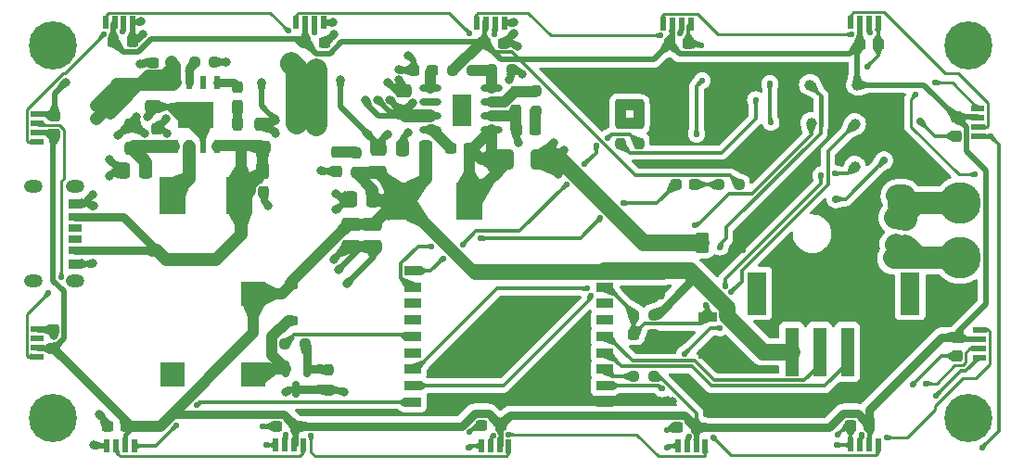
<source format=gbr>
%TF.GenerationSoftware,KiCad,Pcbnew,7.0.5*%
%TF.CreationDate,2023-12-17T20:10:20+08:00*%
%TF.ProjectId,bat_rf,6261745f-7266-42e6-9b69-6361645f7063,rev?*%
%TF.SameCoordinates,Original*%
%TF.FileFunction,Copper,L2,Bot*%
%TF.FilePolarity,Positive*%
%FSLAX46Y46*%
G04 Gerber Fmt 4.6, Leading zero omitted, Abs format (unit mm)*
G04 Created by KiCad (PCBNEW 7.0.5) date 2023-12-17 20:10:20*
%MOMM*%
%LPD*%
G01*
G04 APERTURE LIST*
G04 Aperture macros list*
%AMRoundRect*
0 Rectangle with rounded corners*
0 $1 Rounding radius*
0 $2 $3 $4 $5 $6 $7 $8 $9 X,Y pos of 4 corners*
0 Add a 4 corners polygon primitive as box body*
4,1,4,$2,$3,$4,$5,$6,$7,$8,$9,$2,$3,0*
0 Add four circle primitives for the rounded corners*
1,1,$1+$1,$2,$3*
1,1,$1+$1,$4,$5*
1,1,$1+$1,$6,$7*
1,1,$1+$1,$8,$9*
0 Add four rect primitives between the rounded corners*
20,1,$1+$1,$2,$3,$4,$5,0*
20,1,$1+$1,$4,$5,$6,$7,0*
20,1,$1+$1,$6,$7,$8,$9,0*
20,1,$1+$1,$8,$9,$2,$3,0*%
G04 Aperture macros list end*
%TA.AperFunction,SMDPad,CuDef*%
%ADD10R,1.800000X3.900000*%
%TD*%
%TA.AperFunction,SMDPad,CuDef*%
%ADD11R,1.300000X4.500000*%
%TD*%
%TA.AperFunction,ComponentPad*%
%ADD12C,3.800000*%
%TD*%
%TA.AperFunction,ComponentPad*%
%ADD13C,4.400000*%
%TD*%
%TA.AperFunction,SMDPad,CuDef*%
%ADD14RoundRect,0.237500X-0.300000X-0.237500X0.300000X-0.237500X0.300000X0.237500X-0.300000X0.237500X0*%
%TD*%
%TA.AperFunction,SMDPad,CuDef*%
%ADD15RoundRect,0.237500X-0.250000X-0.237500X0.250000X-0.237500X0.250000X0.237500X-0.250000X0.237500X0*%
%TD*%
%TA.AperFunction,SMDPad,CuDef*%
%ADD16RoundRect,0.250000X-0.475000X0.337500X-0.475000X-0.337500X0.475000X-0.337500X0.475000X0.337500X0*%
%TD*%
%TA.AperFunction,SMDPad,CuDef*%
%ADD17RoundRect,0.237500X0.300000X0.237500X-0.300000X0.237500X-0.300000X-0.237500X0.300000X-0.237500X0*%
%TD*%
%TA.AperFunction,SMDPad,CuDef*%
%ADD18RoundRect,0.250000X0.475000X-0.337500X0.475000X0.337500X-0.475000X0.337500X-0.475000X-0.337500X0*%
%TD*%
%TA.AperFunction,SMDPad,CuDef*%
%ADD19R,2.195000X2.195000*%
%TD*%
%TA.AperFunction,SMDPad,CuDef*%
%ADD20R,0.550000X1.200000*%
%TD*%
%TA.AperFunction,SMDPad,CuDef*%
%ADD21RoundRect,0.237500X-0.237500X0.300000X-0.237500X-0.300000X0.237500X-0.300000X0.237500X0.300000X0*%
%TD*%
%TA.AperFunction,SMDPad,CuDef*%
%ADD22RoundRect,0.237500X0.237500X-0.287500X0.237500X0.287500X-0.237500X0.287500X-0.237500X-0.287500X0*%
%TD*%
%TA.AperFunction,SMDPad,CuDef*%
%ADD23RoundRect,0.250000X-0.337500X-0.475000X0.337500X-0.475000X0.337500X0.475000X-0.337500X0.475000X0*%
%TD*%
%TA.AperFunction,SMDPad,CuDef*%
%ADD24RoundRect,0.237500X-0.237500X0.250000X-0.237500X-0.250000X0.237500X-0.250000X0.237500X0.250000X0*%
%TD*%
%TA.AperFunction,SMDPad,CuDef*%
%ADD25RoundRect,0.237500X0.237500X-0.250000X0.237500X0.250000X-0.237500X0.250000X-0.237500X-0.250000X0*%
%TD*%
%TA.AperFunction,SMDPad,CuDef*%
%ADD26RoundRect,0.225000X-0.375000X0.225000X-0.375000X-0.225000X0.375000X-0.225000X0.375000X0.225000X0*%
%TD*%
%TA.AperFunction,SMDPad,CuDef*%
%ADD27R,1.200000X0.550000*%
%TD*%
%TA.AperFunction,SMDPad,CuDef*%
%ADD28C,1.000000*%
%TD*%
%TA.AperFunction,SMDPad,CuDef*%
%ADD29RoundRect,0.237500X-0.287500X-0.237500X0.287500X-0.237500X0.287500X0.237500X-0.287500X0.237500X0*%
%TD*%
%TA.AperFunction,SMDPad,CuDef*%
%ADD30RoundRect,0.150000X-0.150000X0.587500X-0.150000X-0.587500X0.150000X-0.587500X0.150000X0.587500X0*%
%TD*%
%TA.AperFunction,SMDPad,CuDef*%
%ADD31RoundRect,0.237500X0.250000X0.237500X-0.250000X0.237500X-0.250000X-0.237500X0.250000X-0.237500X0*%
%TD*%
%TA.AperFunction,SMDPad,CuDef*%
%ADD32RoundRect,0.237500X0.237500X-0.300000X0.237500X0.300000X-0.237500X0.300000X-0.237500X-0.300000X0*%
%TD*%
%TA.AperFunction,ComponentPad*%
%ADD33O,1.700000X1.200000*%
%TD*%
%TA.AperFunction,SMDPad,CuDef*%
%ADD34R,1.200000X0.700000*%
%TD*%
%TA.AperFunction,SMDPad,CuDef*%
%ADD35R,1.200000X0.800000*%
%TD*%
%TA.AperFunction,SMDPad,CuDef*%
%ADD36R,1.200000X0.900000*%
%TD*%
%TA.AperFunction,SMDPad,CuDef*%
%ADD37R,1.500000X0.900000*%
%TD*%
%TA.AperFunction,SMDPad,CuDef*%
%ADD38R,2.800000X1.600000*%
%TD*%
%TA.AperFunction,SMDPad,CuDef*%
%ADD39R,2.800000X0.550000*%
%TD*%
%TA.AperFunction,SMDPad,CuDef*%
%ADD40RoundRect,0.250000X0.337500X0.475000X-0.337500X0.475000X-0.337500X-0.475000X0.337500X-0.475000X0*%
%TD*%
%TA.AperFunction,SMDPad,CuDef*%
%ADD41RoundRect,0.250000X-0.362500X-0.700000X0.362500X-0.700000X0.362500X0.700000X-0.362500X0.700000X0*%
%TD*%
%TA.AperFunction,SMDPad,CuDef*%
%ADD42R,0.600000X1.200000*%
%TD*%
%TA.AperFunction,SMDPad,CuDef*%
%ADD43R,3.300000X2.400000*%
%TD*%
%TA.AperFunction,SMDPad,CuDef*%
%ADD44RoundRect,0.237500X-0.237500X0.287500X-0.237500X-0.287500X0.237500X-0.287500X0.237500X0.287500X0*%
%TD*%
%TA.AperFunction,SMDPad,CuDef*%
%ADD45R,2.350000X3.500000*%
%TD*%
%TA.AperFunction,SMDPad,CuDef*%
%ADD46R,1.700000X0.900000*%
%TD*%
%TA.AperFunction,SMDPad,CuDef*%
%ADD47O,2.032000X0.610000*%
%TD*%
%TA.AperFunction,SMDPad,CuDef*%
%ADD48R,1.800000X3.000000*%
%TD*%
%TA.AperFunction,SMDPad,CuDef*%
%ADD49RoundRect,0.250000X-1.000000X-0.650000X1.000000X-0.650000X1.000000X0.650000X-1.000000X0.650000X0*%
%TD*%
%TA.AperFunction,ViaPad*%
%ADD50C,0.550000*%
%TD*%
%TA.AperFunction,ViaPad*%
%ADD51C,0.800000*%
%TD*%
%TA.AperFunction,ViaPad*%
%ADD52C,0.700000*%
%TD*%
%TA.AperFunction,Conductor*%
%ADD53C,0.300000*%
%TD*%
%TA.AperFunction,Conductor*%
%ADD54C,0.500000*%
%TD*%
%TA.AperFunction,Conductor*%
%ADD55C,1.500000*%
%TD*%
%TA.AperFunction,Conductor*%
%ADD56C,1.000000*%
%TD*%
%TA.AperFunction,Conductor*%
%ADD57C,2.000000*%
%TD*%
%TA.AperFunction,Conductor*%
%ADD58C,0.800000*%
%TD*%
%TA.AperFunction,Conductor*%
%ADD59C,0.250000*%
%TD*%
%TA.AperFunction,Conductor*%
%ADD60C,0.350000*%
%TD*%
%TA.AperFunction,Conductor*%
%ADD61C,1.200000*%
%TD*%
%TA.AperFunction,Conductor*%
%ADD62C,0.400000*%
%TD*%
G04 APERTURE END LIST*
D10*
%TO.P,J2,6*%
%TO.N,N/C*%
X110689000Y-77125000D03*
%TO.P,J2,5*%
X124711000Y-77125000D03*
D11*
%TO.P,J2,4,Pin_4*%
%TO.N,+3V3*%
X113891000Y-82475000D03*
%TO.P,J2,3,Pin_3*%
%TO.N,/ESP_TX*%
X116431000Y-82475000D03*
%TO.P,J2,2,Pin_2*%
%TO.N,/ESP_RX*%
X118971000Y-82475000D03*
%TO.P,J2,1,Pin_1*%
%TO.N,GNDD*%
X121511000Y-82475000D03*
%TD*%
D12*
%TO.P,J4,1,Pin_1*%
%TO.N,+BATT*%
X129265000Y-68875000D03*
%TO.P,J4,2,Pin_2*%
%TO.N,GNDPWR*%
X129265000Y-73875000D03*
%TD*%
D13*
%TO.P,H2,1*%
%TO.N,N/C*%
X130000000Y-54475000D03*
%TD*%
%TO.P,H1,1*%
%TO.N,N/C*%
X46465000Y-54475000D03*
%TD*%
%TO.P,H3,1*%
%TO.N,N/C*%
X130000000Y-88475000D03*
%TD*%
%TO.P,H4,1*%
%TO.N,N/C*%
X46465000Y-88475000D03*
%TD*%
D14*
%TO.P,C36,1*%
%TO.N,GNDPWR*%
X51402500Y-89275000D03*
%TO.P,C36,2*%
%TO.N,+3V3*%
X53127500Y-89275000D03*
%TD*%
D15*
%TO.P,R4,1*%
%TO.N,/EN*%
X99452500Y-79075000D03*
%TO.P,R4,2*%
%TO.N,+3V3*%
X101277500Y-79075000D03*
%TD*%
D16*
%TO.P,C3,1*%
%TO.N,GNDPWR*%
X76127000Y-63964500D03*
%TO.P,C3,2*%
%TO.N,+3V3*%
X76127000Y-66039500D03*
%TD*%
%TO.P,C13,1*%
%TO.N,+BATT*%
X55625000Y-58011000D03*
%TO.P,C13,2*%
%TO.N,GNDPWR*%
X55625000Y-60086000D03*
%TD*%
D17*
%TO.P,C19,1*%
%TO.N,Net-(C19-Pad1)*%
X90495500Y-62148000D03*
%TO.P,C19,2*%
%TO.N,GNDPWR*%
X88770500Y-62148000D03*
%TD*%
D18*
%TO.P,C8,1*%
%TO.N,Net-(U4-VIN)*%
X65600000Y-63775000D03*
%TO.P,C8,2*%
%TO.N,GNDPWR*%
X65600000Y-61700000D03*
%TD*%
D19*
%TO.P,BZ1,1,-*%
%TO.N,+3V3*%
X64769724Y-77157500D03*
%TO.P,BZ1,2,+*%
%TO.N,Net-(BZ1-+)*%
X64769724Y-84557500D03*
%TO.P,BZ1,3*%
%TO.N,N/C*%
X57369724Y-84557500D03*
%TD*%
D17*
%TO.P,C15,1*%
%TO.N,GNDPWR*%
X71232500Y-54200000D03*
%TO.P,C15,2*%
%TO.N,+3V3*%
X69507500Y-54200000D03*
%TD*%
D20*
%TO.P,LED11,1,VSS*%
%TO.N,GNDPWR*%
X71160000Y-52400000D03*
%TO.P,LED11,2,DO*%
%TO.N,Net-(LED11-DO)*%
X70320000Y-52400000D03*
%TO.P,LED11,3,VDD*%
%TO.N,+3V3*%
X69480000Y-52400000D03*
%TO.P,LED11,4,DI*%
%TO.N,Net-(LED11-DI)*%
X68640000Y-52400000D03*
%TD*%
D21*
%TO.P,C25,1*%
%TO.N,GNDPWR*%
X46500000Y-80437500D03*
%TO.P,C25,2*%
%TO.N,+3V3*%
X46500000Y-82162500D03*
%TD*%
D22*
%TO.P,D14,1,K*%
%TO.N,GNDPWR*%
X72327000Y-65977000D03*
%TO.P,D14,2,A*%
%TO.N,Net-(D14-A)*%
X72327000Y-64227000D03*
%TD*%
D23*
%TO.P,C2,1*%
%TO.N,GNDPWR*%
X73589500Y-68502000D03*
%TO.P,C2,2*%
%TO.N,+3V3*%
X75664500Y-68502000D03*
%TD*%
D24*
%TO.P,R9,1*%
%TO.N,Net-(C37-Pad1)*%
X98245000Y-61608767D03*
%TO.P,R9,2*%
%TO.N,+BATT*%
X98245000Y-63433767D03*
%TD*%
D25*
%TO.P,R17,1*%
%TO.N,+3V3*%
X74127000Y-66114500D03*
%TO.P,R17,2*%
%TO.N,Net-(D14-A)*%
X74127000Y-64289500D03*
%TD*%
D26*
%TO.P,D5,1,K*%
%TO.N,+3V3*%
X68169724Y-76307500D03*
%TO.P,D5,2,A*%
%TO.N,Net-(BZ1-+)*%
X68169724Y-79607500D03*
%TD*%
D27*
%TO.P,LED1,1,VSS*%
%TO.N,GNDPWR*%
X130900000Y-62760000D03*
%TO.P,LED1,2,DO*%
%TO.N,Net-(LED1-DO)*%
X130900000Y-61920000D03*
%TO.P,LED1,3,VDD*%
%TO.N,+3V3*%
X130900000Y-61080000D03*
%TO.P,LED1,4,DI*%
%TO.N,Net-(LED1-DI)*%
X130900000Y-60240000D03*
%TD*%
D28*
%TO.P,TP3,1,1*%
%TO.N,/RXD*%
X115565000Y-58075000D03*
%TD*%
D29*
%TO.P,D13,1,K*%
%TO.N,/LED*%
X103315000Y-67175000D03*
%TO.P,D13,2,A*%
%TO.N,Net-(D13-A)*%
X105065000Y-67175000D03*
%TD*%
D27*
%TO.P,LED2,1,VSS*%
%TO.N,GNDPWR*%
X131000000Y-82980000D03*
%TO.P,LED2,2,DO*%
%TO.N,Net-(LED1-DI)*%
X131000000Y-82140000D03*
%TO.P,LED2,3,VDD*%
%TO.N,+3V3*%
X131000000Y-81300000D03*
%TO.P,LED2,4,DI*%
%TO.N,Net-(LED2-DI)*%
X131000000Y-80460000D03*
%TD*%
D30*
%TO.P,Q1,1,D*%
%TO.N,Net-(BZ1-+)*%
X67719724Y-84020000D03*
%TO.P,Q1,2,G*%
%TO.N,Net-(Q1-G)*%
X69619724Y-84020000D03*
%TO.P,Q1,3,S*%
%TO.N,GNDPWR*%
X68669724Y-85895000D03*
%TD*%
D25*
%TO.P,R7,1*%
%TO.N,GNDPWR*%
X71569724Y-85970000D03*
%TO.P,R7,2*%
%TO.N,Net-(Q1-G)*%
X71569724Y-84145000D03*
%TD*%
D15*
%TO.P,R6,1*%
%TO.N,/beep*%
X67657224Y-81757500D03*
%TO.P,R6,2*%
%TO.N,Net-(Q1-G)*%
X69482224Y-81757500D03*
%TD*%
D16*
%TO.P,C20,1*%
%TO.N,+3V3*%
X101565000Y-75037500D03*
%TO.P,C20,2*%
%TO.N,GNDD*%
X101565000Y-77112500D03*
%TD*%
D20*
%TO.P,LED4,1,VSS*%
%TO.N,GNDPWR*%
X103485000Y-91075000D03*
%TO.P,LED4,2,DO*%
%TO.N,Net-(LED3-DI)*%
X104325000Y-91075000D03*
%TO.P,LED4,3,VDD*%
%TO.N,+3V3*%
X105165000Y-91075000D03*
%TO.P,LED4,4,DI*%
%TO.N,Net-(LED4-DI)*%
X106005000Y-91075000D03*
%TD*%
D31*
%TO.P,R16,1*%
%TO.N,GNDPWR*%
X88339500Y-56702000D03*
%TO.P,R16,2*%
%TO.N,Net-(U1-VSNS)*%
X86514500Y-56702000D03*
%TD*%
D17*
%TO.P,C14,1*%
%TO.N,GNDPWR*%
X121795000Y-54365000D03*
%TO.P,C14,2*%
%TO.N,+3V3*%
X120070000Y-54365000D03*
%TD*%
D14*
%TO.P,C22,1*%
%TO.N,/EN*%
X99465000Y-80875000D03*
%TO.P,C22,2*%
%TO.N,GNDD*%
X101190000Y-80875000D03*
%TD*%
D31*
%TO.P,R13,1*%
%TO.N,+3V3*%
X109077500Y-67205000D03*
%TO.P,R13,2*%
%TO.N,Net-(D13-A)*%
X107252500Y-67205000D03*
%TD*%
D27*
%TO.P,LED13,1,VSS*%
%TO.N,GNDPWR*%
X45000000Y-60760000D03*
%TO.P,LED13,2,DO*%
%TO.N,Net-(LED13-DO)*%
X45000000Y-61600000D03*
%TO.P,LED13,3,VDD*%
%TO.N,+3V3*%
X45000000Y-62440000D03*
%TO.P,LED13,4,DI*%
%TO.N,Net-(LED12-DO)*%
X45000000Y-63280000D03*
%TD*%
D14*
%TO.P,C18,1*%
%TO.N,GNDPWR*%
X79370500Y-56748000D03*
%TO.P,C18,2*%
%TO.N,Net-(U1-SS)*%
X81095500Y-56748000D03*
%TD*%
D28*
%TO.P,TP5,1,1*%
%TO.N,/IO9*%
X119665000Y-61675000D03*
%TD*%
D32*
%TO.P,C9,1*%
%TO.N,Net-(U4-VBS)*%
X55900000Y-63800000D03*
%TO.P,C9,2*%
%TO.N,GNDPWR*%
X55900000Y-62075000D03*
%TD*%
D18*
%TO.P,C16,1*%
%TO.N,+BATT*%
X78433000Y-60685500D03*
%TO.P,C16,2*%
%TO.N,GNDPWR*%
X78433000Y-58610500D03*
%TD*%
D23*
%TO.P,C4,1*%
%TO.N,GNDPWR*%
X78389500Y-63902000D03*
%TO.P,C4,2*%
%TO.N,+3V3*%
X80464500Y-63902000D03*
%TD*%
D17*
%TO.P,C23,1*%
%TO.N,GNDPWR*%
X53695000Y-54125000D03*
%TO.P,C23,2*%
%TO.N,+3V3*%
X51970000Y-54125000D03*
%TD*%
D20*
%TO.P,LED7,1,VSS*%
%TO.N,GNDPWR*%
X51385000Y-91075000D03*
%TO.P,LED7,2,DO*%
%TO.N,Net-(LED6-DI)*%
X52225000Y-91075000D03*
%TO.P,LED7,3,VDD*%
%TO.N,+3V3*%
X53065000Y-91075000D03*
%TO.P,LED7,4,DI*%
%TO.N,/RGB*%
X53905000Y-91075000D03*
%TD*%
D28*
%TO.P,TP6,1,1*%
%TO.N,GNDD*%
X115665000Y-65475000D03*
%TD*%
D33*
%TO.P,J1,13*%
%TO.N,N/C*%
X48500000Y-75995000D03*
%TO.P,J1,14*%
X48500000Y-67355000D03*
%TO.P,J1,15*%
X44700000Y-75995000D03*
%TO.P,J1,16*%
X44700000Y-67355000D03*
D34*
%TO.P,J1,A5,CC1*%
%TO.N,unconnected-(J1-CC1-PadA5)*%
X48480000Y-72175000D03*
D35*
%TO.P,J1,A9,VBUS*%
%TO.N,Net-(U4-VIN)*%
X48480000Y-70155000D03*
D36*
%TO.P,J1,A12,GND*%
%TO.N,GNDPWR*%
X48480000Y-68925000D03*
D34*
%TO.P,J1,B5,CC2*%
%TO.N,unconnected-(J1-CC2-PadB5)*%
X48480000Y-71175000D03*
D35*
%TO.P,J1,B9,VBUS*%
%TO.N,Net-(U4-VIN)*%
X48480000Y-73195000D03*
D36*
%TO.P,J1,B12,GND*%
%TO.N,GNDPWR*%
X48480000Y-74425000D03*
%TD*%
D21*
%TO.P,C21,1*%
%TO.N,+3V3*%
X99365000Y-75212500D03*
%TO.P,C21,2*%
%TO.N,GNDD*%
X99365000Y-76937500D03*
%TD*%
D14*
%TO.P,C34,1*%
%TO.N,GNDPWR*%
X85580000Y-89175000D03*
%TO.P,C34,2*%
%TO.N,+3V3*%
X87305000Y-89175000D03*
%TD*%
D37*
%TO.P,U3,1,3V3*%
%TO.N,+3V3*%
X96818452Y-75055000D03*
%TO.P,U3,2,EN*%
%TO.N,/EN*%
X96818452Y-76555000D03*
%TO.P,U3,3,IO4*%
%TO.N,unconnected-(U3-IO4-Pad3)*%
X96818452Y-78055000D03*
%TO.P,U3,4,IO5*%
%TO.N,unconnected-(U3-IO5-Pad4)*%
X96818452Y-79555000D03*
%TO.P,U3,5,IO6*%
%TO.N,/ESP_TX*%
X96818452Y-81055000D03*
%TO.P,U3,6,IO7*%
%TO.N,/ESP_RX*%
X96818452Y-82555000D03*
%TO.P,U3,7,IO8*%
%TO.N,Net-(U3-IO8)*%
X96818452Y-84055000D03*
%TO.P,U3,8,IO9*%
%TO.N,/IO9*%
X96818452Y-85555000D03*
%TO.P,U3,9,GND*%
%TO.N,GNDD*%
X96818452Y-87055000D03*
%TO.P,U3,10,IO10*%
%TO.N,/RGB*%
X79318452Y-87055000D03*
%TO.P,U3,11,RXD*%
%TO.N,/RXD*%
X79318452Y-85555000D03*
%TO.P,U3,12,TXD*%
%TO.N,/TXD*%
X79318452Y-84055000D03*
%TO.P,U3,13,NC*%
%TO.N,unconnected-(U3-NC-Pad13)*%
X79318452Y-82555000D03*
%TO.P,U3,14,IO18*%
%TO.N,/beep*%
X79318452Y-81055000D03*
%TO.P,U3,15,IO3*%
%TO.N,unconnected-(U3-IO3-Pad15)*%
X79318452Y-79555000D03*
%TO.P,U3,16,IO2*%
%TO.N,unconnected-(U3-IO2-Pad16)*%
X79318452Y-78055000D03*
%TO.P,U3,17,IO1*%
%TO.N,/LED*%
X79318452Y-76555000D03*
%TO.P,U3,18,IO0*%
%TO.N,/BAT_FB*%
X79318452Y-75055000D03*
D38*
%TO.P,U3,19,GND*%
%TO.N,GNDD*%
X88538452Y-81685000D03*
D39*
X88538452Y-79960000D03*
%TD*%
D28*
%TO.P,TP1,1,1*%
%TO.N,+3V3*%
X119865000Y-58075000D03*
%TD*%
D27*
%TO.P,LED14,1,VSS*%
%TO.N,GNDPWR*%
X44995000Y-80372500D03*
%TO.P,LED14,2,DO*%
%TO.N,unconnected-(LED14-DO-Pad2)*%
X44995000Y-81212500D03*
%TO.P,LED14,3,VDD*%
%TO.N,+3V3*%
X44995000Y-82052500D03*
%TO.P,LED14,4,DI*%
%TO.N,Net-(LED13-DO)*%
X44995000Y-82892500D03*
%TD*%
D20*
%TO.P,LED6,1,VSS*%
%TO.N,GNDPWR*%
X66805000Y-90975000D03*
%TO.P,LED6,2,DO*%
%TO.N,Net-(LED5-DI)*%
X67645000Y-90975000D03*
%TO.P,LED6,3,VDD*%
%TO.N,+3V3*%
X68485000Y-90975000D03*
%TO.P,LED6,4,DI*%
%TO.N,Net-(LED6-DI)*%
X69325000Y-90975000D03*
%TD*%
D18*
%TO.P,C1,1*%
%TO.N,GNDPWR*%
X73527000Y-72877000D03*
%TO.P,C1,2*%
%TO.N,+3V3*%
X73527000Y-70802000D03*
%TD*%
D14*
%TO.P,C17,1*%
%TO.N,Net-(U1-BOOT)*%
X82770500Y-63848000D03*
%TO.P,C17,2*%
%TO.N,Net-(D12-K)*%
X84495500Y-63848000D03*
%TD*%
%TO.P,C33,1*%
%TO.N,GNDPWR*%
X103442500Y-89375000D03*
%TO.P,C33,2*%
%TO.N,+3V3*%
X105167500Y-89375000D03*
%TD*%
D40*
%TO.P,C10,1*%
%TO.N,Net-(U4-VBS)*%
X54937500Y-65937500D03*
%TO.P,C10,2*%
%TO.N,GNDPWR*%
X52862500Y-65937500D03*
%TD*%
D41*
%TO.P,FB1,1*%
%TO.N,GNDPWR*%
X105737500Y-72500000D03*
%TO.P,FB1,2*%
%TO.N,GNDD*%
X109062500Y-72500000D03*
%TD*%
D42*
%TO.P,U4,1,VIN*%
%TO.N,Net-(U4-VIN)*%
X61405000Y-63720500D03*
%TO.P,U4,2,AGND*%
%TO.N,GNDPWR*%
X60135000Y-63720500D03*
%TO.P,U4,3,LX*%
%TO.N,Net-(U4-LX)*%
X58865000Y-63720500D03*
%TO.P,U4,4,VBS*%
%TO.N,Net-(U4-VBS)*%
X57595000Y-63720500D03*
%TO.P,U4,5,BAT*%
%TO.N,+BATT*%
X57595000Y-57904500D03*
%TO.P,U4,6,ICHG*%
%TO.N,Net-(U4-ICHG)*%
X58865000Y-57904500D03*
%TO.P,U4,7,NTC*%
%TO.N,unconnected-(U4-NTC-Pad7)*%
X60135000Y-57904500D03*
%TO.P,U4,8,STAT*%
%TO.N,Net-(D6-K)*%
X61405000Y-57904500D03*
D43*
%TO.P,U4,9,GND*%
%TO.N,GNDPWR*%
X59500000Y-60812500D03*
%TD*%
D18*
%TO.P,C39,1*%
%TO.N,GNDPWR*%
X75727000Y-72877000D03*
%TO.P,C39,2*%
%TO.N,+3V3*%
X75727000Y-70802000D03*
%TD*%
D14*
%TO.P,C35,1*%
%TO.N,GNDPWR*%
X66882500Y-89275000D03*
%TO.P,C35,2*%
%TO.N,+3V3*%
X68607500Y-89275000D03*
%TD*%
%TO.P,C32,1*%
%TO.N,GNDPWR*%
X119262500Y-89175000D03*
%TO.P,C32,2*%
%TO.N,+3V3*%
X120987500Y-89175000D03*
%TD*%
D44*
%TO.P,D6,1,K*%
%TO.N,Net-(D6-K)*%
X63295000Y-58254500D03*
%TO.P,D6,2,A*%
%TO.N,Net-(D6-A)*%
X63295000Y-60004500D03*
%TD*%
D17*
%TO.P,C6,1*%
%TO.N,GNDPWR*%
X104457500Y-54325000D03*
%TO.P,C6,2*%
%TO.N,+3V3*%
X102732500Y-54325000D03*
%TD*%
D45*
%TO.P,L3,1,1*%
%TO.N,Net-(D12-K)*%
X84462000Y-68702000D03*
%TO.P,L3,2,2*%
%TO.N,+3V3*%
X78392000Y-68702000D03*
%TD*%
D18*
%TO.P,C11,1*%
%TO.N,Net-(U4-VBS)*%
X53700000Y-63875000D03*
%TO.P,C11,2*%
%TO.N,GNDPWR*%
X53700000Y-61800000D03*
%TD*%
D17*
%TO.P,C5,1*%
%TO.N,GNDPWR*%
X87587500Y-54280000D03*
%TO.P,C5,2*%
%TO.N,+3V3*%
X85862500Y-54280000D03*
%TD*%
%TO.P,C12,1*%
%TO.N,+BATT*%
X57287500Y-56048500D03*
%TO.P,C12,2*%
%TO.N,GNDPWR*%
X55562500Y-56048500D03*
%TD*%
D46*
%TO.P,SW2,1,1*%
%TO.N,/EN*%
X106200000Y-79300000D03*
%TO.P,SW2,2,2*%
%TO.N,GNDD*%
X106200000Y-82700000D03*
%TD*%
D24*
%TO.P,R8,1*%
%TO.N,Net-(U1-COMP)*%
X90533000Y-58635500D03*
%TO.P,R8,2*%
%TO.N,Net-(C19-Pad1)*%
X90533000Y-60460500D03*
%TD*%
D28*
%TO.P,TP4,1,1*%
%TO.N,/EN*%
X119665000Y-65575000D03*
%TD*%
D20*
%TO.P,LED12,1,VSS*%
%TO.N,GNDPWR*%
X53760000Y-52400000D03*
%TO.P,LED12,2,DO*%
%TO.N,Net-(LED12-DO)*%
X52920000Y-52400000D03*
%TO.P,LED12,3,VDD*%
%TO.N,+3V3*%
X52080000Y-52400000D03*
%TO.P,LED12,4,DI*%
%TO.N,Net-(LED11-DO)*%
X51240000Y-52400000D03*
%TD*%
D15*
%TO.P,R5,1*%
%TO.N,Net-(U3-IO8)*%
X99452500Y-84700000D03*
%TO.P,R5,2*%
%TO.N,+3V3*%
X101277500Y-84700000D03*
%TD*%
D24*
%TO.P,R10,1*%
%TO.N,GNDD*%
X99945000Y-58108767D03*
%TO.P,R10,2*%
%TO.N,Net-(C37-Pad1)*%
X99945000Y-59933767D03*
%TD*%
%TO.P,R12,1*%
%TO.N,Net-(D6-A)*%
X63300000Y-61800000D03*
%TO.P,R12,2*%
%TO.N,Net-(U4-VIN)*%
X63300000Y-63625000D03*
%TD*%
D21*
%TO.P,C38,1*%
%TO.N,Net-(U1-COMP)*%
X88733000Y-58685500D03*
%TO.P,C38,2*%
%TO.N,GNDPWR*%
X88733000Y-60410500D03*
%TD*%
D20*
%TO.P,LED3,1,VSS*%
%TO.N,GNDPWR*%
X119285000Y-90975000D03*
%TO.P,LED3,2,DO*%
%TO.N,Net-(LED2-DI)*%
X120125000Y-90975000D03*
%TO.P,LED3,3,VDD*%
%TO.N,+3V3*%
X120965000Y-90975000D03*
%TO.P,LED3,4,DI*%
%TO.N,Net-(LED3-DI)*%
X121805000Y-90975000D03*
%TD*%
D21*
%TO.P,C7,1*%
%TO.N,Net-(U4-VIN)*%
X65700000Y-66137500D03*
%TO.P,C7,2*%
%TO.N,GNDPWR*%
X65700000Y-67862500D03*
%TD*%
%TO.P,C24,1*%
%TO.N,GNDPWR*%
X46600000Y-60907500D03*
%TO.P,C24,2*%
%TO.N,+3V3*%
X46600000Y-62632500D03*
%TD*%
D47*
%TO.P,U1,1,BOOT*%
%TO.N,Net-(U1-BOOT)*%
X80939000Y-62142000D03*
%TO.P,U1,2,VIN*%
%TO.N,+BATT*%
X80939000Y-60872000D03*
%TO.P,U1,3,EN*%
%TO.N,unconnected-(U1-EN-Pad3)*%
X80939000Y-59602000D03*
%TO.P,U1,4,SS*%
%TO.N,Net-(U1-SS)*%
X80939000Y-58332000D03*
%TO.P,U1,5,VSNS*%
%TO.N,Net-(U1-VSNS)*%
X86527000Y-58332000D03*
%TO.P,U1,6,COMP*%
%TO.N,Net-(U1-COMP)*%
X86527000Y-59602000D03*
%TO.P,U1,7,GND*%
%TO.N,GNDPWR*%
X86527000Y-60872000D03*
%TO.P,U1,8,PH*%
%TO.N,Net-(D12-K)*%
X86527000Y-62142000D03*
D48*
%TO.P,U1,9*%
%TO.N,N/C*%
X83765000Y-60375000D03*
%TD*%
D45*
%TO.P,L1,1,1*%
%TO.N,Net-(U4-VIN)*%
X63435000Y-68200000D03*
%TO.P,L1,2,2*%
%TO.N,Net-(U4-LX)*%
X57365000Y-68200000D03*
%TD*%
D32*
%TO.P,C30,1*%
%TO.N,GNDPWR*%
X128900000Y-62742500D03*
%TO.P,C30,2*%
%TO.N,+3V3*%
X128900000Y-61017500D03*
%TD*%
D20*
%TO.P,LED10,1,VSS*%
%TO.N,GNDPWR*%
X121760000Y-52400000D03*
%TO.P,LED10,2,DO*%
%TO.N,Net-(LED10-DO)*%
X120920000Y-52400000D03*
%TO.P,LED10,3,VDD*%
%TO.N,+3V3*%
X120080000Y-52400000D03*
%TO.P,LED10,4,DI*%
%TO.N,Net-(LED1-DO)*%
X119240000Y-52400000D03*
%TD*%
D25*
%TO.P,R14,1*%
%TO.N,/BAT_FB*%
X99945000Y-63433767D03*
%TO.P,R14,2*%
%TO.N,Net-(C37-Pad1)*%
X99945000Y-61608767D03*
%TD*%
D32*
%TO.P,C31,1*%
%TO.N,GNDPWR*%
X129000000Y-82862500D03*
%TO.P,C31,2*%
%TO.N,+3V3*%
X129000000Y-81137500D03*
%TD*%
D31*
%TO.P,R15,1*%
%TO.N,Net-(U1-VSNS)*%
X84739500Y-56802000D03*
%TO.P,R15,2*%
%TO.N,+3V3*%
X82914500Y-56802000D03*
%TD*%
D28*
%TO.P,TP2,1,1*%
%TO.N,/TXD*%
X115665000Y-61575000D03*
%TD*%
D15*
%TO.P,R11,1*%
%TO.N,Net-(U4-ICHG)*%
X59382500Y-56004500D03*
%TO.P,R11,2*%
%TO.N,GNDPWR*%
X61207500Y-56004500D03*
%TD*%
D49*
%TO.P,D12,1,K*%
%TO.N,Net-(D12-K)*%
X87300000Y-64900000D03*
%TO.P,D12,2,A*%
%TO.N,GNDPWR*%
X91300000Y-64900000D03*
%TD*%
D20*
%TO.P,LED8,1,VSS*%
%TO.N,GNDPWR*%
X87645000Y-52480000D03*
%TO.P,LED8,2,DO*%
%TO.N,Net-(LED11-DI)*%
X86805000Y-52480000D03*
%TO.P,LED8,3,VDD*%
%TO.N,+3V3*%
X85965000Y-52480000D03*
%TO.P,LED8,4,DI*%
%TO.N,Net-(LED8-DI)*%
X85125000Y-52480000D03*
%TD*%
D32*
%TO.P,C37,1*%
%TO.N,Net-(C37-Pad1)*%
X98245000Y-59883767D03*
%TO.P,C37,2*%
%TO.N,GNDD*%
X98245000Y-58158767D03*
%TD*%
D20*
%TO.P,LED9,1,VSS*%
%TO.N,GNDPWR*%
X104660000Y-52500000D03*
%TO.P,LED9,2,DO*%
%TO.N,Net-(LED8-DI)*%
X103820000Y-52500000D03*
%TO.P,LED9,3,VDD*%
%TO.N,+3V3*%
X102980000Y-52500000D03*
%TO.P,LED9,4,DI*%
%TO.N,Net-(LED10-DO)*%
X102140000Y-52500000D03*
%TD*%
%TO.P,LED5,1,VSS*%
%TO.N,GNDPWR*%
X85540000Y-91075000D03*
%TO.P,LED5,2,DO*%
%TO.N,Net-(LED4-DI)*%
X86380000Y-91075000D03*
%TO.P,LED5,3,VDD*%
%TO.N,+3V3*%
X87220000Y-91075000D03*
%TO.P,LED5,4,DI*%
%TO.N,Net-(LED5-DI)*%
X88060000Y-91075000D03*
%TD*%
D50*
%TO.N,/LED*%
X98516873Y-68883127D03*
X96435168Y-70264832D03*
%TO.N,/BAT_FB*%
X93335167Y-67164832D03*
X94966873Y-65333127D03*
X97071157Y-62928843D03*
X96037979Y-63662021D03*
D51*
%TO.N,GNDD*%
X109062500Y-72500000D03*
X101565000Y-77112500D03*
X100784524Y-77730553D03*
X90800000Y-79900000D03*
X92700000Y-82400000D03*
X91000000Y-85000000D03*
X87900000Y-83300000D03*
D50*
%TO.N,+BATT*%
X110600000Y-59437500D03*
D51*
%TO.N,GNDD*%
X102400000Y-82100000D03*
X109400000Y-86800000D03*
X109400000Y-83800000D03*
D50*
%TO.N,/EN*%
X117824500Y-66200000D03*
X116575500Y-66300000D03*
X107815853Y-76484147D03*
X106084147Y-78215853D03*
%TO.N,/IO9*%
X107341147Y-80258853D03*
X108345831Y-77014126D03*
X104100000Y-82675500D03*
%TO.N,/RXD*%
X107357216Y-72891861D03*
%TO.N,/TXD*%
X105000000Y-70900000D03*
%TO.N,/IO9*%
X102059661Y-85840339D03*
%TO.N,/RXD*%
X95524544Y-77375592D03*
%TO.N,/TXD*%
X95200000Y-76700000D03*
D51*
%TO.N,GNDD*%
X105500000Y-86800000D03*
X103000000Y-87000000D03*
%TO.N,GNDPWR*%
X73300000Y-76200000D03*
X72300000Y-69500000D03*
X72300000Y-68000000D03*
X70900000Y-65900000D03*
X72500000Y-75000000D03*
X72100000Y-74000000D03*
X68100000Y-61200000D03*
X68600000Y-61900000D03*
X69600000Y-61600000D03*
X70700000Y-62300000D03*
X71000000Y-61600000D03*
X70800000Y-57300000D03*
X69500000Y-57500000D03*
X68400000Y-57400000D03*
X69500000Y-56500000D03*
X71000000Y-56500000D03*
X68200000Y-56200000D03*
%TO.N,+BATT*%
X75000000Y-59437500D03*
X76100000Y-59437500D03*
X79327907Y-59686465D03*
X77200000Y-59437500D03*
%TO.N,GNDPWR*%
X46505562Y-80955562D03*
X50200000Y-91000000D03*
X50700000Y-88200000D03*
X73000000Y-86100000D03*
X67700000Y-86100000D03*
D50*
X65900000Y-91000000D03*
X65600000Y-89300000D03*
X84400000Y-91200000D03*
X84500000Y-89800000D03*
X102500000Y-89600000D03*
X102500000Y-91200000D03*
X118100000Y-90000000D03*
X118000000Y-91000000D03*
X124900000Y-85500000D03*
X127060644Y-86460644D03*
D51*
X50100000Y-74400000D03*
X66100000Y-69100000D03*
X65500000Y-57838000D03*
D50*
X105200000Y-62600000D03*
X105700000Y-57700000D03*
X105600000Y-54500000D03*
X112000000Y-61500000D03*
X120800000Y-56400000D03*
X111900000Y-57963000D03*
X131300000Y-91200000D03*
X132054502Y-62800000D03*
D52*
X117900000Y-68500000D03*
X122300000Y-65000000D03*
X125600000Y-61400000D03*
D51*
X72700000Y-57600000D03*
X123800000Y-74400000D03*
X124200000Y-72500000D03*
X123962439Y-73253603D03*
X124465500Y-73875000D03*
X123200000Y-73900000D03*
X123400000Y-72700000D03*
X78900000Y-62400000D03*
X77000000Y-62600000D03*
X75200000Y-62600000D03*
X47593526Y-57850498D03*
X50200000Y-69155500D03*
X50100000Y-68100000D03*
X51600000Y-66400000D03*
X51600000Y-64900000D03*
X66800000Y-62500000D03*
X66800000Y-61300000D03*
X56884544Y-62521000D03*
X54800000Y-62521000D03*
X52400000Y-62700000D03*
X54100000Y-61037000D03*
X55100000Y-61037000D03*
X56800000Y-61200000D03*
X58600000Y-61500000D03*
X59618260Y-61204591D03*
X60400000Y-61037000D03*
X54500000Y-52300000D03*
X54664198Y-53464198D03*
X54400000Y-56200000D03*
X62300000Y-56000000D03*
X72000000Y-52400000D03*
X72100000Y-53500000D03*
X78000000Y-57600000D03*
X77000000Y-57838000D03*
X78000000Y-56700000D03*
X78900000Y-55400000D03*
X88500000Y-52400000D03*
X88500000Y-53400000D03*
X88853849Y-54537609D03*
X88100000Y-57600000D03*
X89299591Y-57100409D03*
%TO.N,+BATT*%
X123100000Y-69200000D03*
X124200000Y-68200000D03*
X123300000Y-68100000D03*
X123300000Y-70200000D03*
X50400000Y-60000000D03*
X51900000Y-59700000D03*
X51700000Y-60700000D03*
X50400000Y-61200000D03*
X124100000Y-69300000D03*
X124300000Y-70400000D03*
%TO.N,GNDPWR*%
X93080000Y-65330000D03*
X93080000Y-64030000D03*
X88940000Y-63350000D03*
X92130000Y-63360000D03*
X92560000Y-66240000D03*
D50*
%TO.N,Net-(LED1-DI)*%
X125200000Y-59000000D03*
X130612210Y-66274502D03*
X127000000Y-57900000D03*
X126135361Y-85357840D03*
%TO.N,Net-(LED2-DI)*%
X122547113Y-90291587D03*
X120313000Y-90052031D03*
%TO.N,Net-(LED3-DI)*%
X104489910Y-90216131D03*
X106697176Y-90249500D03*
%TO.N,Net-(LED4-DI)*%
X88005850Y-90000943D03*
X86630500Y-90100000D03*
%TO.N,Net-(LED5-DI)*%
X67700758Y-90000714D03*
X70017279Y-90149102D03*
%TO.N,/RGB*%
X59574193Y-87325500D03*
X57700000Y-89200000D03*
%TO.N,/BAT_FB*%
X83854787Y-72645213D03*
X82085213Y-73914787D03*
%TO.N,Net-(LED8-DI)*%
X103700000Y-53400000D03*
X101939381Y-53574502D03*
%TO.N,Net-(LED10-DO)*%
X119345500Y-53474502D03*
X121000000Y-53300000D03*
%TO.N,/LED*%
X80985213Y-72814787D03*
X85500000Y-72071297D03*
%TO.N,Net-(LED11-DO)*%
X70290000Y-53250000D03*
X67916723Y-53155000D03*
%TO.N,Net-(LED11-DI)*%
X84479037Y-53375868D03*
X86750000Y-53450000D03*
%TO.N,Net-(LED12-DO)*%
X51090384Y-53474502D03*
X52840000Y-53220000D03*
%TO.N,Net-(LED13-DO)*%
X47230000Y-75640000D03*
X46060000Y-77075498D03*
%TD*%
D53*
%TO.N,/TXD*%
X115665000Y-62627894D02*
X115665000Y-61575000D01*
X110246448Y-68046446D02*
X115665000Y-62627894D01*
X109734883Y-68046446D02*
X110246448Y-68046446D01*
%TO.N,/RXD*%
X107900000Y-72121297D02*
X107900000Y-71100000D01*
X107900000Y-71100000D02*
X116515000Y-62485000D01*
X107357216Y-72664081D02*
X107900000Y-72121297D01*
X107357216Y-72891861D02*
X107357216Y-72664081D01*
X116515000Y-62485000D02*
X116515000Y-59025000D01*
%TO.N,/IO9*%
X117200000Y-64140000D02*
X119665000Y-61675000D01*
X117200000Y-67173528D02*
X117200000Y-64140000D01*
X109314498Y-76045459D02*
X109314498Y-75059030D01*
X108345831Y-77014126D02*
X109314498Y-76045459D01*
X109314498Y-75059030D02*
X117200000Y-67173528D01*
%TO.N,/LED*%
X101606873Y-68883127D02*
X103315000Y-67175000D01*
X98516873Y-68883127D02*
X101606873Y-68883127D01*
X94628703Y-72071297D02*
X96435168Y-70264832D01*
X85500000Y-72071297D02*
X94628703Y-72071297D01*
%TO.N,/BAT_FB*%
X85053203Y-71446797D02*
X83854787Y-72645213D01*
X89053202Y-71446797D02*
X85053203Y-71446797D01*
X96037979Y-64262021D02*
X94966873Y-65333127D01*
X93335167Y-67164832D02*
X89053202Y-71446797D01*
X97403733Y-62596267D02*
X97071157Y-62928843D01*
X96037979Y-63662021D02*
X96037979Y-64262021D01*
X97764150Y-62596267D02*
X97403733Y-62596267D01*
D54*
%TO.N,GNDD*%
X101402577Y-77112500D02*
X100784524Y-77730553D01*
X101565000Y-77112500D02*
X101402577Y-77112500D01*
X88538452Y-82661548D02*
X87900000Y-83300000D01*
X88538452Y-81685000D02*
X88538452Y-82661548D01*
D53*
%TO.N,+BATT*%
X110600000Y-61142534D02*
X110600000Y-59437500D01*
X107471267Y-64271267D02*
X110600000Y-61142534D01*
D54*
%TO.N,GNDD*%
X101565000Y-77165000D02*
X101600000Y-77200000D01*
X101565000Y-77112500D02*
X101565000Y-77165000D01*
X106200000Y-82700000D02*
X107500000Y-82700000D01*
X107500000Y-82700000D02*
X108300000Y-82700000D01*
X101190000Y-80890000D02*
X102400000Y-82100000D01*
X101190000Y-80875000D02*
X101190000Y-80890000D01*
X108300000Y-82700000D02*
X109400000Y-83800000D01*
D53*
%TO.N,/EN*%
X119040000Y-66200000D02*
X119665000Y-65575000D01*
X117824500Y-66200000D02*
X119040000Y-66200000D01*
X107815853Y-75850569D02*
X116575500Y-67090922D01*
X116575500Y-67090922D02*
X116575500Y-66300000D01*
X107815853Y-76484147D02*
X107815853Y-75850569D01*
D55*
%TO.N,GNDPWR*%
X100402041Y-72500000D02*
X105637500Y-72500000D01*
X92802041Y-64900000D02*
X100402041Y-72500000D01*
X91300000Y-64900000D02*
X92802041Y-64900000D01*
D53*
%TO.N,/TXD*%
X105280382Y-70900000D02*
X108133936Y-68046446D01*
X105000000Y-70900000D02*
X105280382Y-70900000D01*
X108133936Y-68046446D02*
X109734883Y-68046446D01*
%TO.N,/EN*%
X106200000Y-78331706D02*
X106084147Y-78215853D01*
X106200000Y-79300000D02*
X106200000Y-78331706D01*
%TO.N,/RXD*%
X116515000Y-59025000D02*
X115565000Y-58075000D01*
%TO.N,/IO9*%
X106516647Y-80258853D02*
X107341147Y-80258853D01*
X104100000Y-82675500D02*
X106516647Y-80258853D01*
%TO.N,/RXD*%
X116515000Y-62185000D02*
X116515000Y-59025000D01*
%TO.N,/IO9*%
X101774322Y-85555000D02*
X102059661Y-85840339D01*
X96818452Y-85555000D02*
X101774322Y-85555000D01*
%TO.N,/RXD*%
X116600000Y-59110000D02*
X115565000Y-58075000D01*
X116600000Y-61842082D02*
X116600000Y-59110000D01*
X95524544Y-77598908D02*
X95524544Y-77375592D01*
X87568452Y-85555000D02*
X95524544Y-77598908D01*
X79318452Y-85555000D02*
X87568452Y-85555000D01*
%TO.N,/TXD*%
X86973452Y-76700000D02*
X95200000Y-76700000D01*
X79618452Y-84055000D02*
X86973452Y-76700000D01*
X79318452Y-84055000D02*
X79618452Y-84055000D01*
D54*
%TO.N,GNDD*%
X102945000Y-87055000D02*
X103000000Y-87000000D01*
X96818452Y-87055000D02*
X102945000Y-87055000D01*
%TO.N,GNDPWR*%
X75727000Y-73773000D02*
X73300000Y-76200000D01*
X75727000Y-72877000D02*
X75727000Y-73773000D01*
X73298000Y-68502000D02*
X72300000Y-69500000D01*
X73589500Y-68502000D02*
X73298000Y-68502000D01*
X72802000Y-68502000D02*
X72300000Y-68000000D01*
X73589500Y-68502000D02*
X72802000Y-68502000D01*
X70977000Y-65977000D02*
X70900000Y-65900000D01*
X72327000Y-65977000D02*
X70977000Y-65977000D01*
X74623000Y-72877000D02*
X72500000Y-75000000D01*
X75727000Y-72877000D02*
X74623000Y-72877000D01*
X73223000Y-72877000D02*
X72100000Y-74000000D01*
X73527000Y-72877000D02*
X73223000Y-72877000D01*
D56*
X73527000Y-72877000D02*
X75727000Y-72877000D01*
X72327000Y-65977000D02*
X72226175Y-65977000D01*
D57*
X68200000Y-56100000D02*
X68700000Y-56600000D01*
X68200000Y-56200000D02*
X68200000Y-56100000D01*
X68300000Y-56200000D02*
X68200000Y-56200000D01*
X70500000Y-61800000D02*
X70500000Y-56656161D01*
X68700000Y-56600000D02*
X68700000Y-61600000D01*
X68600000Y-56500000D02*
X68300000Y-56200000D01*
D54*
X72700000Y-60100000D02*
X75200000Y-62600000D01*
X72700000Y-57600000D02*
X72700000Y-60100000D01*
%TO.N,+BATT*%
X75000000Y-59700000D02*
X75000000Y-59437500D01*
X76172000Y-60872000D02*
X75000000Y-59700000D01*
X80939000Y-60872000D02*
X76172000Y-60872000D01*
X77348000Y-60685500D02*
X76100000Y-59437500D01*
X78433000Y-60685500D02*
X77348000Y-60685500D01*
X78433000Y-60581372D02*
X79327907Y-59686465D01*
X78433000Y-60685500D02*
X78433000Y-60581372D01*
X78433000Y-60670500D02*
X77200000Y-59437500D01*
X78433000Y-60685500D02*
X78433000Y-60670500D01*
%TO.N,GNDPWR*%
X46500000Y-80950000D02*
X46505562Y-80955562D01*
X46500000Y-80437500D02*
X46500000Y-80950000D01*
X45060000Y-80437500D02*
X44995000Y-80372500D01*
X46500000Y-80437500D02*
X45060000Y-80437500D01*
X50275000Y-91075000D02*
X50200000Y-91000000D01*
X51385000Y-91075000D02*
X50275000Y-91075000D01*
X51402500Y-88902500D02*
X50700000Y-88200000D01*
X51402500Y-89275000D02*
X51402500Y-88902500D01*
X72870000Y-85970000D02*
X73000000Y-86100000D01*
X71569724Y-85970000D02*
X72870000Y-85970000D01*
X67905000Y-85895000D02*
X67700000Y-86100000D01*
X68669724Y-85895000D02*
X67905000Y-85895000D01*
D53*
X65925000Y-90975000D02*
X65900000Y-91000000D01*
X66805000Y-90975000D02*
X65925000Y-90975000D01*
X65625000Y-89275000D02*
X65600000Y-89300000D01*
X66882500Y-89275000D02*
X65625000Y-89275000D01*
X84525000Y-91075000D02*
X84400000Y-91200000D01*
X85540000Y-91075000D02*
X84525000Y-91075000D01*
X85125000Y-89175000D02*
X84500000Y-89800000D01*
X85580000Y-89175000D02*
X85125000Y-89175000D01*
X102725000Y-89375000D02*
X102500000Y-89600000D01*
X103442500Y-89375000D02*
X102725000Y-89375000D01*
X102625000Y-91075000D02*
X102500000Y-91200000D01*
X103485000Y-91075000D02*
X102625000Y-91075000D01*
X118925000Y-89175000D02*
X118100000Y-90000000D01*
X119262500Y-89175000D02*
X118925000Y-89175000D01*
X119262500Y-89175000D02*
X119262500Y-90952500D01*
X119262500Y-90952500D02*
X119285000Y-90975000D01*
X118025000Y-90975000D02*
X118000000Y-91000000D01*
X119285000Y-90975000D02*
X118025000Y-90975000D01*
X127537500Y-82862500D02*
X124900000Y-85500000D01*
X129000000Y-82862500D02*
X127537500Y-82862500D01*
D58*
%TO.N,+3V3*%
X127562500Y-81137500D02*
X129000000Y-81137500D01*
X120987500Y-89175000D02*
X120987500Y-87712500D01*
X120987500Y-87712500D02*
X127562500Y-81137500D01*
D53*
%TO.N,GNDPWR*%
X129321288Y-84200000D02*
X127060644Y-86460644D01*
X129780000Y-84200000D02*
X129321288Y-84200000D01*
X131000000Y-82980000D02*
X129780000Y-84200000D01*
D59*
%TO.N,Net-(LED2-DI)*%
X131850000Y-80460000D02*
X131000000Y-80460000D01*
X131990000Y-83610000D02*
X131990000Y-80600000D01*
X131990000Y-80600000D02*
X131850000Y-80460000D01*
X130700000Y-84900000D02*
X131990000Y-83610000D01*
X129469110Y-84900000D02*
X130700000Y-84900000D01*
X124440114Y-90291587D02*
X126940000Y-87791701D01*
X126940000Y-87791701D02*
X126940000Y-87429110D01*
X126940000Y-87429110D02*
X129469110Y-84900000D01*
X122547113Y-90291587D02*
X124440114Y-90291587D01*
%TO.N,Net-(LED1-DI)*%
X127142160Y-85357840D02*
X126135361Y-85357840D01*
X128775000Y-83725000D02*
X127142160Y-85357840D01*
X129800000Y-83395495D02*
X129470495Y-83725000D01*
X129800000Y-82490000D02*
X129800000Y-83395495D01*
X130150000Y-82140000D02*
X129800000Y-82490000D01*
X131000000Y-82140000D02*
X130150000Y-82140000D01*
X129470495Y-83725000D02*
X128775000Y-83725000D01*
D54*
%TO.N,GNDPWR*%
X50075000Y-74425000D02*
X50100000Y-74400000D01*
X48480000Y-74425000D02*
X50075000Y-74425000D01*
X65700000Y-68700000D02*
X66100000Y-69100000D01*
X65700000Y-67862500D02*
X65700000Y-68700000D01*
X53695000Y-54125000D02*
X53695000Y-52465000D01*
X53695000Y-52465000D02*
X53760000Y-52400000D01*
X65500000Y-57838000D02*
X65500000Y-60000000D01*
X65500000Y-60000000D02*
X66800000Y-61300000D01*
D53*
X105200000Y-58200000D02*
X105200000Y-62600000D01*
X105700000Y-57700000D02*
X105200000Y-58200000D01*
X105425000Y-54325000D02*
X105600000Y-54500000D01*
X104457500Y-54325000D02*
X105425000Y-54325000D01*
X104457500Y-52702500D02*
X104660000Y-52500000D01*
X104457500Y-54325000D02*
X104457500Y-52702500D01*
X111900000Y-61400000D02*
X112000000Y-61500000D01*
X111900000Y-57963000D02*
X111900000Y-61400000D01*
X121795000Y-55405000D02*
X120800000Y-56400000D01*
X121795000Y-54365000D02*
X121795000Y-55405000D01*
X121760000Y-54330000D02*
X121795000Y-54365000D01*
X121760000Y-52400000D02*
X121760000Y-54330000D01*
X132775156Y-89724844D02*
X131300000Y-91200000D01*
X132775156Y-63520654D02*
X132775156Y-89724844D01*
X132054502Y-62800000D02*
X132775156Y-63520654D01*
X132014502Y-62760000D02*
X132054502Y-62800000D01*
X130900000Y-62760000D02*
X132014502Y-62760000D01*
D60*
X117900000Y-68500000D02*
X118800000Y-68500000D01*
X118800000Y-68500000D02*
X122300000Y-65000000D01*
X126942500Y-62742500D02*
X125600000Y-61400000D01*
X128900000Y-62742500D02*
X126942500Y-62742500D01*
D59*
%TO.N,Net-(LED1-DI)*%
X124800000Y-59400000D02*
X124800000Y-61900000D01*
X129174502Y-66274502D02*
X130612210Y-66274502D01*
X125200000Y-59000000D02*
X124800000Y-59400000D01*
X124800000Y-61900000D02*
X129174502Y-66274502D01*
D57*
%TO.N,GNDPWR*%
X129265000Y-73875000D02*
X125423597Y-73875000D01*
X125423597Y-73875000D02*
X124275701Y-72727104D01*
X124575000Y-73875000D02*
X123400000Y-72700000D01*
X129265000Y-73875000D02*
X124465500Y-73875000D01*
X123225000Y-73875000D02*
X123200000Y-73900000D01*
X124575000Y-73875000D02*
X123225000Y-73875000D01*
X129265000Y-73875000D02*
X124575000Y-73875000D01*
D54*
X78389500Y-62910500D02*
X78900000Y-62400000D01*
X78389500Y-63902000D02*
X78389500Y-62910500D01*
X76127000Y-63473000D02*
X77000000Y-62600000D01*
X76127000Y-63964500D02*
X76127000Y-63473000D01*
X76127000Y-63527000D02*
X75200000Y-62600000D01*
X76127000Y-63964500D02*
X76127000Y-63527000D01*
X46600000Y-58844024D02*
X47593526Y-57850498D01*
X46600000Y-60907500D02*
X46600000Y-58844024D01*
X46600000Y-60907500D02*
X46452500Y-60760000D01*
X46452500Y-60760000D02*
X45000000Y-60760000D01*
X49969500Y-68925000D02*
X50200000Y-69155500D01*
X48480000Y-68925000D02*
X49969500Y-68925000D01*
X50100000Y-68100000D02*
X49275000Y-68925000D01*
X49275000Y-68925000D02*
X48480000Y-68925000D01*
X52062500Y-65937500D02*
X51600000Y-66400000D01*
X52862500Y-65937500D02*
X52062500Y-65937500D01*
X52637500Y-65937500D02*
X51600000Y-64900000D01*
X52862500Y-65937500D02*
X52637500Y-65937500D01*
X66000000Y-61700000D02*
X66800000Y-62500000D01*
X65600000Y-61700000D02*
X66000000Y-61700000D01*
X66400000Y-61700000D02*
X66800000Y-61300000D01*
X65600000Y-61700000D02*
X66400000Y-61700000D01*
X58773500Y-60086000D02*
X59500000Y-60812500D01*
X55625000Y-60086000D02*
X58773500Y-60086000D01*
X56438544Y-62075000D02*
X56884544Y-62521000D01*
X55900000Y-62075000D02*
X56438544Y-62075000D01*
X54079000Y-61800000D02*
X54800000Y-62521000D01*
X53700000Y-61800000D02*
X54079000Y-61800000D01*
X53300000Y-61800000D02*
X52400000Y-62700000D01*
X53700000Y-61800000D02*
X53300000Y-61800000D01*
X53700000Y-61437000D02*
X54100000Y-61037000D01*
X53700000Y-61800000D02*
X53700000Y-61437000D01*
X55625000Y-60512000D02*
X55100000Y-61037000D01*
X55625000Y-60086000D02*
X55625000Y-60512000D01*
X55925000Y-62075000D02*
X56800000Y-61200000D01*
X55900000Y-62075000D02*
X55925000Y-62075000D01*
X59287500Y-60812500D02*
X58600000Y-61500000D01*
X59500000Y-60812500D02*
X59287500Y-60812500D01*
X59500000Y-61086331D02*
X59618260Y-61204591D01*
X59500000Y-60812500D02*
X59500000Y-61086331D01*
X60175500Y-60812500D02*
X60400000Y-61037000D01*
X59500000Y-60812500D02*
X60175500Y-60812500D01*
X60135000Y-61447500D02*
X60135000Y-63720500D01*
X59500000Y-60812500D02*
X60135000Y-61447500D01*
X54400000Y-52400000D02*
X54500000Y-52300000D01*
X53760000Y-52400000D02*
X54400000Y-52400000D01*
X54003396Y-54125000D02*
X54664198Y-53464198D01*
X53695000Y-54125000D02*
X54003396Y-54125000D01*
X54551500Y-56048500D02*
X54400000Y-56200000D01*
X55562500Y-56048500D02*
X54551500Y-56048500D01*
X62295500Y-56004500D02*
X62300000Y-56000000D01*
X61207500Y-56004500D02*
X62295500Y-56004500D01*
X71160000Y-52400000D02*
X72000000Y-52400000D01*
X71400000Y-54200000D02*
X72100000Y-53500000D01*
X71232500Y-54200000D02*
X71400000Y-54200000D01*
X78433000Y-58033000D02*
X78000000Y-57600000D01*
X78433000Y-58610500D02*
X78433000Y-58033000D01*
X77772500Y-58610500D02*
X77000000Y-57838000D01*
X78433000Y-58610500D02*
X77772500Y-58610500D01*
X78048000Y-56748000D02*
X78000000Y-56700000D01*
X79370500Y-56748000D02*
X78048000Y-56748000D01*
X79370500Y-55870500D02*
X78900000Y-55400000D01*
X79370500Y-56748000D02*
X79370500Y-55870500D01*
X88420000Y-52480000D02*
X88500000Y-52400000D01*
X87645000Y-52480000D02*
X88420000Y-52480000D01*
X87620000Y-54280000D02*
X88500000Y-53400000D01*
X87587500Y-54280000D02*
X87620000Y-54280000D01*
X88596240Y-54280000D02*
X88853849Y-54537609D01*
X87587500Y-54280000D02*
X88596240Y-54280000D01*
X88339500Y-57360500D02*
X88100000Y-57600000D01*
X88339500Y-56702000D02*
X88339500Y-57360500D01*
X88901182Y-56702000D02*
X89299591Y-57100409D01*
X88339500Y-56702000D02*
X88901182Y-56702000D01*
X91300000Y-64980000D02*
X91300000Y-64900000D01*
X92560000Y-66240000D02*
X91300000Y-64980000D01*
D53*
%TO.N,+3V3*%
X86687500Y-55105000D02*
X85862500Y-54280000D01*
X108222500Y-66350000D02*
X99609136Y-66350000D01*
X88364136Y-55105000D02*
X86687500Y-55105000D01*
X109077500Y-67205000D02*
X108222500Y-66350000D01*
X99609136Y-66350000D02*
X88364136Y-55105000D01*
%TO.N,/ESP_RX*%
X116931000Y-85575000D02*
X118971000Y-83535000D01*
X106567894Y-85575000D02*
X116931000Y-85575000D01*
X118971000Y-83535000D02*
X118971000Y-82475000D01*
X98363452Y-83800000D02*
X104792894Y-83800000D01*
X97118452Y-82555000D02*
X98363452Y-83800000D01*
X96818452Y-82555000D02*
X97118452Y-82555000D01*
X104792894Y-83800000D02*
X106567894Y-85575000D01*
%TO.N,/ESP_TX*%
X116431000Y-83669000D02*
X116431000Y-82475000D01*
X106775000Y-85075000D02*
X115025000Y-85075000D01*
X115025000Y-85075000D02*
X116431000Y-83669000D01*
X99363452Y-83300000D02*
X105000000Y-83300000D01*
X97118452Y-81055000D02*
X99363452Y-83300000D01*
X96818452Y-81055000D02*
X97118452Y-81055000D01*
X105000000Y-83300000D02*
X106775000Y-85075000D01*
D61*
%TO.N,+3V3*%
X102132500Y-75305000D02*
X102400000Y-75037500D01*
X84995000Y-75305000D02*
X102132500Y-75305000D01*
X78392000Y-68702000D02*
X84995000Y-75305000D01*
X102400000Y-75037500D02*
X104551500Y-75037500D01*
X101565000Y-75037500D02*
X102400000Y-75037500D01*
D55*
X104655000Y-75055000D02*
X96818452Y-75055000D01*
X111289000Y-82475000D02*
X108000000Y-79186000D01*
X108000000Y-78400000D02*
X104655000Y-75055000D01*
X113891000Y-82475000D02*
X111289000Y-82475000D01*
X108000000Y-79186000D02*
X108000000Y-78400000D01*
D61*
%TO.N,GNDD*%
X121511000Y-80115000D02*
X121511000Y-82000000D01*
D59*
X121325000Y-82075000D02*
X121100000Y-82300000D01*
X121511000Y-82075000D02*
X121325000Y-82075000D01*
D61*
%TO.N,+BATT*%
X51826500Y-58573500D02*
X50400000Y-60000000D01*
X57287500Y-56048500D02*
X57287500Y-56012000D01*
X80939000Y-60872000D02*
X78619500Y-60872000D01*
D53*
X99082500Y-64271267D02*
X98245000Y-63433767D01*
X107471267Y-64271267D02*
X99082500Y-64271267D01*
D56*
X57595000Y-56319500D02*
X57287500Y-56012000D01*
D61*
X53026500Y-58573500D02*
X50400000Y-61200000D01*
D57*
X124300000Y-70400000D02*
X123700000Y-70100000D01*
D61*
X78619500Y-60872000D02*
X78433000Y-60685500D01*
D57*
X124175000Y-68875000D02*
X124200000Y-68900000D01*
D61*
X55625000Y-58011000D02*
X52326500Y-58011000D01*
D57*
X124200000Y-68900000D02*
X124200000Y-68200000D01*
D61*
X129265000Y-68875000D02*
X125825000Y-68875000D01*
X57488500Y-58011000D02*
X57595000Y-57904500D01*
D56*
X57287500Y-56543866D02*
X57287500Y-56012000D01*
D61*
X125825000Y-68875000D02*
X124300000Y-70400000D01*
D56*
X57595000Y-57904500D02*
X57595000Y-56319500D01*
X56607866Y-57223500D02*
X57287500Y-56543866D01*
D57*
X124200000Y-68200000D02*
X123500000Y-68200000D01*
X123700000Y-69700000D02*
X123300000Y-70200000D01*
X124100000Y-69300000D02*
X123700000Y-69700000D01*
X123300000Y-70200000D02*
X124300000Y-70400000D01*
X123700000Y-68900000D02*
X124100000Y-69300000D01*
X123700000Y-68400000D02*
X123700000Y-68900000D01*
X129265000Y-68875000D02*
X124175000Y-68875000D01*
X123500000Y-68200000D02*
X123700000Y-68400000D01*
D61*
X55625000Y-58011000D02*
X57488500Y-58011000D01*
D56*
X55176500Y-57223500D02*
X56607866Y-57223500D01*
X51700000Y-60700000D02*
X55176500Y-57223500D01*
%TO.N,GNDPWR*%
X88733000Y-60410500D02*
X88733000Y-62110500D01*
D54*
X88770500Y-62148000D02*
X88770500Y-63180500D01*
D58*
X68669724Y-85895000D02*
X71494724Y-85895000D01*
D54*
X88770500Y-63180500D02*
X88940000Y-63350000D01*
D56*
X88271500Y-60872000D02*
X86527000Y-60872000D01*
D54*
X91300000Y-64190000D02*
X92130000Y-63360000D01*
X91300000Y-64900000D02*
X92650000Y-64900000D01*
D58*
X71494724Y-85895000D02*
X71569724Y-85970000D01*
D54*
X92650000Y-64900000D02*
X93080000Y-65330000D01*
X91300000Y-64900000D02*
X91300000Y-64190000D01*
X91300000Y-64900000D02*
X92210000Y-64900000D01*
X92210000Y-64900000D02*
X93080000Y-64030000D01*
D56*
X88733000Y-60410500D02*
X88271500Y-60872000D01*
X88733000Y-62110500D02*
X88770500Y-62148000D01*
D53*
%TO.N,+3V3*%
X105167500Y-88065000D02*
X105167500Y-89375000D01*
D54*
X69507500Y-52427500D02*
X69480000Y-52400000D01*
D62*
X46500000Y-82162500D02*
X45105000Y-82162500D01*
D53*
X101277500Y-84700000D02*
X101802500Y-84700000D01*
D54*
X51970000Y-54125000D02*
X51970000Y-52510000D01*
X69507500Y-54200000D02*
X69507500Y-52427500D01*
X128900000Y-61017500D02*
X130837500Y-61017500D01*
D61*
X80464500Y-63902000D02*
X80464500Y-66629500D01*
D58*
X68607500Y-89275000D02*
X83758096Y-89275000D01*
D56*
X75864500Y-68702000D02*
X75664500Y-68502000D01*
D54*
X131000000Y-81300000D02*
X129162500Y-81300000D01*
D56*
X68169724Y-76078273D02*
X68169724Y-76307500D01*
X73527000Y-70802000D02*
X73445997Y-70802000D01*
D54*
X125957500Y-58075000D02*
X119865000Y-58075000D01*
X69187000Y-53879500D02*
X55450272Y-53879500D01*
X129000000Y-80685000D02*
X131615000Y-78070000D01*
X85717500Y-54100000D02*
X72800000Y-54100000D01*
D58*
X104551500Y-75037500D02*
X104551500Y-76140582D01*
X101617082Y-79075000D02*
X101277500Y-79075000D01*
D54*
X47425000Y-76924924D02*
X47425000Y-81237500D01*
X102732500Y-54325000D02*
X101316636Y-55740864D01*
D58*
X117340596Y-89375000D02*
X118615595Y-88100000D01*
D54*
X129162500Y-81300000D02*
X129000000Y-81137500D01*
D62*
X120987500Y-90952500D02*
X120965000Y-90975000D01*
D54*
X46255000Y-62440000D02*
X45000000Y-62440000D01*
X47425000Y-81237500D02*
X46500000Y-82162500D01*
D62*
X102980000Y-54077500D02*
X102980000Y-52500000D01*
D58*
X104092500Y-88300000D02*
X105167500Y-89375000D01*
D54*
X51970000Y-52510000D02*
X52080000Y-52400000D01*
D59*
X85862500Y-54280000D02*
X85862500Y-52582500D01*
D58*
X56247224Y-89275000D02*
X57322224Y-88200000D01*
D56*
X53800000Y-89275000D02*
X53127500Y-89275000D01*
D58*
X88180000Y-88300000D02*
X104092500Y-88300000D01*
D62*
X102732500Y-54325000D02*
X102980000Y-54077500D01*
D54*
X70513661Y-55206161D02*
X69507500Y-54200000D01*
D62*
X120987500Y-89175000D02*
X120987500Y-90952500D01*
D56*
X73445997Y-70802000D02*
X68773998Y-75473998D01*
X76052000Y-66114500D02*
X76127000Y-66039500D01*
X64769724Y-80752500D02*
X56247224Y-89275000D01*
X78392000Y-68702000D02*
X77827000Y-68702000D01*
D58*
X57322224Y-88200000D02*
X67532500Y-88200000D01*
D54*
X52895000Y-55050000D02*
X51970000Y-54125000D01*
D58*
X84933096Y-88100000D02*
X86230000Y-88100000D01*
D54*
X120070000Y-54365000D02*
X120070000Y-52410000D01*
X131615000Y-65922728D02*
X129825000Y-64132728D01*
D58*
X53800000Y-89275000D02*
X53612500Y-89275000D01*
D54*
X72800000Y-54142272D02*
X71736111Y-55206161D01*
D56*
X73445997Y-70802000D02*
X68169724Y-76078273D01*
D54*
X101316636Y-55740864D02*
X87358364Y-55740864D01*
D56*
X78392000Y-68702000D02*
X75864500Y-68702000D01*
D62*
X45105000Y-82162500D02*
X44995000Y-82052500D01*
X53065000Y-90010000D02*
X53065000Y-91075000D01*
D54*
X129825000Y-61942500D02*
X128900000Y-61017500D01*
X120070000Y-52410000D02*
X120080000Y-52400000D01*
X103657500Y-55250000D02*
X102732500Y-54325000D01*
D58*
X119912500Y-88100000D02*
X120987500Y-89175000D01*
D54*
X131615000Y-78070000D02*
X131615000Y-65922728D01*
X46465000Y-62650000D02*
X46255000Y-62440000D01*
D56*
X68773998Y-75473998D02*
X68169724Y-76078273D01*
D58*
X64769724Y-77157500D02*
X67090496Y-77157500D01*
D54*
X130837500Y-61017500D02*
X130900000Y-61080000D01*
D62*
X68607500Y-89275000D02*
X68607500Y-90852500D01*
D54*
X119865000Y-54570000D02*
X120070000Y-54365000D01*
X87358364Y-55740864D02*
X85717500Y-54100000D01*
D56*
X78392000Y-68304500D02*
X76127000Y-66039500D01*
D60*
X85820000Y-52300000D02*
X85820000Y-53997500D01*
D54*
X71736111Y-55206161D02*
X70513661Y-55206161D01*
X120070000Y-54365000D02*
X119185000Y-55250000D01*
D58*
X67090496Y-77157500D02*
X68773998Y-75473998D01*
X118615595Y-88100000D02*
X119912500Y-88100000D01*
D62*
X105167500Y-89375000D02*
X105167500Y-91072500D01*
D54*
X46465000Y-62650000D02*
X46465000Y-75964924D01*
D56*
X68169724Y-76307500D02*
X67319724Y-77157500D01*
D62*
X53800000Y-89275000D02*
X53065000Y-90010000D01*
D56*
X75664500Y-68502000D02*
X75664500Y-67652000D01*
D54*
X72800000Y-54100000D02*
X72800000Y-54142272D01*
D58*
X83758096Y-89275000D02*
X84933096Y-88100000D01*
D54*
X119185000Y-55250000D02*
X103657500Y-55250000D01*
D56*
X77827000Y-68702000D02*
X75727000Y-70802000D01*
D62*
X68607500Y-90852500D02*
X68485000Y-90975000D01*
D58*
X104551500Y-76140582D02*
X101617082Y-79075000D01*
D56*
X67319724Y-77157500D02*
X64769724Y-77157500D01*
X74127000Y-66114500D02*
X76052000Y-66114500D01*
X56247224Y-89275000D02*
X53800000Y-89275000D01*
D54*
X85820000Y-53997500D02*
X85717500Y-54100000D01*
D58*
X67532500Y-88200000D02*
X68607500Y-89275000D01*
D62*
X105167500Y-91072500D02*
X105165000Y-91075000D01*
D54*
X119865000Y-58075000D02*
X119865000Y-54570000D01*
D62*
X87305000Y-90990000D02*
X87220000Y-91075000D01*
D54*
X129000000Y-81137500D02*
X129000000Y-80685000D01*
D58*
X87305000Y-89175000D02*
X88180000Y-88300000D01*
D62*
X87305000Y-89175000D02*
X87305000Y-90990000D01*
D61*
X84727500Y-75037500D02*
X101565000Y-75037500D01*
D53*
X101802500Y-84700000D02*
X105167500Y-88065000D01*
D58*
X53612500Y-89275000D02*
X46500000Y-82162500D01*
D61*
X78392000Y-68702000D02*
X84727500Y-75037500D01*
D58*
X86230000Y-88100000D02*
X87305000Y-89175000D01*
D54*
X55450272Y-53879500D02*
X54279772Y-55050000D01*
D59*
X85862500Y-52582500D02*
X85965000Y-52480000D01*
D56*
X75664500Y-67652000D02*
X74127000Y-66114500D01*
X75727000Y-70802000D02*
X73527000Y-70802000D01*
D61*
X80464500Y-66629500D02*
X78392000Y-68702000D01*
D56*
X78392000Y-68702000D02*
X78392000Y-68304500D01*
D54*
X129825000Y-64132728D02*
X129825000Y-61942500D01*
D56*
X82914500Y-56802000D02*
X85616500Y-54100000D01*
D54*
X46465000Y-75964924D02*
X47425000Y-76924924D01*
X128900000Y-61017500D02*
X125957500Y-58075000D01*
D56*
X85616500Y-54100000D02*
X85717500Y-54100000D01*
X64769724Y-77157500D02*
X64769724Y-80752500D01*
D54*
X54279772Y-55050000D02*
X52895000Y-55050000D01*
D58*
X105167500Y-89375000D02*
X117340596Y-89375000D01*
D54*
X69507500Y-54200000D02*
X69187000Y-53879500D01*
D56*
%TO.N,Net-(BZ1-+)*%
X66469724Y-81057500D02*
X66469724Y-82770000D01*
X67719724Y-84020000D02*
X65307224Y-84020000D01*
X68169724Y-79607500D02*
X67919724Y-79607500D01*
X66469724Y-82770000D02*
X67719724Y-84020000D01*
X65307224Y-84020000D02*
X64769724Y-84557500D01*
X67919724Y-79607500D02*
X66469724Y-81057500D01*
D61*
%TO.N,Net-(U4-VIN)*%
X55944441Y-73195000D02*
X56774441Y-74025000D01*
X61338402Y-74025000D02*
X63635000Y-71728402D01*
D58*
X63635000Y-71445559D02*
X63635000Y-68137500D01*
D56*
X63635000Y-63960000D02*
X63300000Y-63625000D01*
X65597500Y-66175000D02*
X63635000Y-68137500D01*
D58*
X56574441Y-73825000D02*
X61255559Y-73825000D01*
X48480000Y-73195000D02*
X55500000Y-73195000D01*
X52904441Y-70155000D02*
X56574441Y-73825000D01*
D61*
X65600000Y-65475000D02*
X65600000Y-65957753D01*
D56*
X65600000Y-63775000D02*
X65600000Y-65475000D01*
D58*
X48480000Y-70155000D02*
X52904441Y-70155000D01*
D56*
X61500500Y-63625000D02*
X61405000Y-63720500D01*
D61*
X63435000Y-68122753D02*
X63435000Y-68200000D01*
D56*
X63300000Y-63625000D02*
X65450000Y-63625000D01*
D61*
X65600000Y-65957753D02*
X63435000Y-68122753D01*
D58*
X55944441Y-73195000D02*
X56574441Y-73825000D01*
D61*
X56774441Y-74025000D02*
X61338402Y-74025000D01*
D56*
X65450000Y-63625000D02*
X65600000Y-63775000D01*
D58*
X61255559Y-73825000D02*
X63635000Y-71445559D01*
D61*
X63635000Y-71728402D02*
X63635000Y-68137500D01*
X55944441Y-73195000D02*
X55500000Y-73195000D01*
D56*
X63635000Y-68137500D02*
X63635000Y-63960000D01*
X63300000Y-63625000D02*
X61500500Y-63625000D01*
D61*
%TO.N,Net-(U4-VBS)*%
X54937500Y-65937500D02*
X54937500Y-65112500D01*
X53700000Y-63875000D02*
X53854500Y-63720500D01*
X53854500Y-63720500D02*
X57465000Y-63720500D01*
X54937500Y-65112500D02*
X53700000Y-63875000D01*
D56*
%TO.N,Net-(U1-BOOT)*%
X81094500Y-62172000D02*
X80939000Y-62172000D01*
X82770500Y-63848000D02*
X81094500Y-62172000D01*
%TO.N,Net-(D12-K)*%
X86527000Y-62142000D02*
X86527000Y-64127000D01*
X87300000Y-64900000D02*
X87300000Y-65864000D01*
X87300000Y-65864000D02*
X84462000Y-68702000D01*
X84495500Y-63848000D02*
X84495500Y-68668500D01*
X86527000Y-64127000D02*
X87300000Y-64900000D01*
X87300000Y-64900000D02*
X85547500Y-64900000D01*
X84495500Y-68668500D02*
X84462000Y-68702000D01*
X84495500Y-63848000D02*
X84821000Y-63848000D01*
X84821000Y-63848000D02*
X86527000Y-62142000D01*
X85547500Y-64900000D02*
X84495500Y-63848000D01*
%TO.N,Net-(U1-SS)*%
X80939000Y-58332000D02*
X80939000Y-56904500D01*
X80939000Y-56904500D02*
X81095500Y-56748000D01*
%TO.N,Net-(C19-Pad1)*%
X90495500Y-60498000D02*
X90533000Y-60460500D01*
X90495500Y-62148000D02*
X90495500Y-60498000D01*
D53*
%TO.N,/EN*%
X105600000Y-79900000D02*
X106200000Y-79300000D01*
X99452500Y-79075000D02*
X99452500Y-80862500D01*
X99465000Y-80875000D02*
X100440000Y-79900000D01*
X99452500Y-80862500D02*
X99465000Y-80875000D01*
X97118452Y-76555000D02*
X99452500Y-78889048D01*
X96818452Y-76555000D02*
X97118452Y-76555000D01*
X100440000Y-79900000D02*
X105600000Y-79900000D01*
X99452500Y-78889048D02*
X99452500Y-79075000D01*
D56*
%TO.N,Net-(C37-Pad1)*%
X99945000Y-59933767D02*
X99945000Y-61608767D01*
X98245000Y-59883767D02*
X99895000Y-59883767D01*
X99895000Y-59883767D02*
X99945000Y-59933767D01*
X99945000Y-61608767D02*
X98245000Y-61608767D01*
X98245000Y-61608767D02*
X98245000Y-59883767D01*
%TO.N,Net-(U1-COMP)*%
X87678175Y-59602000D02*
X88594675Y-58685500D01*
X90483000Y-58685500D02*
X90533000Y-58635500D01*
X88733000Y-58685500D02*
X90483000Y-58685500D01*
X86527000Y-59602000D02*
X87678175Y-59602000D01*
X88594675Y-58685500D02*
X88733000Y-58685500D01*
D58*
%TO.N,Net-(D6-K)*%
X62945000Y-57904500D02*
X63295000Y-58254500D01*
X61405000Y-57904500D02*
X62945000Y-57904500D01*
%TO.N,Net-(D6-A)*%
X63295000Y-60004500D02*
X63295000Y-61795000D01*
X63295000Y-61795000D02*
X63300000Y-61800000D01*
D53*
%TO.N,Net-(D13-A)*%
X107222500Y-67175000D02*
X107252500Y-67205000D01*
X105065000Y-67175000D02*
X107222500Y-67175000D01*
D56*
%TO.N,Net-(D14-A)*%
X72327000Y-64227000D02*
X74064500Y-64227000D01*
X74064500Y-64227000D02*
X74127000Y-64289500D01*
D53*
%TO.N,/ESP_TX*%
X116431000Y-83135000D02*
X116431000Y-82075000D01*
%TO.N,/ESP_RX*%
X118971000Y-83629000D02*
X118971000Y-82075000D01*
D61*
%TO.N,Net-(U4-LX)*%
X57365000Y-68200000D02*
X58865000Y-66700000D01*
X58865000Y-66700000D02*
X58865000Y-63720500D01*
D59*
%TO.N,Net-(LED1-DI)*%
X127000000Y-57900000D02*
X128560000Y-57900000D01*
X128560000Y-57900000D02*
X130900000Y-60240000D01*
%TO.N,Net-(LED2-DI)*%
X120125000Y-90240031D02*
X120313000Y-90052031D01*
X120125000Y-90975000D02*
X120125000Y-90240031D01*
%TO.N,Net-(LED3-DI)*%
X104325000Y-90381041D02*
X104489910Y-90216131D01*
X104325000Y-91075000D02*
X104325000Y-90381041D01*
X121565000Y-91900000D02*
X121805000Y-91660000D01*
X108347676Y-91900000D02*
X121565000Y-91900000D01*
X121805000Y-91660000D02*
X121805000Y-90975000D01*
X106697176Y-90249500D02*
X108347676Y-91900000D01*
%TO.N,Net-(LED4-DI)*%
X86380000Y-90350500D02*
X86630500Y-90100000D01*
X86380000Y-91075000D02*
X86380000Y-90350500D01*
X101700000Y-92000000D02*
X105930000Y-92000000D01*
X88005850Y-90000943D02*
X99700943Y-90000943D01*
X105930000Y-92000000D02*
X106005000Y-91925000D01*
X106005000Y-91925000D02*
X106005000Y-91075000D01*
X99700943Y-90000943D02*
X101700000Y-92000000D01*
%TO.N,Net-(LED5-DI)*%
X70017279Y-90149102D02*
X70017279Y-91619117D01*
X67645000Y-90056472D02*
X67700758Y-90000714D01*
X70017279Y-91619117D02*
X70398162Y-92000000D01*
X88060000Y-91765000D02*
X88060000Y-91075000D01*
X67645000Y-90975000D02*
X67645000Y-90056472D01*
X70398162Y-92000000D02*
X87825000Y-92000000D01*
X87825000Y-92000000D02*
X88060000Y-91765000D01*
%TO.N,Net-(LED6-DI)*%
X52225000Y-91625000D02*
X52600000Y-92000000D01*
X52600000Y-92000000D02*
X69000000Y-92000000D01*
X69325000Y-91675000D02*
X69325000Y-90975000D01*
X69000000Y-92000000D02*
X69325000Y-91675000D01*
X52225000Y-91075000D02*
X52225000Y-91625000D01*
D53*
%TO.N,/RGB*%
X59844693Y-87055000D02*
X59574193Y-87325500D01*
X57700000Y-89200000D02*
X55825000Y-91075000D01*
X79318452Y-87055000D02*
X59844693Y-87055000D01*
X55825000Y-91075000D02*
X53905000Y-91075000D01*
D58*
%TO.N,Net-(Q1-G)*%
X71444724Y-84020000D02*
X71569724Y-84145000D01*
X69619724Y-84020000D02*
X71444724Y-84020000D01*
X69619724Y-81895000D02*
X69482224Y-81757500D01*
X69619724Y-84020000D02*
X69619724Y-81895000D01*
D53*
%TO.N,Net-(U3-IO8)*%
X97463452Y-84700000D02*
X99452500Y-84700000D01*
X96818452Y-84055000D02*
X97463452Y-84700000D01*
%TO.N,/beep*%
X79195952Y-80932500D02*
X79318452Y-81055000D01*
X68482224Y-80932500D02*
X79195952Y-80932500D01*
X67657224Y-81757500D02*
X68482224Y-80932500D01*
D58*
%TO.N,Net-(U4-ICHG)*%
X58865000Y-57904500D02*
X58865000Y-56522000D01*
X58865000Y-56522000D02*
X59382500Y-56004500D01*
D53*
%TO.N,/BAT_FB*%
X80945000Y-75055000D02*
X82085213Y-73914787D01*
X99107500Y-62596267D02*
X99945000Y-63433767D01*
X79318452Y-75055000D02*
X80945000Y-75055000D01*
X97764150Y-62596267D02*
X99107500Y-62596267D01*
D56*
%TO.N,Net-(U1-VSNS)*%
X84739500Y-56802000D02*
X86414500Y-56802000D01*
X86514500Y-58319500D02*
X86527000Y-58332000D01*
X86514500Y-56702000D02*
X86514500Y-58319500D01*
X86414500Y-56802000D02*
X86514500Y-56702000D01*
D59*
%TO.N,Net-(LED1-DO)*%
X119240000Y-51760000D02*
X119240000Y-52400000D01*
X119550000Y-51450000D02*
X119240000Y-51760000D01*
X131825000Y-61845000D02*
X131825000Y-59725000D01*
X127885000Y-57000000D02*
X122335000Y-51450000D01*
X131825000Y-59725000D02*
X129100000Y-57000000D01*
X131750000Y-61920000D02*
X131825000Y-61845000D01*
X130900000Y-61920000D02*
X131750000Y-61920000D01*
X122335000Y-51450000D02*
X119550000Y-51450000D01*
X129100000Y-57000000D02*
X127885000Y-57000000D01*
%TO.N,Net-(LED8-DI)*%
X91874502Y-53574502D02*
X101939381Y-53574502D01*
X103820000Y-52500000D02*
X103820000Y-53280000D01*
X89800000Y-51500000D02*
X91874502Y-53574502D01*
X85125000Y-51630000D02*
X85255000Y-51500000D01*
X103820000Y-53280000D02*
X103700000Y-53400000D01*
X85125000Y-52480000D02*
X85125000Y-51630000D01*
X85255000Y-51500000D02*
X89800000Y-51500000D01*
%TO.N,Net-(LED10-DO)*%
X107159502Y-53474502D02*
X105260000Y-51575000D01*
X120920000Y-52400000D02*
X120920000Y-53220000D01*
X119345500Y-53474502D02*
X107159502Y-53474502D01*
X105260000Y-51575000D02*
X102215000Y-51575000D01*
X120920000Y-53220000D02*
X121000000Y-53300000D01*
X102215000Y-51575000D02*
X102140000Y-51650000D01*
X102140000Y-51650000D02*
X102140000Y-52500000D01*
D53*
%TO.N,/LED*%
X78218452Y-75755000D02*
X78218452Y-74381548D01*
X79785213Y-72814787D02*
X80985213Y-72814787D01*
X79318452Y-76555000D02*
X79018452Y-76555000D01*
X79018452Y-76555000D02*
X78218452Y-75755000D01*
X78218452Y-74381548D02*
X79785213Y-72814787D01*
D59*
%TO.N,Net-(LED11-DO)*%
X67916723Y-53155000D02*
X66236723Y-51475000D01*
X70320000Y-52400000D02*
X70320000Y-53220000D01*
X51528604Y-51475000D02*
X51240000Y-51763604D01*
X51240000Y-51763604D02*
X51240000Y-51950000D01*
X66236723Y-51475000D02*
X51528604Y-51475000D01*
X70320000Y-53220000D02*
X70290000Y-53250000D01*
%TO.N,Net-(LED11-DI)*%
X68880000Y-51475000D02*
X68640000Y-51715000D01*
X86805000Y-53395000D02*
X86750000Y-53450000D01*
X68640000Y-51715000D02*
X68640000Y-52400000D01*
X86805000Y-52480000D02*
X86805000Y-53395000D01*
X84479037Y-53375868D02*
X82578169Y-51475000D01*
X82578169Y-51475000D02*
X68880000Y-51475000D01*
%TO.N,Net-(LED12-DO)*%
X44060000Y-60360000D02*
X44060000Y-63190000D01*
X47420000Y-57000000D02*
X44060000Y-60360000D01*
X44060000Y-63190000D02*
X44150000Y-63280000D01*
X47564886Y-57000000D02*
X47420000Y-57000000D01*
X52920000Y-53140000D02*
X52840000Y-53220000D01*
X44150000Y-63280000D02*
X45000000Y-63280000D01*
X52920000Y-52400000D02*
X52920000Y-53140000D01*
X51090384Y-53474502D02*
X47564886Y-57000000D01*
%TO.N,Net-(LED13-DO)*%
X45000000Y-61600000D02*
X45170000Y-61770000D01*
X44070000Y-79065498D02*
X44070000Y-82817500D01*
X47480000Y-62179505D02*
X47480000Y-66628746D01*
X44070000Y-82817500D02*
X44145000Y-82892500D01*
X46060000Y-77075498D02*
X44070000Y-79065498D01*
X45170000Y-61770000D02*
X47070495Y-61770000D01*
X47070495Y-61770000D02*
X47480000Y-62179505D01*
X47230000Y-66878746D02*
X47230000Y-75640000D01*
X44145000Y-82892500D02*
X44995000Y-82892500D01*
X47480000Y-66628746D02*
X47230000Y-66878746D01*
%TD*%
%TA.AperFunction,Conductor*%
%TO.N,GNDD*%
G36*
X102795930Y-55543192D02*
G01*
X102969233Y-55646366D01*
X103013424Y-55672674D01*
X103037674Y-55691542D01*
X103081773Y-55735642D01*
X103093552Y-55749272D01*
X103107889Y-55768530D01*
X103107891Y-55768532D01*
X103147909Y-55802110D01*
X103151899Y-55805766D01*
X103157724Y-55811591D01*
X103175563Y-55825696D01*
X103182750Y-55831379D01*
X103184146Y-55832517D01*
X103242286Y-55881302D01*
X103242287Y-55881302D01*
X103242289Y-55881304D01*
X103248318Y-55885270D01*
X103248285Y-55885319D01*
X103254643Y-55889369D01*
X103254675Y-55889319D01*
X103260817Y-55893107D01*
X103260819Y-55893108D01*
X103260823Y-55893111D01*
X103329632Y-55925197D01*
X103331254Y-55925983D01*
X103371430Y-55946160D01*
X103399067Y-55960040D01*
X103399069Y-55960040D01*
X103405861Y-55962513D01*
X103405840Y-55962570D01*
X103412955Y-55965043D01*
X103412975Y-55964986D01*
X103419824Y-55967256D01*
X103419827Y-55967256D01*
X103419828Y-55967257D01*
X103494205Y-55982613D01*
X103495914Y-55982993D01*
X103519915Y-55988681D01*
X103569773Y-56000499D01*
X103569776Y-56000499D01*
X103569779Y-56000500D01*
X103569782Y-56000500D01*
X103576952Y-56001338D01*
X103576944Y-56001397D01*
X103584445Y-56002164D01*
X103584451Y-56002105D01*
X103591640Y-56002734D01*
X103591644Y-56002733D01*
X103591645Y-56002734D01*
X103619730Y-56001916D01*
X103667533Y-56000526D01*
X103669336Y-56000500D01*
X118990500Y-56000500D01*
X119057539Y-56020185D01*
X119103294Y-56072989D01*
X119114500Y-56124500D01*
X119114500Y-56974797D01*
X119110449Y-57006234D01*
X118916654Y-57745659D01*
X118912141Y-57764319D01*
X118911095Y-57770948D01*
X118909182Y-57779288D01*
X118878975Y-57878868D01*
X118859659Y-58075000D01*
X118878975Y-58271129D01*
X118878976Y-58271132D01*
X118931471Y-58444185D01*
X118936188Y-58459733D01*
X119029086Y-58633532D01*
X119029090Y-58633539D01*
X119154116Y-58785883D01*
X119306460Y-58910909D01*
X119306467Y-58910913D01*
X119480266Y-59003811D01*
X119480269Y-59003811D01*
X119480273Y-59003814D01*
X119668868Y-59061024D01*
X119865000Y-59080341D01*
X120061132Y-59061024D01*
X120169173Y-59028249D01*
X120191121Y-59023709D01*
X120194350Y-59023342D01*
X120933764Y-58829550D01*
X120965201Y-58825500D01*
X124194883Y-58825500D01*
X124261922Y-58845185D01*
X124307677Y-58897989D01*
X124317621Y-58967147D01*
X124292676Y-59021768D01*
X124294522Y-59023109D01*
X124289936Y-59029420D01*
X124280284Y-59046976D01*
X124269610Y-59063226D01*
X124257329Y-59079061D01*
X124257324Y-59079068D01*
X124238815Y-59121838D01*
X124236245Y-59127084D01*
X124213803Y-59167906D01*
X124208822Y-59187307D01*
X124202521Y-59205710D01*
X124194562Y-59224102D01*
X124194561Y-59224105D01*
X124187271Y-59270127D01*
X124186087Y-59275846D01*
X124174501Y-59320972D01*
X124174500Y-59320982D01*
X124174500Y-59341016D01*
X124172973Y-59360413D01*
X124169840Y-59380196D01*
X124169855Y-59380350D01*
X124174225Y-59426583D01*
X124174500Y-59432421D01*
X124174499Y-61817255D01*
X124172776Y-61832872D01*
X124173061Y-61832899D01*
X124172326Y-61840666D01*
X124174469Y-61908846D01*
X124174500Y-61910793D01*
X124174500Y-61939343D01*
X124174501Y-61939360D01*
X124175368Y-61946231D01*
X124175826Y-61952050D01*
X124177290Y-61998624D01*
X124177291Y-61998627D01*
X124182880Y-62017867D01*
X124186824Y-62036911D01*
X124189336Y-62056792D01*
X124199891Y-62083451D01*
X124206490Y-62100119D01*
X124208382Y-62105647D01*
X124219340Y-62143364D01*
X124221382Y-62150390D01*
X124229303Y-62163785D01*
X124231580Y-62167634D01*
X124240136Y-62185100D01*
X124247514Y-62203732D01*
X124272319Y-62237874D01*
X124274898Y-62241423D01*
X124278106Y-62246307D01*
X124301827Y-62286416D01*
X124301833Y-62286424D01*
X124315990Y-62300580D01*
X124328628Y-62315376D01*
X124340405Y-62331586D01*
X124340406Y-62331587D01*
X124376309Y-62361288D01*
X124380620Y-62365210D01*
X127437931Y-65422522D01*
X128446386Y-66430977D01*
X128479871Y-66492300D01*
X128474887Y-66561992D01*
X128433015Y-66617925D01*
X128404353Y-66633950D01*
X128240901Y-66698665D01*
X127976205Y-66844184D01*
X127976193Y-66844191D01*
X127731846Y-67021719D01*
X127731836Y-67021727D01*
X127511649Y-67228497D01*
X127511647Y-67228499D01*
X127428058Y-67329541D01*
X127370158Y-67368648D01*
X127332515Y-67374500D01*
X125520135Y-67374500D01*
X125453096Y-67354815D01*
X125416327Y-67318322D01*
X125388164Y-67275215D01*
X125347724Y-67231286D01*
X125344417Y-67227381D01*
X125307738Y-67180256D01*
X125307731Y-67180248D01*
X125278263Y-67153122D01*
X125263796Y-67139804D01*
X125260205Y-67136214D01*
X125230213Y-67103634D01*
X125219751Y-67092268D01*
X125219747Y-67092265D01*
X125219746Y-67092264D01*
X125219744Y-67092262D01*
X125172623Y-67055586D01*
X125168712Y-67052273D01*
X125142900Y-67028512D01*
X125124785Y-67011836D01*
X125101511Y-66996630D01*
X125074798Y-66979177D01*
X125070627Y-66976199D01*
X125023510Y-66939526D01*
X125023502Y-66939521D01*
X124970985Y-66911100D01*
X124966581Y-66908476D01*
X124916604Y-66875825D01*
X124861939Y-66851847D01*
X124857333Y-66849596D01*
X124830493Y-66835071D01*
X124804810Y-66821172D01*
X124748330Y-66801782D01*
X124743570Y-66799926D01*
X124711758Y-66785972D01*
X124688882Y-66775937D01*
X124630996Y-66761278D01*
X124626089Y-66759816D01*
X124607249Y-66753349D01*
X124569617Y-66740429D01*
X124510712Y-66730598D01*
X124505697Y-66729547D01*
X124447823Y-66714892D01*
X124447815Y-66714891D01*
X124388318Y-66709961D01*
X124383232Y-66709327D01*
X124324336Y-66699500D01*
X124324335Y-66699500D01*
X124262067Y-66699500D01*
X123532315Y-66699500D01*
X123529755Y-66699447D01*
X123473903Y-66697137D01*
X123437780Y-66695643D01*
X123437777Y-66695643D01*
X123346426Y-66707028D01*
X123343882Y-66707292D01*
X123335718Y-66707969D01*
X123252179Y-66714891D01*
X123252178Y-66714891D01*
X123225696Y-66721598D01*
X123218140Y-66723020D01*
X123191025Y-66726400D01*
X123191020Y-66726400D01*
X123191019Y-66726401D01*
X123191018Y-66726401D01*
X123191014Y-66726402D01*
X123102786Y-66752669D01*
X123100315Y-66753349D01*
X123011119Y-66775936D01*
X122986099Y-66786910D01*
X122978883Y-66789556D01*
X122952685Y-66797356D01*
X122869986Y-66837784D01*
X122867663Y-66838860D01*
X122783392Y-66875827D01*
X122783386Y-66875831D01*
X122760520Y-66890769D01*
X122753836Y-66894567D01*
X122729298Y-66906562D01*
X122729278Y-66906574D01*
X122654384Y-66960047D01*
X122652269Y-66961492D01*
X122575221Y-67011831D01*
X122575212Y-67011838D01*
X122555110Y-67030343D01*
X122549144Y-67035187D01*
X122526904Y-67051067D01*
X122461823Y-67116147D01*
X122459975Y-67117920D01*
X122392261Y-67180256D01*
X122392257Y-67180261D01*
X122375470Y-67201827D01*
X122370384Y-67207586D01*
X122351067Y-67226905D01*
X122297583Y-67301811D01*
X122296052Y-67303864D01*
X122239526Y-67376490D01*
X122226520Y-67400521D01*
X122222452Y-67407038D01*
X122206571Y-67429284D01*
X122206567Y-67429290D01*
X122166150Y-67511964D01*
X122164978Y-67514242D01*
X122121173Y-67595185D01*
X122112301Y-67621029D01*
X122109360Y-67628130D01*
X122097355Y-67652688D01*
X122071089Y-67740913D01*
X122070307Y-67743353D01*
X122040429Y-67830382D01*
X122035931Y-67857338D01*
X122034198Y-67864829D01*
X122026401Y-67891017D01*
X122015013Y-67982370D01*
X122014644Y-67984905D01*
X121999500Y-68075664D01*
X121999500Y-68102981D01*
X121999024Y-68110651D01*
X121995643Y-68137779D01*
X121996982Y-68170174D01*
X121999446Y-68229752D01*
X121999499Y-68232313D01*
X121999499Y-68324334D01*
X122003996Y-68351279D01*
X122004789Y-68358928D01*
X122005918Y-68386236D01*
X122024805Y-68476311D01*
X122025279Y-68478829D01*
X122040429Y-68569614D01*
X122049305Y-68595472D01*
X122051345Y-68602883D01*
X122056950Y-68629612D01*
X122056952Y-68629617D01*
X122090400Y-68715342D01*
X122091282Y-68717747D01*
X122115134Y-68787222D01*
X122121172Y-68804810D01*
X122127077Y-68815723D01*
X122134178Y-68828845D01*
X122137412Y-68835821D01*
X122147342Y-68861270D01*
X122147344Y-68861275D01*
X122183538Y-68922017D01*
X122200591Y-68975250D01*
X122201956Y-68991720D01*
X122202115Y-68994279D01*
X122205706Y-69081113D01*
X122205133Y-69099198D01*
X122200774Y-69140673D01*
X122174281Y-69205174D01*
X122137056Y-69251705D01*
X122093228Y-69304438D01*
X122077254Y-69323660D01*
X122066558Y-69336529D01*
X122029102Y-69400734D01*
X122026997Y-69404092D01*
X121985510Y-69465780D01*
X121985510Y-69465781D01*
X121966859Y-69506799D01*
X121963973Y-69512378D01*
X121941265Y-69551308D01*
X121941260Y-69551317D01*
X121914880Y-69620822D01*
X121913355Y-69624483D01*
X121882594Y-69692140D01*
X121882591Y-69692148D01*
X121870945Y-69735687D01*
X121869015Y-69741669D01*
X121853024Y-69783800D01*
X121853021Y-69783813D01*
X121838443Y-69856700D01*
X121837541Y-69860560D01*
X121818333Y-69932372D01*
X121818333Y-69932374D01*
X121814010Y-69977245D01*
X121813091Y-69983461D01*
X121804255Y-70027640D01*
X121804254Y-70027651D01*
X121801873Y-70101929D01*
X121801619Y-70105886D01*
X121794491Y-70179895D01*
X121794491Y-70179900D01*
X121797613Y-70224863D01*
X121797730Y-70231148D01*
X121796285Y-70276189D01*
X121796285Y-70276190D01*
X121806164Y-70349862D01*
X121806565Y-70353808D01*
X121811714Y-70427962D01*
X121811717Y-70427980D01*
X121822194Y-70471806D01*
X121823343Y-70477982D01*
X121829334Y-70522650D01*
X121829335Y-70522657D01*
X121851207Y-70593702D01*
X121852252Y-70597528D01*
X121869333Y-70668977D01*
X121869536Y-70669823D01*
X121871625Y-70674765D01*
X121887085Y-70711329D01*
X121889236Y-70717234D01*
X121902498Y-70760314D01*
X121902502Y-70760323D01*
X121935765Y-70826792D01*
X121937426Y-70830394D01*
X121965080Y-70895797D01*
X121966376Y-70898862D01*
X121970788Y-70905816D01*
X121990519Y-70936917D01*
X121993612Y-70942387D01*
X122006848Y-70968834D01*
X122013785Y-70982696D01*
X122057547Y-71042799D01*
X122059759Y-71046051D01*
X122075177Y-71070353D01*
X122099589Y-71108832D01*
X122099596Y-71108841D01*
X122102966Y-71112601D01*
X122129684Y-71142414D01*
X122133620Y-71147280D01*
X122160156Y-71183725D01*
X122213216Y-71235809D01*
X122215927Y-71238645D01*
X122238170Y-71263464D01*
X122260369Y-71288235D01*
X122265556Y-71294022D01*
X122284124Y-71308877D01*
X122300746Y-71322175D01*
X122305447Y-71326343D01*
X122337617Y-71357920D01*
X122382675Y-71389462D01*
X122426305Y-71444033D01*
X122433507Y-71513530D01*
X122401993Y-71575889D01*
X122399245Y-71578726D01*
X122251067Y-71726904D01*
X122106570Y-71929284D01*
X122106566Y-71929291D01*
X121997356Y-72152684D01*
X121926401Y-72391018D01*
X121895643Y-72637779D01*
X121905918Y-72886235D01*
X121935414Y-73026905D01*
X121929906Y-73096557D01*
X121920576Y-73115824D01*
X121847348Y-73238718D01*
X121847341Y-73238731D01*
X121756953Y-73470376D01*
X121756951Y-73470383D01*
X121705918Y-73713765D01*
X121695887Y-73956313D01*
X121695643Y-73962221D01*
X121723849Y-74188504D01*
X121726401Y-74208981D01*
X121797356Y-74447315D01*
X121906566Y-74670708D01*
X121906570Y-74670715D01*
X122051069Y-74873098D01*
X122226901Y-75048930D01*
X122429284Y-75193429D01*
X122429291Y-75193433D01*
X122652684Y-75302643D01*
X122652686Y-75302643D01*
X122652687Y-75302644D01*
X122891019Y-75373599D01*
X123137779Y-75404357D01*
X123181376Y-75402553D01*
X123249169Y-75419449D01*
X123297068Y-75470316D01*
X123310500Y-75526447D01*
X123310500Y-79122870D01*
X123310501Y-79122876D01*
X123316908Y-79182483D01*
X123367202Y-79317328D01*
X123367206Y-79317335D01*
X123453452Y-79432544D01*
X123453455Y-79432547D01*
X123568664Y-79518793D01*
X123568671Y-79518797D01*
X123703517Y-79569091D01*
X123703516Y-79569091D01*
X123710444Y-79569835D01*
X123763127Y-79575500D01*
X125658872Y-79575499D01*
X125718483Y-79569091D01*
X125853331Y-79518796D01*
X125968546Y-79432546D01*
X126054796Y-79317331D01*
X126105091Y-79182483D01*
X126111500Y-79122873D01*
X126111499Y-75499499D01*
X126131184Y-75432461D01*
X126183988Y-75386706D01*
X126235499Y-75375500D01*
X127332515Y-75375500D01*
X127399554Y-75395185D01*
X127428058Y-75420459D01*
X127511647Y-75521500D01*
X127511649Y-75521502D01*
X127511651Y-75521504D01*
X127704341Y-75702452D01*
X127731836Y-75728272D01*
X127731846Y-75728280D01*
X127976193Y-75905808D01*
X127976198Y-75905810D01*
X127976205Y-75905816D01*
X128240896Y-76051332D01*
X128240901Y-76051334D01*
X128240903Y-76051335D01*
X128240904Y-76051336D01*
X128521734Y-76162524D01*
X128521737Y-76162525D01*
X128566368Y-76173984D01*
X128814302Y-76237642D01*
X128928351Y-76252050D01*
X129113963Y-76275499D01*
X129113969Y-76275499D01*
X129113973Y-76275500D01*
X129113975Y-76275500D01*
X129416025Y-76275500D01*
X129416027Y-76275500D01*
X129416032Y-76275499D01*
X129416036Y-76275499D01*
X129495591Y-76265448D01*
X129715698Y-76237642D01*
X130008262Y-76162525D01*
X130008265Y-76162524D01*
X130289095Y-76051336D01*
X130289096Y-76051335D01*
X130289094Y-76051335D01*
X130289104Y-76051332D01*
X130553795Y-75905816D01*
X130587149Y-75881583D01*
X130667615Y-75823122D01*
X130733421Y-75799642D01*
X130801475Y-75815468D01*
X130850170Y-75865573D01*
X130864500Y-75923440D01*
X130864500Y-77707769D01*
X130844815Y-77774808D01*
X130828181Y-77795450D01*
X128908706Y-79714925D01*
X128902187Y-79720594D01*
X128877157Y-79739467D01*
X128877138Y-79739484D01*
X128497595Y-80121673D01*
X128483669Y-80133752D01*
X128481474Y-80135386D01*
X128481466Y-80135393D01*
X128480387Y-80136680D01*
X128479424Y-80137319D01*
X128476222Y-80140342D01*
X128475705Y-80139794D01*
X128422212Y-80175376D01*
X128402009Y-80179847D01*
X127992505Y-80235174D01*
X127992393Y-80235190D01*
X127990246Y-80235525D01*
X127971176Y-80237000D01*
X127643127Y-80237000D01*
X127623728Y-80235473D01*
X127609889Y-80233281D01*
X127609888Y-80233281D01*
X127540546Y-80236915D01*
X127537303Y-80237000D01*
X127515308Y-80237000D01*
X127499903Y-80238618D01*
X127493433Y-80239298D01*
X127490202Y-80239552D01*
X127420856Y-80243187D01*
X127407309Y-80246817D01*
X127388186Y-80250360D01*
X127374245Y-80251825D01*
X127374243Y-80251825D01*
X127308202Y-80273284D01*
X127305090Y-80274205D01*
X127238017Y-80292177D01*
X127238003Y-80292183D01*
X127225522Y-80298543D01*
X127207549Y-80305988D01*
X127194215Y-80310320D01*
X127134092Y-80345033D01*
X127131240Y-80346582D01*
X127069353Y-80378116D01*
X127069337Y-80378126D01*
X127058448Y-80386944D01*
X127042423Y-80397958D01*
X127030285Y-80404966D01*
X127030281Y-80404969D01*
X126978672Y-80451436D01*
X126976210Y-80453539D01*
X126959127Y-80467375D01*
X126959110Y-80467390D01*
X126943565Y-80482935D01*
X126941213Y-80485166D01*
X126889614Y-80531626D01*
X126881369Y-80542974D01*
X126868736Y-80557763D01*
X120407763Y-87018736D01*
X120392974Y-87031369D01*
X120381626Y-87039614D01*
X120335166Y-87091213D01*
X120332935Y-87093565D01*
X120317390Y-87109110D01*
X120317375Y-87109127D01*
X120303539Y-87126210D01*
X120301436Y-87128672D01*
X120250620Y-87185112D01*
X120248484Y-87183189D01*
X120203044Y-87218175D01*
X120133426Y-87224102D01*
X120119828Y-87220522D01*
X120100763Y-87214328D01*
X120100760Y-87214327D01*
X120100756Y-87214326D01*
X120100751Y-87214325D01*
X120100749Y-87214325D01*
X120086814Y-87212860D01*
X120067689Y-87209315D01*
X120054153Y-87205688D01*
X120054143Y-87205686D01*
X119984790Y-87202051D01*
X119981559Y-87201797D01*
X119967037Y-87200271D01*
X119959692Y-87199500D01*
X119959689Y-87199500D01*
X119937703Y-87199500D01*
X119934459Y-87199415D01*
X119865112Y-87195781D01*
X119865111Y-87195781D01*
X119851272Y-87197973D01*
X119831873Y-87199500D01*
X118696222Y-87199500D01*
X118676823Y-87197973D01*
X118662983Y-87195781D01*
X118593635Y-87199415D01*
X118590392Y-87199500D01*
X118568403Y-87199500D01*
X118562154Y-87200156D01*
X118546536Y-87201797D01*
X118543305Y-87202051D01*
X118473947Y-87205686D01*
X118460407Y-87209315D01*
X118441281Y-87212860D01*
X118427340Y-87214325D01*
X118427337Y-87214326D01*
X118361287Y-87235785D01*
X118358179Y-87236706D01*
X118291107Y-87254680D01*
X118278615Y-87261045D01*
X118260648Y-87268487D01*
X118247308Y-87272821D01*
X118187187Y-87307533D01*
X118184335Y-87309082D01*
X118122448Y-87340616D01*
X118122432Y-87340626D01*
X118111543Y-87349444D01*
X118095518Y-87360458D01*
X118083380Y-87367466D01*
X118083376Y-87367469D01*
X118031767Y-87413936D01*
X118029305Y-87416039D01*
X118012222Y-87429875D01*
X118012205Y-87429890D01*
X117996660Y-87445435D01*
X117994308Y-87447666D01*
X117942709Y-87494126D01*
X117934464Y-87505474D01*
X117921831Y-87520263D01*
X117003915Y-88438181D01*
X116942592Y-88471666D01*
X116916234Y-88474500D01*
X106251032Y-88474500D01*
X106226891Y-88471494D01*
X106226810Y-88471951D01*
X106222458Y-88471176D01*
X106222445Y-88471174D01*
X106222443Y-88471174D01*
X106087887Y-88457010D01*
X105973455Y-88444964D01*
X105908845Y-88418369D01*
X105879427Y-88384293D01*
X105834990Y-88308389D01*
X105818000Y-88245741D01*
X105818000Y-88150503D01*
X105819768Y-88134491D01*
X105819526Y-88134469D01*
X105820260Y-88126705D01*
X105818031Y-88055749D01*
X105818000Y-88053802D01*
X105818000Y-88024078D01*
X105818000Y-88024075D01*
X105817079Y-88016792D01*
X105816623Y-88010987D01*
X105816451Y-88005499D01*
X105815098Y-87962431D01*
X105809176Y-87942050D01*
X105805231Y-87922995D01*
X105802572Y-87901949D01*
X105802571Y-87901948D01*
X105802571Y-87901942D01*
X105784689Y-87856779D01*
X105782800Y-87851259D01*
X105775358Y-87825644D01*
X105769245Y-87804602D01*
X105764222Y-87796109D01*
X105758436Y-87786324D01*
X105749878Y-87768855D01*
X105742068Y-87749129D01*
X105713506Y-87709818D01*
X105710318Y-87704964D01*
X105685581Y-87663135D01*
X105670574Y-87648128D01*
X105657935Y-87633330D01*
X105645461Y-87616160D01*
X105608028Y-87585194D01*
X105603706Y-87581260D01*
X102684627Y-84662181D01*
X102651142Y-84600858D01*
X102656126Y-84531166D01*
X102697998Y-84475233D01*
X102763462Y-84450816D01*
X102772308Y-84450500D01*
X104472086Y-84450500D01*
X104539125Y-84470185D01*
X104559767Y-84486819D01*
X106047458Y-85974510D01*
X106057529Y-85987080D01*
X106057716Y-85986926D01*
X106062689Y-85992937D01*
X106114436Y-86041531D01*
X106115803Y-86042855D01*
X106136859Y-86063911D01*
X106136862Y-86063913D01*
X106142651Y-86068405D01*
X106147091Y-86072197D01*
X106173544Y-86097037D01*
X106182501Y-86105448D01*
X106182504Y-86105450D01*
X106182506Y-86105451D01*
X106201101Y-86115674D01*
X106217362Y-86126356D01*
X106234126Y-86139359D01*
X106234130Y-86139362D01*
X106274296Y-86156743D01*
X106278705Y-86158651D01*
X106283944Y-86161217D01*
X106326526Y-86184627D01*
X106347098Y-86189908D01*
X106365488Y-86196205D01*
X106384968Y-86204635D01*
X106429115Y-86211626D01*
X106432942Y-86212233D01*
X106438651Y-86213415D01*
X106485717Y-86225500D01*
X106506939Y-86225500D01*
X106526338Y-86227026D01*
X106547299Y-86230347D01*
X106591998Y-86226121D01*
X106595664Y-86225775D01*
X106601502Y-86225500D01*
X116845495Y-86225500D01*
X116861505Y-86227267D01*
X116861528Y-86227026D01*
X116869294Y-86227760D01*
X116869295Y-86227759D01*
X116869296Y-86227760D01*
X116876271Y-86227540D01*
X116940235Y-86225531D01*
X116942183Y-86225500D01*
X116971925Y-86225500D01*
X116979190Y-86224581D01*
X116985016Y-86224122D01*
X117033569Y-86222597D01*
X117053956Y-86216673D01*
X117072996Y-86212731D01*
X117094058Y-86210071D01*
X117139235Y-86192183D01*
X117144735Y-86190300D01*
X117191398Y-86176744D01*
X117209665Y-86165939D01*
X117227136Y-86157380D01*
X117246871Y-86149568D01*
X117286177Y-86121010D01*
X117291043Y-86117813D01*
X117332865Y-86093081D01*
X117347870Y-86078075D01*
X117362668Y-86065436D01*
X117379837Y-86052963D01*
X117410809Y-86015522D01*
X117414723Y-86011221D01*
X118165552Y-85260392D01*
X118226873Y-85226909D01*
X118266486Y-85224786D01*
X118273127Y-85225500D01*
X119668872Y-85225499D01*
X119728483Y-85219091D01*
X119863331Y-85168796D01*
X119978546Y-85082546D01*
X120064796Y-84967331D01*
X120115091Y-84832483D01*
X120121500Y-84772873D01*
X120121499Y-80177128D01*
X120115091Y-80117517D01*
X120114908Y-80117027D01*
X120064797Y-79982671D01*
X120064793Y-79982664D01*
X119978547Y-79867455D01*
X119978544Y-79867452D01*
X119863335Y-79781206D01*
X119863328Y-79781202D01*
X119728482Y-79730908D01*
X119728483Y-79730908D01*
X119668883Y-79724501D01*
X119668881Y-79724500D01*
X119668873Y-79724500D01*
X119668864Y-79724500D01*
X118273129Y-79724500D01*
X118273123Y-79724501D01*
X118213516Y-79730908D01*
X118078671Y-79781202D01*
X118078664Y-79781206D01*
X117963455Y-79867452D01*
X117963452Y-79867455D01*
X117877206Y-79982664D01*
X117877202Y-79982671D01*
X117826908Y-80117516D01*
X117824289Y-80141883D01*
X117797551Y-80206434D01*
X117740158Y-80246282D01*
X117670333Y-80248775D01*
X117610244Y-80213122D01*
X117578970Y-80150643D01*
X117577710Y-80141880D01*
X117575091Y-80117516D01*
X117524797Y-79982671D01*
X117524793Y-79982664D01*
X117438547Y-79867455D01*
X117438544Y-79867452D01*
X117323335Y-79781206D01*
X117323328Y-79781202D01*
X117188482Y-79730908D01*
X117188483Y-79730908D01*
X117128883Y-79724501D01*
X117128881Y-79724500D01*
X117128873Y-79724500D01*
X117128864Y-79724500D01*
X115733129Y-79724500D01*
X115733123Y-79724501D01*
X115673516Y-79730908D01*
X115538671Y-79781202D01*
X115538664Y-79781206D01*
X115423455Y-79867452D01*
X115423452Y-79867455D01*
X115337206Y-79982664D01*
X115337202Y-79982671D01*
X115286908Y-80117516D01*
X115284289Y-80141883D01*
X115257551Y-80206434D01*
X115200158Y-80246282D01*
X115130333Y-80248775D01*
X115070244Y-80213122D01*
X115038970Y-80150643D01*
X115037710Y-80141880D01*
X115035091Y-80117516D01*
X114984797Y-79982671D01*
X114984793Y-79982664D01*
X114898547Y-79867455D01*
X114898544Y-79867452D01*
X114783335Y-79781206D01*
X114783328Y-79781202D01*
X114648482Y-79730908D01*
X114648483Y-79730908D01*
X114588883Y-79724501D01*
X114588881Y-79724500D01*
X114588873Y-79724500D01*
X114588864Y-79724500D01*
X113193129Y-79724500D01*
X113193123Y-79724501D01*
X113133516Y-79730908D01*
X112998671Y-79781202D01*
X112998664Y-79781206D01*
X112883455Y-79867452D01*
X112883452Y-79867455D01*
X112797206Y-79982664D01*
X112797202Y-79982671D01*
X112746908Y-80117517D01*
X112740501Y-80177116D01*
X112740501Y-80177123D01*
X112740500Y-80177135D01*
X112740500Y-81100500D01*
X112720815Y-81167539D01*
X112668011Y-81213294D01*
X112616500Y-81224500D01*
X111858336Y-81224500D01*
X111791297Y-81204815D01*
X111770655Y-81188181D01*
X110369654Y-79787180D01*
X110336169Y-79725857D01*
X110341153Y-79656165D01*
X110383025Y-79600232D01*
X110448489Y-79575815D01*
X110457335Y-79575499D01*
X111636871Y-79575499D01*
X111636872Y-79575499D01*
X111696483Y-79569091D01*
X111831331Y-79518796D01*
X111946546Y-79432546D01*
X112032796Y-79317331D01*
X112083091Y-79182483D01*
X112089500Y-79122873D01*
X112089499Y-75127128D01*
X112083091Y-75067517D01*
X112080813Y-75061410D01*
X112032797Y-74932671D01*
X112032793Y-74932664D01*
X111946547Y-74817455D01*
X111946544Y-74817452D01*
X111831335Y-74731206D01*
X111831328Y-74731202D01*
X111696482Y-74680908D01*
X111696483Y-74680908D01*
X111636883Y-74674501D01*
X111636881Y-74674500D01*
X111636873Y-74674500D01*
X111636865Y-74674500D01*
X110918335Y-74674500D01*
X110851296Y-74654815D01*
X110805541Y-74602011D01*
X110795597Y-74532853D01*
X110824622Y-74469297D01*
X110830654Y-74462819D01*
X113802819Y-71490654D01*
X113864142Y-71457169D01*
X113933834Y-71462153D01*
X113989767Y-71504025D01*
X114014184Y-71569489D01*
X114014500Y-71578335D01*
X114014500Y-71806187D01*
X114028351Y-71898077D01*
X114053604Y-72065615D01*
X114053605Y-72065617D01*
X114053606Y-72065623D01*
X114130938Y-72316326D01*
X114244767Y-72552696D01*
X114244768Y-72552697D01*
X114244770Y-72552700D01*
X114244772Y-72552704D01*
X114376713Y-72746226D01*
X114392567Y-72769479D01*
X114571014Y-72961801D01*
X114571018Y-72961804D01*
X114571019Y-72961805D01*
X114776143Y-73125386D01*
X115003357Y-73256568D01*
X115247584Y-73352420D01*
X115503370Y-73410802D01*
X115503376Y-73410802D01*
X115503379Y-73410803D01*
X115699484Y-73425499D01*
X115699503Y-73425499D01*
X115699506Y-73425500D01*
X115699508Y-73425500D01*
X115830492Y-73425500D01*
X115830494Y-73425500D01*
X115830496Y-73425499D01*
X115830515Y-73425499D01*
X116026620Y-73410803D01*
X116026622Y-73410802D01*
X116026630Y-73410802D01*
X116282416Y-73352420D01*
X116526643Y-73256568D01*
X116753857Y-73125386D01*
X116958981Y-72961805D01*
X117137433Y-72769479D01*
X117285228Y-72552704D01*
X117399063Y-72316323D01*
X117476396Y-72065615D01*
X117515500Y-71806182D01*
X117515500Y-71543818D01*
X117476396Y-71284385D01*
X117399063Y-71033677D01*
X117366502Y-70966064D01*
X117285232Y-70797303D01*
X117285231Y-70797302D01*
X117285230Y-70797301D01*
X117285228Y-70797296D01*
X117137433Y-70580521D01*
X117119686Y-70561394D01*
X116958985Y-70388198D01*
X116910913Y-70349862D01*
X116753857Y-70224614D01*
X116526643Y-70093432D01*
X116282416Y-69997580D01*
X116282411Y-69997578D01*
X116282402Y-69997576D01*
X116064818Y-69947914D01*
X116026630Y-69939198D01*
X116026629Y-69939197D01*
X116026625Y-69939197D01*
X116026620Y-69939196D01*
X115830515Y-69924500D01*
X115830494Y-69924500D01*
X115699506Y-69924500D01*
X115699503Y-69924500D01*
X115675449Y-69926302D01*
X115607126Y-69911680D01*
X115557555Y-69862441D01*
X115542473Y-69794219D01*
X115566669Y-69728672D01*
X115578498Y-69714974D01*
X116837085Y-68456387D01*
X116898406Y-68422904D01*
X116968098Y-68427888D01*
X117024031Y-68469760D01*
X117048084Y-68531106D01*
X117051940Y-68567785D01*
X117063503Y-68677805D01*
X117063504Y-68677807D01*
X117118747Y-68847829D01*
X117118750Y-68847835D01*
X117208141Y-69002665D01*
X117244693Y-69043260D01*
X117327764Y-69135521D01*
X117327767Y-69135523D01*
X117327770Y-69135526D01*
X117472407Y-69240612D01*
X117635733Y-69313329D01*
X117810609Y-69350500D01*
X117810610Y-69350500D01*
X117989390Y-69350500D01*
X117989391Y-69350500D01*
X118090784Y-69328948D01*
X118164261Y-69313331D01*
X118166920Y-69312466D01*
X118182529Y-69306985D01*
X118668763Y-69179550D01*
X118700200Y-69175500D01*
X118777722Y-69175500D01*
X118781466Y-69175613D01*
X118841082Y-69179219D01*
X118841082Y-69179218D01*
X118841085Y-69179219D01*
X118877327Y-69172577D01*
X118899836Y-69168453D01*
X118903540Y-69167889D01*
X118924888Y-69165296D01*
X118962845Y-69160688D01*
X118971605Y-69157365D01*
X118993221Y-69151338D01*
X119002439Y-69149650D01*
X119016191Y-69143461D01*
X119056916Y-69125132D01*
X119060358Y-69123705D01*
X119116226Y-69102518D01*
X119123933Y-69097197D01*
X119143480Y-69086172D01*
X119152028Y-69082326D01*
X119199066Y-69045472D01*
X119202059Y-69043269D01*
X119251229Y-69009332D01*
X119290852Y-68964605D01*
X119293386Y-68961913D01*
X122211828Y-66043472D01*
X122236912Y-66024115D01*
X122680297Y-65764879D01*
X122696359Y-65755079D01*
X122703417Y-65751374D01*
X122727593Y-65740612D01*
X122872230Y-65635526D01*
X122877190Y-65630018D01*
X122907030Y-65596877D01*
X122991859Y-65502665D01*
X123081250Y-65347835D01*
X123136497Y-65177803D01*
X123155185Y-65000000D01*
X123136497Y-64822197D01*
X123102663Y-64718068D01*
X123081252Y-64652170D01*
X123081249Y-64652164D01*
X123077220Y-64645185D01*
X122991859Y-64497335D01*
X122932889Y-64431842D01*
X122872235Y-64364478D01*
X122872232Y-64364476D01*
X122872231Y-64364475D01*
X122872230Y-64364474D01*
X122727593Y-64259388D01*
X122564267Y-64186671D01*
X122564265Y-64186670D01*
X122436594Y-64159533D01*
X122389391Y-64149500D01*
X122210609Y-64149500D01*
X122179954Y-64156015D01*
X122035733Y-64186670D01*
X122035728Y-64186672D01*
X121872408Y-64259387D01*
X121727768Y-64364475D01*
X121608140Y-64497336D01*
X121548374Y-64600850D01*
X121538054Y-64616011D01*
X121535126Y-64619693D01*
X121535114Y-64619711D01*
X121275884Y-65063083D01*
X121256519Y-65088177D01*
X120864635Y-65480061D01*
X120803312Y-65513546D01*
X120733620Y-65508562D01*
X120677687Y-65466690D01*
X120653551Y-65404532D01*
X120651024Y-65378868D01*
X120593814Y-65190273D01*
X120593811Y-65190269D01*
X120593811Y-65190266D01*
X120500913Y-65016467D01*
X120500909Y-65016460D01*
X120375883Y-64864116D01*
X120223539Y-64739090D01*
X120223532Y-64739086D01*
X120049733Y-64646188D01*
X120049727Y-64646186D01*
X119902039Y-64601385D01*
X119861129Y-64588975D01*
X119665000Y-64569659D01*
X119468870Y-64588975D01*
X119280266Y-64646188D01*
X119106467Y-64739086D01*
X119106460Y-64739090D01*
X118954116Y-64864116D01*
X118829090Y-65016460D01*
X118829086Y-65016467D01*
X118736188Y-65190268D01*
X118734439Y-65194491D01*
X118732493Y-65198728D01*
X118732327Y-65199055D01*
X118638678Y-65422580D01*
X118620355Y-65466316D01*
X118617380Y-65473416D01*
X118573319Y-65527642D01*
X118506936Y-65549438D01*
X118503012Y-65549500D01*
X118468534Y-65549500D01*
X118440287Y-65546239D01*
X118259063Y-65503836D01*
X118054564Y-65455986D01*
X118035532Y-65451773D01*
X118028451Y-65449758D01*
X117998163Y-65439160D01*
X117998152Y-65439157D01*
X117960615Y-65434928D01*
X117896201Y-65407861D01*
X117856647Y-65350265D01*
X117850500Y-65311708D01*
X117850500Y-64460806D01*
X117870185Y-64393767D01*
X117886814Y-64373130D01*
X119325827Y-62934117D01*
X119363253Y-62908440D01*
X120050770Y-62603691D01*
X120093198Y-62582448D01*
X120093213Y-62582436D01*
X120110197Y-62571492D01*
X120223536Y-62510911D01*
X120223539Y-62510909D01*
X120228801Y-62506591D01*
X120375883Y-62385883D01*
X120500910Y-62233538D01*
X120561426Y-62120320D01*
X120593811Y-62059733D01*
X120593811Y-62059732D01*
X120593814Y-62059727D01*
X120651024Y-61871132D01*
X120670341Y-61675000D01*
X120651024Y-61478868D01*
X120593814Y-61290273D01*
X120593811Y-61290269D01*
X120593811Y-61290266D01*
X120500913Y-61116467D01*
X120500909Y-61116460D01*
X120375883Y-60964116D01*
X120223539Y-60839090D01*
X120223532Y-60839086D01*
X120049733Y-60746188D01*
X120049727Y-60746186D01*
X119915904Y-60705591D01*
X119861129Y-60688975D01*
X119665000Y-60669659D01*
X119468870Y-60688975D01*
X119280266Y-60746188D01*
X119106467Y-60839086D01*
X119106460Y-60839090D01*
X118954116Y-60964116D01*
X118829090Y-61116460D01*
X118740277Y-61282614D01*
X118738138Y-61286305D01*
X118736310Y-61289221D01*
X118736304Y-61289233D01*
X118431557Y-61976744D01*
X118405876Y-62014176D01*
X116800483Y-63619569D01*
X116787910Y-63629643D01*
X116788065Y-63629830D01*
X116782058Y-63634798D01*
X116733468Y-63686542D01*
X116732114Y-63687938D01*
X116711090Y-63708963D01*
X116711078Y-63708977D01*
X116706587Y-63714765D01*
X116702801Y-63719197D01*
X116669552Y-63754606D01*
X116659322Y-63773213D01*
X116648646Y-63789464D01*
X116635640Y-63806232D01*
X116635636Y-63806238D01*
X116616348Y-63850811D01*
X116613777Y-63856058D01*
X116590372Y-63898630D01*
X116590372Y-63898631D01*
X116585091Y-63919199D01*
X116578791Y-63937601D01*
X116570364Y-63957073D01*
X116562766Y-64005047D01*
X116561581Y-64010770D01*
X116549500Y-64057818D01*
X116549500Y-64079044D01*
X116547973Y-64098443D01*
X116544653Y-64119405D01*
X116549010Y-64165492D01*
X116549225Y-64167767D01*
X116549500Y-64173606D01*
X116549500Y-65411708D01*
X116529815Y-65478747D01*
X116477011Y-65524502D01*
X116439385Y-65534928D01*
X116401845Y-65539158D01*
X116236895Y-65596877D01*
X116088923Y-65689853D01*
X115965353Y-65813423D01*
X115872377Y-65961395D01*
X115814659Y-66126341D01*
X115814657Y-66126351D01*
X115795093Y-66299996D01*
X115795093Y-66300003D01*
X115814658Y-66473655D01*
X115814658Y-66473656D01*
X115825380Y-66504299D01*
X115830781Y-66525665D01*
X115831479Y-66530034D01*
X115888759Y-66774842D01*
X115884865Y-66844603D01*
X115855701Y-66890773D01*
X107416336Y-75330138D01*
X107403763Y-75340212D01*
X107403918Y-75340399D01*
X107397911Y-75345367D01*
X107349321Y-75397111D01*
X107347967Y-75398507D01*
X107326943Y-75419532D01*
X107326931Y-75419546D01*
X107322440Y-75425334D01*
X107318654Y-75429766D01*
X107285405Y-75465175D01*
X107275175Y-75483782D01*
X107264499Y-75500033D01*
X107251493Y-75516801D01*
X107251489Y-75516808D01*
X107232200Y-75561380D01*
X107229630Y-75566628D01*
X107204713Y-75611951D01*
X107155167Y-75661215D01*
X107086852Y-75675872D01*
X107021458Y-75651269D01*
X107008370Y-75639895D01*
X105591356Y-74222882D01*
X105586719Y-74217693D01*
X105562509Y-74187335D01*
X105553139Y-74179149D01*
X105540239Y-74167878D01*
X105502707Y-74108947D01*
X105502993Y-74039078D01*
X105541007Y-73980454D01*
X105604681Y-73951690D01*
X105621816Y-73950499D01*
X106150008Y-73950499D01*
X106150016Y-73950498D01*
X106150019Y-73950498D01*
X106206302Y-73944748D01*
X106252797Y-73939999D01*
X106419334Y-73884814D01*
X106568656Y-73792712D01*
X106692712Y-73668656D01*
X106750849Y-73574400D01*
X106802794Y-73527677D01*
X106871756Y-73516454D01*
X106922356Y-73534503D01*
X107018610Y-73594983D01*
X107183559Y-73652702D01*
X107183565Y-73652702D01*
X107183567Y-73652703D01*
X107357212Y-73672268D01*
X107357216Y-73672268D01*
X107357220Y-73672268D01*
X107530864Y-73652703D01*
X107530863Y-73652703D01*
X107530873Y-73652702D01*
X107695822Y-73594983D01*
X107843792Y-73502008D01*
X107967363Y-73378437D01*
X108060338Y-73230467D01*
X108118057Y-73065518D01*
X108125599Y-72998573D01*
X108130289Y-72977391D01*
X108130141Y-72977353D01*
X108131241Y-72973075D01*
X108131245Y-72973065D01*
X108160712Y-72811638D01*
X108192115Y-72749225D01*
X108194985Y-72746256D01*
X108299513Y-72641728D01*
X108312079Y-72631662D01*
X108311925Y-72631475D01*
X108317933Y-72626502D01*
X108317940Y-72626499D01*
X108366532Y-72574753D01*
X108367856Y-72573385D01*
X108388911Y-72552332D01*
X108393401Y-72546542D01*
X108397183Y-72542112D01*
X108430448Y-72506690D01*
X108440674Y-72488087D01*
X108451353Y-72471830D01*
X108464362Y-72455061D01*
X108483656Y-72410472D01*
X108486212Y-72405253D01*
X108509627Y-72362665D01*
X108514905Y-72342103D01*
X108521207Y-72323696D01*
X108529635Y-72304224D01*
X108537233Y-72256250D01*
X108538415Y-72250539D01*
X108550500Y-72203474D01*
X108550500Y-72182246D01*
X108552027Y-72162847D01*
X108552574Y-72159393D01*
X108555346Y-72141893D01*
X108550775Y-72093536D01*
X108550500Y-72087698D01*
X108550500Y-71420807D01*
X108570185Y-71353768D01*
X108586814Y-71333131D01*
X116914513Y-63005431D01*
X116927079Y-62995365D01*
X116926925Y-62995178D01*
X116932933Y-62990205D01*
X116932940Y-62990202D01*
X116976867Y-62943424D01*
X116981532Y-62938456D01*
X116982856Y-62937088D01*
X117003911Y-62916035D01*
X117008401Y-62910245D01*
X117012183Y-62905815D01*
X117045448Y-62870393D01*
X117055674Y-62851789D01*
X117066347Y-62835541D01*
X117079363Y-62818763D01*
X117098651Y-62774187D01*
X117101224Y-62768936D01*
X117101561Y-62768321D01*
X117124627Y-62726368D01*
X117129904Y-62705808D01*
X117136206Y-62687403D01*
X117144636Y-62667926D01*
X117151211Y-62626409D01*
X117152235Y-62619945D01*
X117153418Y-62614229D01*
X117165500Y-62567177D01*
X117165500Y-62545954D01*
X117167027Y-62526555D01*
X117167138Y-62525857D01*
X117170347Y-62505595D01*
X117166148Y-62461185D01*
X117165775Y-62457230D01*
X117165500Y-62451393D01*
X117165500Y-62323965D01*
X117165500Y-62195550D01*
X117180837Y-62135817D01*
X117209627Y-62083450D01*
X117250500Y-61924259D01*
X117250499Y-59195509D01*
X117252267Y-59179494D01*
X117252025Y-59179472D01*
X117252758Y-59171712D01*
X117252760Y-59171704D01*
X117251277Y-59124514D01*
X117250531Y-59100764D01*
X117250500Y-59098816D01*
X117250500Y-59069077D01*
X117250500Y-59069075D01*
X117249579Y-59061788D01*
X117249122Y-59055979D01*
X117249108Y-59055525D01*
X117247597Y-59007431D01*
X117241676Y-58987053D01*
X117237731Y-58968004D01*
X117235071Y-58946942D01*
X117217185Y-58901769D01*
X117215296Y-58896249D01*
X117209696Y-58876973D01*
X117201744Y-58849602D01*
X117199476Y-58845768D01*
X117190940Y-58831334D01*
X117182378Y-58813856D01*
X117174568Y-58794129D01*
X117174565Y-58794125D01*
X117158783Y-58772403D01*
X117146014Y-58754827D01*
X117142811Y-58749951D01*
X117133601Y-58734378D01*
X117118081Y-58708135D01*
X117118079Y-58708133D01*
X117118078Y-58708131D01*
X117103075Y-58693129D01*
X117090435Y-58678330D01*
X117077961Y-58661160D01*
X117040528Y-58630194D01*
X117036206Y-58626260D01*
X117018074Y-58608128D01*
X117005441Y-58593338D01*
X116992963Y-58576163D01*
X116992960Y-58576160D01*
X116992959Y-58576159D01*
X116955528Y-58545194D01*
X116951206Y-58541260D01*
X116824120Y-58414174D01*
X116798439Y-58376742D01*
X116728418Y-58218775D01*
X116493691Y-57689229D01*
X116472448Y-57646801D01*
X116472420Y-57646764D01*
X116461491Y-57629800D01*
X116400913Y-57516467D01*
X116400909Y-57516460D01*
X116275883Y-57364116D01*
X116123539Y-57239090D01*
X116123532Y-57239086D01*
X115949733Y-57146188D01*
X115949727Y-57146186D01*
X115803476Y-57101821D01*
X115761129Y-57088975D01*
X115565000Y-57069659D01*
X115368870Y-57088975D01*
X115180266Y-57146188D01*
X115006467Y-57239086D01*
X115006460Y-57239090D01*
X114854116Y-57364116D01*
X114729090Y-57516460D01*
X114729086Y-57516467D01*
X114636188Y-57690266D01*
X114578975Y-57878870D01*
X114559659Y-58075000D01*
X114578975Y-58271129D01*
X114578976Y-58271132D01*
X114631471Y-58444185D01*
X114636188Y-58459733D01*
X114729086Y-58633532D01*
X114729090Y-58633539D01*
X114854116Y-58785883D01*
X115006458Y-58910907D01*
X115006462Y-58910910D01*
X115172645Y-58999736D01*
X115176327Y-59001871D01*
X115179229Y-59003691D01*
X115179234Y-59003694D01*
X115676482Y-59224104D01*
X115786832Y-59273018D01*
X115790749Y-59274754D01*
X115844061Y-59319916D01*
X115864492Y-59386732D01*
X115864500Y-59388116D01*
X115864500Y-60452495D01*
X115844815Y-60519534D01*
X115792011Y-60565289D01*
X115728346Y-60575897D01*
X115665000Y-60569659D01*
X115468870Y-60588975D01*
X115280266Y-60646188D01*
X115106467Y-60739086D01*
X115106460Y-60739090D01*
X114954116Y-60864116D01*
X114829090Y-61016460D01*
X114829086Y-61016467D01*
X114736188Y-61190266D01*
X114678975Y-61378870D01*
X114659659Y-61575000D01*
X114678975Y-61771130D01*
X114733669Y-61951430D01*
X114734771Y-61955578D01*
X114735532Y-61958897D01*
X114735533Y-61958900D01*
X114735534Y-61958903D01*
X114814567Y-62163785D01*
X114895376Y-62373271D01*
X114901138Y-62442903D01*
X114868339Y-62504596D01*
X114867366Y-62505580D01*
X110277180Y-67095767D01*
X110215857Y-67129252D01*
X110146165Y-67124268D01*
X110090232Y-67082396D01*
X110065815Y-67016932D01*
X110065499Y-67008086D01*
X110065499Y-66918330D01*
X110065498Y-66918313D01*
X110055174Y-66817247D01*
X110050037Y-66801744D01*
X110000908Y-66653484D01*
X109910340Y-66506650D01*
X109788350Y-66384660D01*
X109669022Y-66311058D01*
X109641518Y-66294093D01*
X109641513Y-66294091D01*
X109477754Y-66239826D01*
X109477747Y-66239825D01*
X109419133Y-66233837D01*
X109380769Y-66223520D01*
X108955380Y-66031722D01*
X108740417Y-65934800D01*
X108706501Y-65912151D01*
X108675956Y-65883467D01*
X108674588Y-65882142D01*
X108653535Y-65861089D01*
X108647735Y-65856589D01*
X108643298Y-65852799D01*
X108607896Y-65819554D01*
X108607888Y-65819548D01*
X108589292Y-65809325D01*
X108573031Y-65798644D01*
X108556263Y-65785637D01*
X108529495Y-65774054D01*
X108511678Y-65766343D01*
X108506456Y-65763786D01*
X108463868Y-65740373D01*
X108463865Y-65740372D01*
X108443301Y-65735092D01*
X108424896Y-65728790D01*
X108405427Y-65720365D01*
X108405421Y-65720363D01*
X108357451Y-65712766D01*
X108351736Y-65711582D01*
X108333946Y-65707015D01*
X108304680Y-65699500D01*
X108304677Y-65699500D01*
X108283455Y-65699500D01*
X108264055Y-65697973D01*
X108243096Y-65694653D01*
X108243095Y-65694653D01*
X108222933Y-65696559D01*
X108194730Y-65699225D01*
X108188892Y-65699500D01*
X99929944Y-65699500D01*
X99862905Y-65679815D01*
X99842263Y-65663181D01*
X99312530Y-65133448D01*
X99279045Y-65072125D01*
X99284029Y-65002433D01*
X99325901Y-64946500D01*
X99391365Y-64922083D01*
X99400211Y-64921767D01*
X107385762Y-64921767D01*
X107401772Y-64923534D01*
X107401795Y-64923293D01*
X107409561Y-64924027D01*
X107409562Y-64924026D01*
X107409563Y-64924027D01*
X107416538Y-64923807D01*
X107480502Y-64921798D01*
X107482450Y-64921767D01*
X107512192Y-64921767D01*
X107519457Y-64920848D01*
X107525283Y-64920389D01*
X107573836Y-64918864D01*
X107594223Y-64912940D01*
X107613263Y-64908998D01*
X107634325Y-64906338D01*
X107679502Y-64888450D01*
X107685002Y-64886567D01*
X107731665Y-64873011D01*
X107749932Y-64862206D01*
X107767403Y-64853647D01*
X107787138Y-64845835D01*
X107826444Y-64817277D01*
X107831310Y-64814080D01*
X107873132Y-64789348D01*
X107888137Y-64774342D01*
X107902935Y-64761703D01*
X107920104Y-64749230D01*
X107951076Y-64711789D01*
X107954990Y-64707488D01*
X110999513Y-61662965D01*
X111012079Y-61652899D01*
X111011925Y-61652712D01*
X111017933Y-61647740D01*
X111017940Y-61647736D01*
X111032574Y-61632151D01*
X111092813Y-61596757D01*
X111162627Y-61599549D01*
X111219849Y-61639641D01*
X111240006Y-61676079D01*
X111246642Y-61695043D01*
X111294871Y-61832872D01*
X111296878Y-61838606D01*
X111389853Y-61986576D01*
X111513424Y-62110147D01*
X111661394Y-62203122D01*
X111826343Y-62260841D01*
X111826349Y-62260841D01*
X111826351Y-62260842D01*
X111999996Y-62280407D01*
X112000000Y-62280407D01*
X112000004Y-62280407D01*
X112173648Y-62260842D01*
X112173647Y-62260842D01*
X112173657Y-62260841D01*
X112338606Y-62203122D01*
X112486576Y-62110147D01*
X112610147Y-61986576D01*
X112703122Y-61838606D01*
X112760841Y-61673657D01*
X112766504Y-61623397D01*
X112780407Y-61500003D01*
X112780407Y-61499996D01*
X112760842Y-61326351D01*
X112760841Y-61326344D01*
X112748219Y-61290273D01*
X112705477Y-61168127D01*
X112704881Y-61166332D01*
X112704398Y-61164797D01*
X112704393Y-61164787D01*
X112704105Y-61164057D01*
X112703254Y-61161771D01*
X112703122Y-61161394D01*
X112703117Y-61161387D01*
X112702830Y-61160790D01*
X112700078Y-61155804D01*
X112562722Y-60869825D01*
X112550499Y-60816146D01*
X112550499Y-58607033D01*
X112553760Y-58578783D01*
X112562540Y-58541260D01*
X112644017Y-58193045D01*
X112646639Y-58181201D01*
X112646639Y-58181197D01*
X112648227Y-58174027D01*
X112650243Y-58166943D01*
X112656591Y-58148803D01*
X112660841Y-58136657D01*
X112660841Y-58136655D01*
X112660842Y-58136653D01*
X112680407Y-57963003D01*
X112680407Y-57962996D01*
X112660842Y-57789351D01*
X112660841Y-57789349D01*
X112660841Y-57789343D01*
X112603122Y-57624394D01*
X112510147Y-57476424D01*
X112386576Y-57352853D01*
X112238606Y-57259878D01*
X112238605Y-57259877D01*
X112238604Y-57259877D01*
X112073658Y-57202159D01*
X112073648Y-57202157D01*
X111900004Y-57182593D01*
X111899996Y-57182593D01*
X111726351Y-57202157D01*
X111726341Y-57202159D01*
X111561395Y-57259877D01*
X111413423Y-57352853D01*
X111289853Y-57476423D01*
X111196877Y-57624395D01*
X111139159Y-57789341D01*
X111139157Y-57789351D01*
X111119593Y-57962996D01*
X111119593Y-57963003D01*
X111139158Y-58136654D01*
X111149880Y-58167297D01*
X111155282Y-58188666D01*
X111155981Y-58193041D01*
X111246239Y-58578784D01*
X111249500Y-58607035D01*
X111249500Y-58705364D01*
X111229815Y-58772403D01*
X111177011Y-58818158D01*
X111107853Y-58828102D01*
X111059528Y-58810358D01*
X111051001Y-58805000D01*
X110938606Y-58734378D01*
X110938605Y-58734377D01*
X110938604Y-58734377D01*
X110773658Y-58676659D01*
X110773648Y-58676657D01*
X110600004Y-58657093D01*
X110599996Y-58657093D01*
X110426351Y-58676657D01*
X110426341Y-58676659D01*
X110261395Y-58734377D01*
X110113423Y-58827353D01*
X109989853Y-58950923D01*
X109896877Y-59098895D01*
X109839159Y-59263841D01*
X109839157Y-59263851D01*
X109819593Y-59437496D01*
X109819593Y-59437503D01*
X109839158Y-59611154D01*
X109849880Y-59641797D01*
X109855282Y-59663166D01*
X109855981Y-59667541D01*
X109909550Y-59896484D01*
X109941512Y-60033084D01*
X109946239Y-60053284D01*
X109949500Y-60081535D01*
X109949500Y-60821725D01*
X109929815Y-60888764D01*
X109913181Y-60909406D01*
X107238140Y-63584448D01*
X107176817Y-63617933D01*
X107150459Y-63620767D01*
X105274773Y-63620767D01*
X105207734Y-63601082D01*
X105200224Y-63592415D01*
X105146621Y-63618907D01*
X105125227Y-63620767D01*
X101044500Y-63620767D01*
X100977461Y-63601082D01*
X100931706Y-63548278D01*
X100920500Y-63496767D01*
X100920499Y-63134597D01*
X100920498Y-63134579D01*
X100910174Y-63033514D01*
X100897661Y-62995753D01*
X100855908Y-62869751D01*
X100765340Y-62722917D01*
X100651367Y-62608944D01*
X100646485Y-62600003D01*
X104419593Y-62600003D01*
X104439157Y-62773648D01*
X104439159Y-62773658D01*
X104496877Y-62938604D01*
X104496878Y-62938606D01*
X104589853Y-63086576D01*
X104713424Y-63210147D01*
X104861394Y-63303122D01*
X105026343Y-63360841D01*
X105026348Y-63360841D01*
X105026350Y-63360842D01*
X105139110Y-63373547D01*
X105203524Y-63400613D01*
X105203769Y-63400969D01*
X105239838Y-63377790D01*
X105260890Y-63373547D01*
X105373649Y-63360842D01*
X105373649Y-63360841D01*
X105373657Y-63360841D01*
X105538606Y-63303122D01*
X105686576Y-63210147D01*
X105810147Y-63086576D01*
X105903122Y-62938606D01*
X105960841Y-62773657D01*
X105966169Y-62726368D01*
X105980407Y-62600003D01*
X105980407Y-62599996D01*
X105960842Y-62426351D01*
X105960841Y-62426346D01*
X105960841Y-62426345D01*
X105960841Y-62426343D01*
X105950117Y-62395698D01*
X105944715Y-62374320D01*
X105944017Y-62369955D01*
X105944009Y-62369922D01*
X105876598Y-62081815D01*
X105853761Y-61984214D01*
X105850500Y-61955963D01*
X105850500Y-58589921D01*
X105870185Y-58522882D01*
X105909099Y-58484570D01*
X106063432Y-58388766D01*
X106073657Y-58382248D01*
X106073662Y-58382242D01*
X106077488Y-58379366D01*
X106077690Y-58379634D01*
X106086688Y-58372909D01*
X106186576Y-58310147D01*
X106310147Y-58186576D01*
X106403122Y-58038606D01*
X106460841Y-57873657D01*
X106464858Y-57838001D01*
X106480407Y-57700003D01*
X106480407Y-57699996D01*
X106460842Y-57526351D01*
X106460841Y-57526349D01*
X106460841Y-57526343D01*
X106403122Y-57361394D01*
X106310147Y-57213424D01*
X106186576Y-57089853D01*
X106038606Y-56996878D01*
X106038605Y-56996877D01*
X106038604Y-56996877D01*
X105873658Y-56939159D01*
X105873648Y-56939157D01*
X105700004Y-56919593D01*
X105699996Y-56919593D01*
X105526351Y-56939157D01*
X105526341Y-56939159D01*
X105361395Y-56996877D01*
X105213423Y-57089853D01*
X105089851Y-57213425D01*
X105018451Y-57327058D01*
X105013444Y-57333932D01*
X105011238Y-57336560D01*
X105011230Y-57336571D01*
X104806718Y-57666019D01*
X104786940Y-57688682D01*
X104787398Y-57689113D01*
X104733468Y-57746542D01*
X104732114Y-57747938D01*
X104711090Y-57768963D01*
X104711078Y-57768977D01*
X104706587Y-57774765D01*
X104702801Y-57779197D01*
X104669552Y-57814606D01*
X104659322Y-57833213D01*
X104648646Y-57849464D01*
X104635640Y-57866232D01*
X104635636Y-57866238D01*
X104616348Y-57910811D01*
X104613777Y-57916058D01*
X104590372Y-57958630D01*
X104590372Y-57958631D01*
X104585091Y-57979199D01*
X104578791Y-57997601D01*
X104570364Y-58017073D01*
X104562766Y-58065047D01*
X104561581Y-58070769D01*
X104549500Y-58117822D01*
X104549499Y-58117829D01*
X104549499Y-58139047D01*
X104547973Y-58158436D01*
X104545133Y-58176372D01*
X104544653Y-58179405D01*
X104545942Y-58193045D01*
X104549225Y-58227767D01*
X104549500Y-58233606D01*
X104549500Y-61955962D01*
X104546239Y-61984213D01*
X104455989Y-62369922D01*
X104451774Y-62388967D01*
X104449758Y-62396051D01*
X104439158Y-62426345D01*
X104419593Y-62599996D01*
X104419593Y-62600003D01*
X100646485Y-62600003D01*
X100617885Y-62547626D01*
X100622869Y-62477934D01*
X100651366Y-62433590D01*
X100765340Y-62319617D01*
X100855908Y-62172783D01*
X100910174Y-62009020D01*
X100920500Y-61907944D01*
X100920499Y-61848538D01*
X100924457Y-61817460D01*
X100939063Y-61761052D01*
X100939879Y-61744960D01*
X100942258Y-61726283D01*
X100945500Y-61710509D01*
X100945500Y-61635695D01*
X100945580Y-61632555D01*
X100947469Y-61595289D01*
X100949369Y-61557831D01*
X100946930Y-61541909D01*
X100945500Y-61523133D01*
X100945500Y-59947258D01*
X100945520Y-59945688D01*
X100947757Y-59857408D01*
X100947756Y-59857407D01*
X100947757Y-59857404D01*
X100936933Y-59797020D01*
X100936280Y-59792354D01*
X100930074Y-59731329D01*
X100926186Y-59718937D01*
X100920499Y-59681815D01*
X100920499Y-59634597D01*
X100920498Y-59634580D01*
X100910174Y-59533514D01*
X100900731Y-59505017D01*
X100855908Y-59369751D01*
X100765340Y-59222917D01*
X100643350Y-59100927D01*
X100496516Y-59010359D01*
X100476756Y-59003811D01*
X100332754Y-58956093D01*
X100332747Y-58956092D01*
X100276949Y-58950391D01*
X100255443Y-58946249D01*
X100235026Y-58940408D01*
X100227624Y-58937772D01*
X100196058Y-58924226D01*
X100135966Y-58911876D01*
X100131391Y-58910753D01*
X100072420Y-58893880D01*
X100072425Y-58893880D01*
X100038158Y-58891270D01*
X100030380Y-58890179D01*
X99996742Y-58883267D01*
X99996741Y-58883267D01*
X99935402Y-58883267D01*
X99930695Y-58883088D01*
X99925121Y-58882663D01*
X99869524Y-58878429D01*
X99849589Y-58880968D01*
X99835440Y-58882770D01*
X99827611Y-58883267D01*
X98734768Y-58883267D01*
X98695764Y-58876973D01*
X98632753Y-58856093D01*
X98632751Y-58856092D01*
X98531678Y-58845767D01*
X97958330Y-58845767D01*
X97958312Y-58845768D01*
X97857247Y-58856092D01*
X97693484Y-58910359D01*
X97693481Y-58910360D01*
X97546648Y-59000928D01*
X97424661Y-59122915D01*
X97334093Y-59269748D01*
X97334091Y-59269751D01*
X97334092Y-59269751D01*
X97279826Y-59433514D01*
X97279826Y-59433515D01*
X97279825Y-59433515D01*
X97269500Y-59534582D01*
X97269500Y-59643992D01*
X97265542Y-59675072D01*
X97250936Y-59731483D01*
X97250119Y-59747578D01*
X97247743Y-59766241D01*
X97244500Y-59782027D01*
X97244500Y-59856837D01*
X97244420Y-59859977D01*
X97240631Y-59934702D01*
X97240631Y-59934703D01*
X97243070Y-59950624D01*
X97244500Y-59969400D01*
X97244500Y-61581837D01*
X97244420Y-61584977D01*
X97240631Y-61659702D01*
X97240631Y-61659703D01*
X97251957Y-61733644D01*
X97252354Y-61736758D01*
X97259925Y-61811204D01*
X97259926Y-61811206D01*
X97263814Y-61823599D01*
X97269500Y-61860717D01*
X97269500Y-61864766D01*
X97249815Y-61931805D01*
X97197011Y-61977560D01*
X97180096Y-61983842D01*
X97143335Y-61994522D01*
X97125065Y-62005327D01*
X97107596Y-62013885D01*
X97087861Y-62021699D01*
X97087859Y-62021700D01*
X97048572Y-62050244D01*
X97043689Y-62053451D01*
X97001865Y-62078186D01*
X96986859Y-62093193D01*
X96972068Y-62105826D01*
X96954899Y-62118300D01*
X96952749Y-62120320D01*
X96917952Y-62143364D01*
X96772145Y-62207750D01*
X96748029Y-62219781D01*
X96740830Y-62222823D01*
X96732551Y-62225721D01*
X96615001Y-62299581D01*
X96547764Y-62318580D01*
X96480929Y-62298211D01*
X96461349Y-62282267D01*
X90882127Y-56703045D01*
X90848642Y-56641722D01*
X90853626Y-56572030D01*
X90895498Y-56516097D01*
X90960962Y-56491680D01*
X90969808Y-56491364D01*
X101252931Y-56491364D01*
X101270901Y-56492673D01*
X101294659Y-56496153D01*
X101346704Y-56491599D01*
X101352106Y-56491364D01*
X101360340Y-56491364D01*
X101360345Y-56491364D01*
X101392094Y-56487652D01*
X101393711Y-56487486D01*
X101469433Y-56480863D01*
X101469441Y-56480860D01*
X101476502Y-56479403D01*
X101476514Y-56479462D01*
X101483879Y-56477829D01*
X101483865Y-56477770D01*
X101490887Y-56476105D01*
X101490891Y-56476105D01*
X101562223Y-56450141D01*
X101563922Y-56449552D01*
X101569164Y-56447815D01*
X101635970Y-56425678D01*
X101635978Y-56425672D01*
X101642518Y-56422624D01*
X101642544Y-56422680D01*
X101649326Y-56419396D01*
X101649299Y-56419342D01*
X101655745Y-56416103D01*
X101655753Y-56416101D01*
X101719248Y-56374339D01*
X101720613Y-56373469D01*
X101785292Y-56333576D01*
X101785297Y-56333570D01*
X101790961Y-56329093D01*
X101790999Y-56329141D01*
X101796836Y-56324386D01*
X101796797Y-56324339D01*
X101802327Y-56319697D01*
X101802332Y-56319694D01*
X101854435Y-56264466D01*
X101855629Y-56263237D01*
X102427329Y-55691537D01*
X102451570Y-55672676D01*
X102669067Y-55543192D01*
X102736741Y-55525814D01*
X102795930Y-55543192D01*
G37*
%TD.AperFunction*%
%TA.AperFunction,Conductor*%
G36*
X95529972Y-78615938D02*
G01*
X95585905Y-78657810D01*
X95602820Y-78688787D01*
X95627755Y-78755641D01*
X95626027Y-78756285D01*
X95638547Y-78813853D01*
X95626762Y-78853988D01*
X95627755Y-78854359D01*
X95574360Y-78997517D01*
X95569331Y-79044297D01*
X95567953Y-79057123D01*
X95567952Y-79057135D01*
X95567952Y-80052870D01*
X95567953Y-80052876D01*
X95574360Y-80112483D01*
X95627755Y-80255641D01*
X95626027Y-80256285D01*
X95638547Y-80313853D01*
X95626762Y-80353988D01*
X95627755Y-80354359D01*
X95574360Y-80497517D01*
X95568625Y-80550863D01*
X95567953Y-80557123D01*
X95567952Y-80557135D01*
X95567952Y-81552870D01*
X95567953Y-81552876D01*
X95574360Y-81612483D01*
X95627755Y-81755641D01*
X95626027Y-81756285D01*
X95638547Y-81813853D01*
X95626762Y-81853988D01*
X95627755Y-81854359D01*
X95574360Y-81997517D01*
X95567953Y-82057116D01*
X95567952Y-82057135D01*
X95567952Y-83052870D01*
X95567953Y-83052876D01*
X95574360Y-83112483D01*
X95627755Y-83255641D01*
X95626027Y-83256285D01*
X95638547Y-83313853D01*
X95626762Y-83353988D01*
X95627755Y-83354359D01*
X95574360Y-83497517D01*
X95567953Y-83557116D01*
X95567952Y-83557135D01*
X95567952Y-84552870D01*
X95567953Y-84552876D01*
X95574360Y-84612483D01*
X95627755Y-84755641D01*
X95626027Y-84756285D01*
X95638547Y-84813853D01*
X95626762Y-84853988D01*
X95627755Y-84854359D01*
X95574360Y-84997517D01*
X95567953Y-85057116D01*
X95567952Y-85057135D01*
X95567952Y-86052870D01*
X95567953Y-86052876D01*
X95574360Y-86112483D01*
X95624654Y-86247328D01*
X95624658Y-86247335D01*
X95710904Y-86362544D01*
X95710907Y-86362547D01*
X95826116Y-86448793D01*
X95826123Y-86448797D01*
X95960969Y-86499091D01*
X95960968Y-86499091D01*
X95967896Y-86499835D01*
X96020579Y-86505500D01*
X97511013Y-86505499D01*
X97516492Y-86505742D01*
X97520242Y-86506074D01*
X97520245Y-86506073D01*
X97520246Y-86506074D01*
X97523120Y-86505922D01*
X97529557Y-86505585D01*
X97532813Y-86505499D01*
X97616323Y-86505499D01*
X97616324Y-86505499D01*
X97675935Y-86499091D01*
X97699099Y-86490450D01*
X97705482Y-86488455D01*
X97725153Y-86483457D01*
X97748830Y-86472158D01*
X97753860Y-86470026D01*
X97754999Y-86469601D01*
X97810783Y-86448796D01*
X97810787Y-86448793D01*
X97823778Y-86439068D01*
X97844699Y-86426415D01*
X97855009Y-86421497D01*
X98147765Y-86226326D01*
X98214465Y-86205518D01*
X98216549Y-86205500D01*
X101301726Y-86205500D01*
X101368765Y-86225185D01*
X101402370Y-86257065D01*
X101426867Y-86291103D01*
X101429043Y-86294335D01*
X101447152Y-86323157D01*
X101449514Y-86326915D01*
X101461238Y-86338639D01*
X101464670Y-86342365D01*
X101472906Y-86352074D01*
X101472908Y-86352075D01*
X101542427Y-86420040D01*
X101544160Y-86421561D01*
X101573085Y-86450486D01*
X101721055Y-86543461D01*
X101886004Y-86601180D01*
X101886010Y-86601180D01*
X101886012Y-86601181D01*
X102059657Y-86620746D01*
X102059661Y-86620746D01*
X102059665Y-86620746D01*
X102233309Y-86601181D01*
X102233308Y-86601181D01*
X102233318Y-86601180D01*
X102398267Y-86543461D01*
X102515817Y-86469599D01*
X102583050Y-86450600D01*
X102649885Y-86470967D01*
X102669467Y-86486913D01*
X103370373Y-87187819D01*
X103403858Y-87249142D01*
X103398874Y-87318834D01*
X103357002Y-87374767D01*
X103291538Y-87399184D01*
X103282692Y-87399500D01*
X88260627Y-87399500D01*
X88241228Y-87397973D01*
X88227388Y-87395781D01*
X88158041Y-87399415D01*
X88154798Y-87399500D01*
X88132808Y-87399500D01*
X88126559Y-87400156D01*
X88110941Y-87401797D01*
X88107710Y-87402051D01*
X88038358Y-87405686D01*
X88038353Y-87405687D01*
X88024803Y-87409317D01*
X88005691Y-87412859D01*
X87991749Y-87414325D01*
X87991737Y-87414327D01*
X87943869Y-87429881D01*
X87925687Y-87435788D01*
X87922607Y-87436701D01*
X87890058Y-87445423D01*
X87855514Y-87454679D01*
X87855512Y-87454679D01*
X87855512Y-87454680D01*
X87847815Y-87458602D01*
X87843020Y-87461045D01*
X87825053Y-87468487D01*
X87811714Y-87472821D01*
X87751591Y-87507533D01*
X87748740Y-87509081D01*
X87686850Y-87540617D01*
X87675951Y-87549442D01*
X87659931Y-87560452D01*
X87647787Y-87567464D01*
X87647783Y-87567467D01*
X87596190Y-87613921D01*
X87593726Y-87616026D01*
X87576620Y-87629879D01*
X87561056Y-87645443D01*
X87558719Y-87647660D01*
X87541539Y-87663130D01*
X87507113Y-87694127D01*
X87507105Y-87694136D01*
X87498872Y-87705468D01*
X87486238Y-87720260D01*
X87479706Y-87726792D01*
X87457721Y-87744277D01*
X87454243Y-87746449D01*
X87454228Y-87746460D01*
X87384981Y-87804910D01*
X87321054Y-87833109D01*
X87252030Y-87822270D01*
X87225017Y-87804910D01*
X87155763Y-87746454D01*
X87130954Y-87726857D01*
X87125549Y-87722050D01*
X86923762Y-87520263D01*
X86911126Y-87505468D01*
X86902887Y-87494128D01*
X86851277Y-87447657D01*
X86848922Y-87445423D01*
X86833382Y-87429882D01*
X86816295Y-87416043D01*
X86813831Y-87413939D01*
X86762220Y-87367470D01*
X86762213Y-87367465D01*
X86750070Y-87360454D01*
X86734043Y-87349438D01*
X86723153Y-87340620D01*
X86723151Y-87340619D01*
X86723149Y-87340617D01*
X86704259Y-87330992D01*
X86661266Y-87309085D01*
X86658414Y-87307537D01*
X86598282Y-87272820D01*
X86584949Y-87268488D01*
X86566978Y-87261043D01*
X86554498Y-87254684D01*
X86554486Y-87254679D01*
X86487409Y-87236705D01*
X86484309Y-87235787D01*
X86418256Y-87214326D01*
X86418251Y-87214325D01*
X86418249Y-87214325D01*
X86404314Y-87212860D01*
X86385189Y-87209315D01*
X86371653Y-87205688D01*
X86371643Y-87205686D01*
X86302290Y-87202051D01*
X86299059Y-87201797D01*
X86284537Y-87200271D01*
X86277192Y-87199500D01*
X86277189Y-87199500D01*
X86255203Y-87199500D01*
X86251959Y-87199415D01*
X86182612Y-87195781D01*
X86182611Y-87195781D01*
X86168772Y-87197973D01*
X86149373Y-87199500D01*
X85013723Y-87199500D01*
X84994324Y-87197973D01*
X84980484Y-87195781D01*
X84911137Y-87199415D01*
X84907894Y-87199500D01*
X84885904Y-87199500D01*
X84879655Y-87200156D01*
X84864037Y-87201797D01*
X84860806Y-87202051D01*
X84791454Y-87205686D01*
X84791449Y-87205687D01*
X84777899Y-87209317D01*
X84758787Y-87212859D01*
X84744845Y-87214325D01*
X84744833Y-87214327D01*
X84692565Y-87231310D01*
X84678783Y-87235788D01*
X84675703Y-87236701D01*
X84638791Y-87246591D01*
X84608610Y-87254679D01*
X84596116Y-87261045D01*
X84578149Y-87268487D01*
X84564809Y-87272821D01*
X84504688Y-87307533D01*
X84501836Y-87309082D01*
X84439949Y-87340616D01*
X84439933Y-87340626D01*
X84429044Y-87349444D01*
X84413019Y-87360458D01*
X84400881Y-87367466D01*
X84400877Y-87367469D01*
X84349268Y-87413936D01*
X84346806Y-87416039D01*
X84329723Y-87429875D01*
X84329706Y-87429890D01*
X84314161Y-87445435D01*
X84311809Y-87447666D01*
X84260210Y-87494126D01*
X84251965Y-87505474D01*
X84239332Y-87520263D01*
X83421416Y-88338181D01*
X83360093Y-88371666D01*
X83333735Y-88374500D01*
X69691031Y-88374500D01*
X69666887Y-88371494D01*
X69666806Y-88371951D01*
X69662449Y-88371175D01*
X69662445Y-88371174D01*
X69662443Y-88371174D01*
X69098944Y-88311858D01*
X69034801Y-88305106D01*
X68970191Y-88278511D01*
X68967822Y-88276562D01*
X68550434Y-87924254D01*
X68511903Y-87865973D01*
X68510998Y-87796109D01*
X68548008Y-87736847D01*
X68611183Y-87707001D01*
X68630418Y-87705500D01*
X77920356Y-87705500D01*
X77987395Y-87725185D01*
X77989139Y-87726326D01*
X78004840Y-87736793D01*
X78004921Y-87736847D01*
X78019336Y-87746457D01*
X78020653Y-87747335D01*
X78023344Y-87749129D01*
X78023347Y-87749131D01*
X78106546Y-87804597D01*
X78147223Y-87831715D01*
X78149314Y-87833109D01*
X78176539Y-87851259D01*
X78184834Y-87856789D01*
X78193471Y-87862547D01*
X78281891Y-87921494D01*
X78281908Y-87921504D01*
X78286920Y-87924257D01*
X78307232Y-87935416D01*
X78314536Y-87940123D01*
X78326121Y-87948796D01*
X78334677Y-87951987D01*
X78351051Y-87959490D01*
X78356404Y-87962431D01*
X78357678Y-87963131D01*
X78361315Y-87964741D01*
X78361320Y-87964743D01*
X78390995Y-87973198D01*
X78395641Y-87974725D01*
X78460963Y-87999089D01*
X78460969Y-87999091D01*
X78485486Y-88001726D01*
X78487266Y-88001945D01*
X78496178Y-88003171D01*
X78496181Y-88003172D01*
X78496183Y-88003171D01*
X78496714Y-88003245D01*
X78502250Y-88003528D01*
X78520579Y-88005500D01*
X80116324Y-88005499D01*
X80175935Y-87999091D01*
X80310783Y-87948796D01*
X80425998Y-87862546D01*
X80512248Y-87747331D01*
X80562543Y-87612483D01*
X80568952Y-87552873D01*
X80568951Y-86557128D01*
X80562543Y-86497517D01*
X80532830Y-86417854D01*
X80527847Y-86348165D01*
X80561332Y-86286842D01*
X80580226Y-86271351D01*
X80647767Y-86226324D01*
X80714467Y-86205517D01*
X80716549Y-86205500D01*
X87482947Y-86205500D01*
X87498957Y-86207267D01*
X87498980Y-86207026D01*
X87506746Y-86207760D01*
X87506747Y-86207759D01*
X87506748Y-86207760D01*
X87513723Y-86207540D01*
X87577687Y-86205531D01*
X87579635Y-86205500D01*
X87609377Y-86205500D01*
X87616642Y-86204581D01*
X87622468Y-86204122D01*
X87671021Y-86202597D01*
X87691408Y-86196673D01*
X87710448Y-86192731D01*
X87731510Y-86190071D01*
X87776687Y-86172183D01*
X87782187Y-86170300D01*
X87828850Y-86156744D01*
X87847117Y-86145939D01*
X87864588Y-86137380D01*
X87884323Y-86129568D01*
X87923629Y-86101010D01*
X87928495Y-86097813D01*
X87970317Y-86073081D01*
X87985322Y-86058075D01*
X88000120Y-86045436D01*
X88005495Y-86041531D01*
X88017289Y-86032963D01*
X88048261Y-85995522D01*
X88052175Y-85991221D01*
X95398959Y-78644437D01*
X95460280Y-78610954D01*
X95529972Y-78615938D01*
G37*
%TD.AperFunction*%
%TA.AperFunction,Conductor*%
G36*
X94620682Y-77370185D02*
G01*
X94666437Y-77422989D01*
X94676381Y-77492147D01*
X94647356Y-77555703D01*
X94641324Y-77562181D01*
X87335325Y-84868181D01*
X87274002Y-84901666D01*
X87247644Y-84904500D01*
X80716548Y-84904500D01*
X80649509Y-84884815D01*
X80647820Y-84883710D01*
X80580228Y-84838649D01*
X80535369Y-84785084D01*
X80526589Y-84715768D01*
X80532828Y-84692152D01*
X80562543Y-84612483D01*
X80568952Y-84552873D01*
X80568951Y-84258916D01*
X80587872Y-84193081D01*
X80895066Y-83702775D01*
X80912457Y-83680939D01*
X87206577Y-77386819D01*
X87267901Y-77353334D01*
X87294259Y-77350500D01*
X94553643Y-77350500D01*
X94620682Y-77370185D01*
G37*
%TD.AperFunction*%
%TA.AperFunction,Conductor*%
G36*
X107931371Y-80889481D02*
G01*
X107950953Y-80905427D01*
X110352642Y-83307116D01*
X110357279Y-83312304D01*
X110381492Y-83342666D01*
X110432967Y-83387639D01*
X110436000Y-83390474D01*
X110444468Y-83398942D01*
X110444477Y-83398950D01*
X110476273Y-83425495D01*
X110477296Y-83426368D01*
X110551004Y-83490765D01*
X110554750Y-83493003D01*
X110570625Y-83504266D01*
X110573981Y-83507068D01*
X110659055Y-83555340D01*
X110660201Y-83556007D01*
X110744236Y-83606215D01*
X110748327Y-83607750D01*
X110765955Y-83615996D01*
X110769755Y-83618153D01*
X110862144Y-83650481D01*
X110863400Y-83650937D01*
X110954976Y-83685307D01*
X110957565Y-83685776D01*
X110959274Y-83686087D01*
X110978089Y-83691053D01*
X110982217Y-83692498D01*
X111078919Y-83707813D01*
X111080194Y-83708031D01*
X111176451Y-83725500D01*
X111176453Y-83725500D01*
X111180828Y-83725500D01*
X111200231Y-83727028D01*
X111201938Y-83727297D01*
X111204540Y-83727710D01*
X111265719Y-83726336D01*
X111302317Y-83725516D01*
X111303708Y-83725500D01*
X112616501Y-83725500D01*
X112683540Y-83745185D01*
X112729295Y-83797989D01*
X112740501Y-83849500D01*
X112740501Y-84300500D01*
X112720816Y-84367539D01*
X112668012Y-84413294D01*
X112616501Y-84424500D01*
X107095808Y-84424500D01*
X107028769Y-84404815D01*
X107008127Y-84388181D01*
X105520434Y-82900488D01*
X105510361Y-82887914D01*
X105510174Y-82888070D01*
X105505198Y-82882055D01*
X105472382Y-82851240D01*
X105453432Y-82833445D01*
X105452058Y-82832112D01*
X105431035Y-82811089D01*
X105425240Y-82806594D01*
X105420798Y-82802799D01*
X105385396Y-82769554D01*
X105385388Y-82769548D01*
X105366792Y-82759325D01*
X105350531Y-82748644D01*
X105349467Y-82747819D01*
X105333764Y-82735638D01*
X105333763Y-82735637D01*
X105303806Y-82722674D01*
X105289178Y-82716343D01*
X105283956Y-82713786D01*
X105241368Y-82690373D01*
X105241365Y-82690372D01*
X105234531Y-82686615D01*
X105236055Y-82683841D01*
X105192490Y-82649817D01*
X105169416Y-82583867D01*
X105185660Y-82515912D01*
X105205570Y-82489874D01*
X106723164Y-80972280D01*
X106784485Y-80938797D01*
X106839092Y-80939223D01*
X107111099Y-81002870D01*
X107122945Y-81005492D01*
X107122949Y-81005492D01*
X107130110Y-81007077D01*
X107137198Y-81009094D01*
X107167490Y-81019694D01*
X107167496Y-81019695D01*
X107341143Y-81039260D01*
X107341147Y-81039260D01*
X107341151Y-81039260D01*
X107514795Y-81019695D01*
X107514794Y-81019695D01*
X107514804Y-81019694D01*
X107679753Y-80961975D01*
X107797303Y-80888113D01*
X107864536Y-80869114D01*
X107931371Y-80889481D01*
G37*
%TD.AperFunction*%
%TA.AperFunction,Conductor*%
G36*
X105072731Y-80570185D02*
G01*
X105118486Y-80622989D01*
X105128430Y-80692147D01*
X105099405Y-80755703D01*
X105093373Y-80762181D01*
X104095430Y-81760122D01*
X104073148Y-81777793D01*
X103736545Y-81986745D01*
X103726289Y-81993284D01*
X103722457Y-81996168D01*
X103722259Y-81995905D01*
X103713255Y-82002623D01*
X103613426Y-82065351D01*
X103613423Y-82065353D01*
X103489853Y-82188923D01*
X103396877Y-82336895D01*
X103339157Y-82501846D01*
X103334929Y-82539382D01*
X103307863Y-82603796D01*
X103250269Y-82643352D01*
X103211709Y-82649500D01*
X99684260Y-82649500D01*
X99617221Y-82629815D01*
X99596579Y-82613181D01*
X99045578Y-82062180D01*
X99012093Y-82000857D01*
X99017077Y-81931165D01*
X99058949Y-81875232D01*
X99124413Y-81850815D01*
X99133231Y-81850499D01*
X99814176Y-81850499D01*
X99814184Y-81850498D01*
X99814187Y-81850498D01*
X99869530Y-81844844D01*
X99915253Y-81840174D01*
X100079016Y-81785908D01*
X100225850Y-81695340D01*
X100347840Y-81573350D01*
X100438408Y-81426516D01*
X100492674Y-81262753D01*
X100503000Y-81161677D01*
X100502999Y-81148368D01*
X100512736Y-81100199D01*
X100712482Y-80626335D01*
X100756660Y-80572206D01*
X100823091Y-80550554D01*
X100826745Y-80550500D01*
X105005692Y-80550500D01*
X105072731Y-80570185D01*
G37*
%TD.AperFunction*%
%TA.AperFunction,Conductor*%
G36*
X102880759Y-76325185D02*
G01*
X102926514Y-76377989D01*
X102936458Y-76447147D01*
X102907433Y-76510703D01*
X102901401Y-76517181D01*
X101557456Y-77861125D01*
X101519306Y-77887122D01*
X101055573Y-78089178D01*
X101006046Y-78099500D01*
X100978331Y-78099500D01*
X100978311Y-78099501D01*
X100877247Y-78109825D01*
X100713484Y-78164092D01*
X100713481Y-78164093D01*
X100566648Y-78254661D01*
X100452681Y-78368629D01*
X100391358Y-78402114D01*
X100321666Y-78397130D01*
X100277319Y-78368629D01*
X100163351Y-78254661D01*
X100163350Y-78254660D01*
X100016516Y-78164092D01*
X99913816Y-78130060D01*
X99857582Y-78111426D01*
X99834105Y-78100827D01*
X99248208Y-77759037D01*
X99223009Y-77739611D01*
X98412463Y-76929065D01*
X98395065Y-76907220D01*
X98353704Y-76841205D01*
X98199659Y-76595336D01*
X98180746Y-76528074D01*
X98201200Y-76461266D01*
X98254527Y-76416121D01*
X98304738Y-76405500D01*
X102030263Y-76405500D01*
X102050826Y-76407216D01*
X102053634Y-76407689D01*
X102113451Y-76406264D01*
X102144851Y-76405518D01*
X102146326Y-76405500D01*
X102184917Y-76405500D01*
X102184925Y-76405500D01*
X102184934Y-76405499D01*
X102184936Y-76405499D01*
X102185805Y-76405415D01*
X102195791Y-76404462D01*
X102200192Y-76404199D01*
X102263745Y-76402687D01*
X102298760Y-76395069D01*
X102306036Y-76393934D01*
X102341718Y-76390528D01*
X102402732Y-76372611D01*
X102406988Y-76371525D01*
X102469112Y-76358013D01*
X102502057Y-76343904D01*
X102508994Y-76341411D01*
X102521651Y-76337694D01*
X102543375Y-76331316D01*
X102566714Y-76319283D01*
X102623533Y-76305500D01*
X102813720Y-76305500D01*
X102880759Y-76325185D01*
G37*
%TD.AperFunction*%
%TD*%
%TA.AperFunction,Conductor*%
%TO.N,/TXD*%
G36*
X116116419Y-61761961D02*
G01*
X116122740Y-61768305D01*
X116122838Y-61776973D01*
X115817889Y-62567511D01*
X115811714Y-62573996D01*
X115806973Y-62575000D01*
X115523027Y-62575000D01*
X115514754Y-62571573D01*
X115512111Y-62567511D01*
X115207161Y-61776973D01*
X115207381Y-61768021D01*
X115213578Y-61761962D01*
X115660504Y-61575871D01*
X115669455Y-61575855D01*
X116116419Y-61761961D01*
G37*
%TD.AperFunction*%
%TD*%
%TA.AperFunction,Conductor*%
%TO.N,/RXD*%
G36*
X107493265Y-72332494D02*
G01*
X107493892Y-72333077D01*
X107692783Y-72531968D01*
X107696210Y-72540241D01*
X107696020Y-72542342D01*
X107633963Y-72882286D01*
X107629106Y-72889809D01*
X107622483Y-72891885D01*
X107361397Y-72892555D01*
X107353115Y-72889149D01*
X107353064Y-72889098D01*
X107170394Y-72705095D01*
X107166997Y-72696809D01*
X107169840Y-72689208D01*
X107476763Y-72333703D01*
X107484763Y-72329681D01*
X107493265Y-72332494D01*
G37*
%TD.AperFunction*%
%TD*%
%TA.AperFunction,Conductor*%
%TO.N,/IO9*%
G36*
X119213595Y-61487999D02*
G01*
X119661203Y-61672437D01*
X119667546Y-61678757D01*
X119667563Y-61678797D01*
X119852000Y-62126404D01*
X119851983Y-62135358D01*
X119845923Y-62141557D01*
X119071298Y-62484919D01*
X119062346Y-62485139D01*
X119058284Y-62482496D01*
X118857503Y-62281715D01*
X118854076Y-62273442D01*
X118855079Y-62268705D01*
X119198442Y-61494075D01*
X119204927Y-61487901D01*
X119213595Y-61487999D01*
G37*
%TD.AperFunction*%
%TD*%
%TA.AperFunction,Conductor*%
%TO.N,/IO9*%
G36*
X108635233Y-76525712D02*
G01*
X108834244Y-76724723D01*
X108837671Y-76732996D01*
X108835911Y-76739167D01*
X108605119Y-77110952D01*
X108597845Y-77116173D01*
X108590738Y-77115605D01*
X108349650Y-77016689D01*
X108343297Y-77010379D01*
X108343267Y-77010306D01*
X108244351Y-76769218D01*
X108244381Y-76760263D01*
X108249002Y-76754838D01*
X108620791Y-76524044D01*
X108629626Y-76522593D01*
X108635233Y-76525712D01*
G37*
%TD.AperFunction*%
%TD*%
%TA.AperFunction,Conductor*%
%TO.N,/LED*%
G36*
X103310200Y-67172763D02*
G01*
X103317254Y-67178279D01*
X103317885Y-67179578D01*
X103507471Y-67639614D01*
X103507455Y-67648569D01*
X103501548Y-67654699D01*
X102667129Y-68038996D01*
X102658181Y-68039344D01*
X102653962Y-68036642D01*
X102453186Y-67835866D01*
X102449759Y-67827593D01*
X102450698Y-67823002D01*
X102785979Y-67037665D01*
X102792377Y-67031405D01*
X102799866Y-67030989D01*
X103310200Y-67172763D01*
G37*
%TD.AperFunction*%
%TD*%
%TA.AperFunction,Conductor*%
%TO.N,/LED*%
G36*
X99057839Y-68731013D02*
G01*
X99065113Y-68736234D01*
X99066873Y-68742405D01*
X99066873Y-69023848D01*
X99063446Y-69032121D01*
X99057839Y-69035240D01*
X98631751Y-69134938D01*
X98622914Y-69133486D01*
X98618292Y-69128061D01*
X98517759Y-68887639D01*
X98517730Y-68878686D01*
X98517729Y-68878686D01*
X98618292Y-68638191D01*
X98624644Y-68631883D01*
X98631749Y-68631315D01*
X99057839Y-68731013D01*
G37*
%TD.AperFunction*%
%TD*%
%TA.AperFunction,Conductor*%
%TO.N,/LED*%
G36*
X96190260Y-70163352D02*
G01*
X96431348Y-70262268D01*
X96437701Y-70268578D01*
X96437731Y-70268651D01*
X96536647Y-70509739D01*
X96536617Y-70518694D01*
X96531994Y-70524120D01*
X96160209Y-70754912D01*
X96151372Y-70756364D01*
X96145765Y-70753245D01*
X95946754Y-70554234D01*
X95943327Y-70545961D01*
X95945086Y-70539793D01*
X96175880Y-70168004D01*
X96183153Y-70162784D01*
X96190260Y-70163352D01*
G37*
%TD.AperFunction*%
%TD*%
%TA.AperFunction,Conductor*%
%TO.N,/LED*%
G36*
X86040966Y-71919183D02*
G01*
X86048240Y-71924404D01*
X86050000Y-71930575D01*
X86050000Y-72212018D01*
X86046573Y-72220291D01*
X86040966Y-72223410D01*
X85614878Y-72323108D01*
X85606041Y-72321656D01*
X85601419Y-72316231D01*
X85500886Y-72075809D01*
X85500857Y-72066856D01*
X85500856Y-72066856D01*
X85601419Y-71826361D01*
X85607771Y-71820053D01*
X85614876Y-71819485D01*
X86040966Y-71919183D01*
G37*
%TD.AperFunction*%
%TD*%
%TA.AperFunction,Conductor*%
%TO.N,/BAT_FB*%
G36*
X84144189Y-72156799D02*
G01*
X84343200Y-72355810D01*
X84346627Y-72364083D01*
X84344867Y-72370254D01*
X84114075Y-72742039D01*
X84106801Y-72747260D01*
X84099694Y-72746692D01*
X83858606Y-72647776D01*
X83852253Y-72641466D01*
X83852223Y-72641393D01*
X83753307Y-72400305D01*
X83753337Y-72391350D01*
X83757958Y-72385925D01*
X84129747Y-72155131D01*
X84138582Y-72153680D01*
X84144189Y-72156799D01*
G37*
%TD.AperFunction*%
%TD*%
%TA.AperFunction,Conductor*%
%TO.N,/BAT_FB*%
G36*
X95256275Y-64844713D02*
G01*
X95455286Y-65043724D01*
X95458713Y-65051997D01*
X95456953Y-65058168D01*
X95226161Y-65429953D01*
X95218887Y-65435174D01*
X95211780Y-65434606D01*
X94970692Y-65335690D01*
X94964339Y-65329380D01*
X94964309Y-65329307D01*
X94865393Y-65088219D01*
X94865423Y-65079264D01*
X94870044Y-65073839D01*
X95241833Y-64843045D01*
X95250668Y-64841594D01*
X95256275Y-64844713D01*
G37*
%TD.AperFunction*%
%TD*%
%TA.AperFunction,Conductor*%
%TO.N,/BAT_FB*%
G36*
X93090259Y-67063352D02*
G01*
X93331347Y-67162268D01*
X93337700Y-67168578D01*
X93337730Y-67168651D01*
X93436646Y-67409739D01*
X93436616Y-67418694D01*
X93431993Y-67424120D01*
X93060208Y-67654912D01*
X93051371Y-67656364D01*
X93045764Y-67653245D01*
X92846753Y-67454234D01*
X92843326Y-67445961D01*
X92845085Y-67439793D01*
X93075879Y-67068004D01*
X93083152Y-67062784D01*
X93090259Y-67063352D01*
G37*
%TD.AperFunction*%
%TD*%
%TA.AperFunction,Conductor*%
%TO.N,/BAT_FB*%
G36*
X97482402Y-62459497D02*
G01*
X97483399Y-62464223D01*
X97483399Y-62743263D01*
X97481953Y-62748898D01*
X97330265Y-63024908D01*
X97323277Y-63030508D01*
X97315549Y-63030089D01*
X97074666Y-62930703D01*
X97068325Y-62924379D01*
X96970243Y-62685315D01*
X96970273Y-62676362D01*
X96976339Y-62670174D01*
X97466973Y-62453519D01*
X97475925Y-62453313D01*
X97482402Y-62459497D01*
G37*
%TD.AperFunction*%
%TD*%
%TA.AperFunction,Conductor*%
%TO.N,/BAT_FB*%
G36*
X96282913Y-63763440D02*
G01*
X96289222Y-63769792D01*
X96289790Y-63776899D01*
X96190093Y-64202987D01*
X96184872Y-64210261D01*
X96178701Y-64212021D01*
X95897257Y-64212021D01*
X95888984Y-64208594D01*
X95885865Y-64202987D01*
X95786167Y-63776897D01*
X95787619Y-63768062D01*
X95793042Y-63763441D01*
X96033466Y-63662907D01*
X96042420Y-63662878D01*
X96282913Y-63763440D01*
G37*
%TD.AperFunction*%
%TD*%
%TA.AperFunction,Conductor*%
%TO.N,+BATT*%
G36*
X110844934Y-59538919D02*
G01*
X110851243Y-59545271D01*
X110851811Y-59552378D01*
X110752114Y-59978466D01*
X110746893Y-59985740D01*
X110740722Y-59987500D01*
X110459278Y-59987500D01*
X110451005Y-59984073D01*
X110447886Y-59978466D01*
X110348188Y-59552376D01*
X110349640Y-59543541D01*
X110355063Y-59538920D01*
X110595487Y-59438386D01*
X110604441Y-59438357D01*
X110844934Y-59538919D01*
G37*
%TD.AperFunction*%
%TD*%
%TA.AperFunction,Conductor*%
%TO.N,/EN*%
G36*
X119213819Y-65388104D02*
G01*
X119661505Y-65573142D01*
X119667841Y-65579468D01*
X119667853Y-65579497D01*
X119851575Y-66025372D01*
X119851558Y-66034326D01*
X119845214Y-66040647D01*
X119844481Y-66040921D01*
X118939308Y-66344821D01*
X118930374Y-66344205D01*
X118924492Y-66337453D01*
X118923884Y-66333729D01*
X118923884Y-66052351D01*
X118924793Y-66047830D01*
X118927688Y-66040921D01*
X119198561Y-65394395D01*
X119204917Y-65388091D01*
X119213819Y-65388104D01*
G37*
%TD.AperFunction*%
%TD*%
%TA.AperFunction,Conductor*%
%TO.N,/EN*%
G36*
X118337942Y-66041446D02*
G01*
X118365465Y-66047886D01*
X118372739Y-66053107D01*
X118374499Y-66059278D01*
X118374499Y-66340721D01*
X118371072Y-66348994D01*
X118365465Y-66352113D01*
X117939378Y-66451811D01*
X117930541Y-66450359D01*
X117925919Y-66444934D01*
X117825386Y-66204512D01*
X117825357Y-66195559D01*
X117825356Y-66195559D01*
X117925919Y-65955064D01*
X117932271Y-65948756D01*
X117939376Y-65948188D01*
X118337942Y-66041446D01*
G37*
%TD.AperFunction*%
%TD*%
%TA.AperFunction,Conductor*%
%TO.N,/EN*%
G36*
X116820434Y-66401419D02*
G01*
X116826743Y-66407771D01*
X116827311Y-66414878D01*
X116727614Y-66840966D01*
X116722393Y-66848240D01*
X116716222Y-66850000D01*
X116434778Y-66850000D01*
X116426505Y-66846573D01*
X116423386Y-66840966D01*
X116323688Y-66414876D01*
X116325140Y-66406041D01*
X116330563Y-66401420D01*
X116570987Y-66300886D01*
X116579941Y-66300857D01*
X116820434Y-66401419D01*
G37*
%TD.AperFunction*%
%TD*%
%TA.AperFunction,Conductor*%
%TO.N,/EN*%
G36*
X107964848Y-75937574D02*
G01*
X107967967Y-75943181D01*
X108067664Y-76369268D01*
X108066212Y-76378105D01*
X108060786Y-76382728D01*
X107820367Y-76483259D01*
X107811412Y-76483289D01*
X107811339Y-76483259D01*
X107570919Y-76382728D01*
X107564609Y-76376375D01*
X107564041Y-76369270D01*
X107663739Y-75943180D01*
X107668960Y-75935907D01*
X107675131Y-75934147D01*
X107956575Y-75934147D01*
X107964848Y-75937574D01*
G37*
%TD.AperFunction*%
%TD*%
%TA.AperFunction,Conductor*%
%TO.N,GNDPWR*%
G36*
X92555087Y-64269958D02*
G01*
X93775119Y-64820880D01*
X93781249Y-64827408D01*
X93780967Y-64836358D01*
X93778577Y-64839816D01*
X92733598Y-65884795D01*
X92725325Y-65888222D01*
X92724650Y-65888203D01*
X91210737Y-65800712D01*
X91202675Y-65796813D01*
X91199731Y-65788356D01*
X91199785Y-65787729D01*
X91298588Y-64905580D01*
X91302914Y-64897741D01*
X91304936Y-64896443D01*
X92545010Y-64270180D01*
X92553937Y-64269511D01*
X92555087Y-64269958D01*
G37*
%TD.AperFunction*%
%TD*%
%TA.AperFunction,Conductor*%
%TO.N,/TXD*%
G36*
X105368176Y-70606527D02*
G01*
X105368682Y-70607004D01*
X105567426Y-70805748D01*
X105570853Y-70814021D01*
X105567426Y-70822294D01*
X105566047Y-70823474D01*
X105202512Y-71088577D01*
X105193808Y-71090683D01*
X105187376Y-71087427D01*
X105002761Y-70904150D01*
X104999305Y-70895891D01*
X104999971Y-70635993D01*
X105003419Y-70627731D01*
X105010973Y-70624347D01*
X105359714Y-70603598D01*
X105368176Y-70606527D01*
G37*
%TD.AperFunction*%
%TD*%
%TA.AperFunction,Conductor*%
%TO.N,/EN*%
G36*
X106347286Y-78215809D02*
G01*
X106355544Y-78219266D01*
X106358941Y-78227552D01*
X106358939Y-78227714D01*
X106350201Y-78726332D01*
X106346630Y-78734544D01*
X106338503Y-78737827D01*
X106057056Y-78737827D01*
X106048783Y-78734400D01*
X106046708Y-78731588D01*
X105967266Y-78581052D01*
X105836051Y-78332407D01*
X105835222Y-78323492D01*
X105840939Y-78316600D01*
X105841879Y-78316156D01*
X106081963Y-78215766D01*
X106086512Y-78214861D01*
X106347286Y-78215809D01*
G37*
%TD.AperFunction*%
%TD*%
%TA.AperFunction,Conductor*%
%TO.N,/EN*%
G36*
X106352011Y-78403427D02*
G01*
X106353473Y-78405210D01*
X106644685Y-78842028D01*
X106646423Y-78850813D01*
X106643232Y-78856782D01*
X106208282Y-79292699D01*
X106200013Y-79296135D01*
X106191736Y-79292717D01*
X106191718Y-79292699D01*
X105756767Y-78856782D01*
X105753349Y-78848505D01*
X105755313Y-78842029D01*
X106046526Y-78405210D01*
X106053967Y-78400227D01*
X106056262Y-78400000D01*
X106343738Y-78400000D01*
X106352011Y-78403427D01*
G37*
%TD.AperFunction*%
%TD*%
%TA.AperFunction,Conductor*%
%TO.N,/RXD*%
G36*
X116025358Y-57888016D02*
G01*
X116031557Y-57894076D01*
X116374919Y-58668701D01*
X116375139Y-58677653D01*
X116372496Y-58681715D01*
X116171715Y-58882496D01*
X116163442Y-58885923D01*
X116158701Y-58884919D01*
X115384076Y-58541557D01*
X115377901Y-58535072D01*
X115377999Y-58526404D01*
X115562437Y-58078795D01*
X115568755Y-58072454D01*
X116016404Y-57887999D01*
X116025358Y-57888016D01*
G37*
%TD.AperFunction*%
%TD*%
%TA.AperFunction,Conductor*%
%TO.N,/IO9*%
G36*
X107235105Y-80008493D02*
G01*
X107239728Y-80013919D01*
X107340259Y-80254338D01*
X107340289Y-80263293D01*
X107340259Y-80263366D01*
X107239728Y-80503786D01*
X107233375Y-80510096D01*
X107226268Y-80510664D01*
X106800181Y-80410966D01*
X106792907Y-80405745D01*
X106791147Y-80399574D01*
X106791147Y-80118131D01*
X106794574Y-80109858D01*
X106800180Y-80106739D01*
X107226270Y-80007041D01*
X107235105Y-80008493D01*
G37*
%TD.AperFunction*%
%TD*%
%TA.AperFunction,Conductor*%
%TO.N,/IO9*%
G36*
X104389402Y-82187086D02*
G01*
X104588413Y-82386097D01*
X104591840Y-82394370D01*
X104590080Y-82400541D01*
X104359288Y-82772326D01*
X104352014Y-82777547D01*
X104344907Y-82776979D01*
X104103819Y-82678063D01*
X104097466Y-82671753D01*
X104097436Y-82671680D01*
X103998520Y-82430592D01*
X103998550Y-82421637D01*
X104003171Y-82416212D01*
X104374960Y-82185418D01*
X104383795Y-82183967D01*
X104389402Y-82187086D01*
G37*
%TD.AperFunction*%
%TD*%
%TA.AperFunction,Conductor*%
%TO.N,/IO9*%
G36*
X101643292Y-85410211D02*
G01*
X102153082Y-85582283D01*
X102159824Y-85588176D01*
X102160426Y-85597111D01*
X102160164Y-85597810D01*
X102061558Y-85838152D01*
X102058986Y-85842005D01*
X101874937Y-86025112D01*
X101866655Y-86028518D01*
X101858391Y-86025070D01*
X101857189Y-86023653D01*
X101630056Y-85708062D01*
X101627852Y-85701227D01*
X101627852Y-85421298D01*
X101631279Y-85413025D01*
X101639552Y-85409598D01*
X101643292Y-85410211D01*
G37*
%TD.AperFunction*%
%TD*%
%TA.AperFunction,Conductor*%
%TO.N,/IO9*%
G36*
X97574608Y-85109104D02*
G01*
X98013242Y-85401527D01*
X98018225Y-85408966D01*
X98018452Y-85411261D01*
X98018452Y-85698738D01*
X98015025Y-85707011D01*
X98013242Y-85708473D01*
X97574608Y-86000895D01*
X97565823Y-86002633D01*
X97562104Y-86001196D01*
X97067785Y-85705000D01*
X96834199Y-85565034D01*
X96828865Y-85557844D01*
X96830178Y-85548986D01*
X96834198Y-85544965D01*
X97562105Y-85108802D01*
X97570962Y-85107490D01*
X97574608Y-85109104D01*
G37*
%TD.AperFunction*%
%TD*%
%TA.AperFunction,Conductor*%
%TO.N,/RXD*%
G36*
X116025358Y-57888016D02*
G01*
X116031557Y-57894076D01*
X116374919Y-58668701D01*
X116375139Y-58677653D01*
X116372496Y-58681715D01*
X116171715Y-58882496D01*
X116163442Y-58885923D01*
X116158701Y-58884919D01*
X115384076Y-58541557D01*
X115377901Y-58535072D01*
X115377999Y-58526404D01*
X115562437Y-58078795D01*
X115568755Y-58072454D01*
X116016404Y-57887999D01*
X116025358Y-57888016D01*
G37*
%TD.AperFunction*%
%TD*%
%TA.AperFunction,Conductor*%
%TO.N,/RXD*%
G36*
X95528644Y-77378303D02*
G01*
X95639975Y-77490446D01*
X95711313Y-77562305D01*
X95714710Y-77570591D01*
X95711815Y-77578253D01*
X95401282Y-77933126D01*
X95393255Y-77937095D01*
X95384772Y-77934226D01*
X95384204Y-77933694D01*
X95185309Y-77734799D01*
X95181882Y-77726526D01*
X95182095Y-77724304D01*
X95247715Y-77385043D01*
X95252650Y-77377573D01*
X95259170Y-77375567D01*
X95520363Y-77374897D01*
X95528644Y-77378303D01*
G37*
%TD.AperFunction*%
%TD*%
%TA.AperFunction,Conductor*%
%TO.N,/RXD*%
G36*
X80074608Y-85109104D02*
G01*
X80513242Y-85401527D01*
X80518225Y-85408966D01*
X80518452Y-85411261D01*
X80518452Y-85698738D01*
X80515025Y-85707011D01*
X80513242Y-85708473D01*
X80074608Y-86000895D01*
X80065823Y-86002633D01*
X80062104Y-86001196D01*
X79567785Y-85705000D01*
X79334199Y-85565034D01*
X79328865Y-85557844D01*
X79330178Y-85548986D01*
X79334198Y-85544965D01*
X80062105Y-85108802D01*
X80070962Y-85107490D01*
X80074608Y-85109104D01*
G37*
%TD.AperFunction*%
%TD*%
%TA.AperFunction,Conductor*%
%TO.N,/TXD*%
G36*
X95093958Y-76449640D02*
G01*
X95098581Y-76455066D01*
X95199112Y-76695486D01*
X95199142Y-76704441D01*
X95199112Y-76704514D01*
X95098581Y-76944933D01*
X95092228Y-76951243D01*
X95085121Y-76951811D01*
X94659034Y-76852113D01*
X94651760Y-76846892D01*
X94650000Y-76840721D01*
X94650000Y-76559278D01*
X94653427Y-76551005D01*
X94659033Y-76547886D01*
X95085123Y-76448188D01*
X95093958Y-76449640D01*
G37*
%TD.AperFunction*%
%TD*%
%TA.AperFunction,Conductor*%
%TO.N,/TXD*%
G36*
X80282444Y-83183692D02*
G01*
X80285953Y-83186105D01*
X80486126Y-83386278D01*
X80489553Y-83394551D01*
X80487768Y-83400763D01*
X80071968Y-84064412D01*
X80064671Y-84069603D01*
X80061830Y-84069898D01*
X79326117Y-84055866D01*
X79317911Y-84052282D01*
X79315195Y-84047730D01*
X79177055Y-83615528D01*
X79177801Y-83606606D01*
X79184012Y-83601043D01*
X80273495Y-83183453D01*
X80282444Y-83183692D01*
G37*
%TD.AperFunction*%
%TD*%
%TA.AperFunction,Conductor*%
%TO.N,GNDPWR*%
G36*
X73695775Y-75464404D02*
G01*
X74035595Y-75804224D01*
X74039022Y-75812497D01*
X74036978Y-75819104D01*
X73590783Y-76471237D01*
X73583283Y-76476130D01*
X73574520Y-76474286D01*
X73572875Y-76472924D01*
X73299272Y-76200686D01*
X73027075Y-75927124D01*
X73023669Y-75918843D01*
X73027117Y-75910578D01*
X73028756Y-75909220D01*
X73680895Y-75463020D01*
X73689658Y-75461177D01*
X73695775Y-75464404D01*
G37*
%TD.AperFunction*%
%TD*%
%TA.AperFunction,Conductor*%
%TO.N,GNDPWR*%
G36*
X75735006Y-72884983D02*
G01*
X76212943Y-73454037D01*
X76215640Y-73462576D01*
X76213357Y-73468564D01*
X75714582Y-74136230D01*
X75706886Y-74140807D01*
X75698207Y-74138601D01*
X75696936Y-74137501D01*
X75353693Y-73794258D01*
X75352338Y-73792633D01*
X75128585Y-73468564D01*
X75081458Y-73400308D01*
X75079578Y-73391554D01*
X75083837Y-73384477D01*
X75718799Y-72883323D01*
X75727416Y-72880888D01*
X75735006Y-72884983D01*
G37*
%TD.AperFunction*%
%TD*%
%TA.AperFunction,Conductor*%
%TO.N,GNDPWR*%
G36*
X72695775Y-68764404D02*
G01*
X73035595Y-69104224D01*
X73039022Y-69112497D01*
X73036978Y-69119104D01*
X72590783Y-69771237D01*
X72583283Y-69776130D01*
X72574520Y-69774286D01*
X72572875Y-69772924D01*
X72299272Y-69500686D01*
X72027075Y-69227124D01*
X72023669Y-69218843D01*
X72027117Y-69210578D01*
X72028756Y-69209220D01*
X72680895Y-68763020D01*
X72689658Y-68761177D01*
X72695775Y-68764404D01*
G37*
%TD.AperFunction*%
%TD*%
%TA.AperFunction,Conductor*%
%TO.N,GNDPWR*%
G36*
X73011041Y-68202946D02*
G01*
X73532166Y-68471394D01*
X73583791Y-68497988D01*
X73589576Y-68504823D01*
X73590132Y-68508510D01*
X73582782Y-69217501D01*
X73579270Y-69225738D01*
X73573369Y-69228855D01*
X72769486Y-69388978D01*
X72760702Y-69387233D01*
X72758927Y-69385776D01*
X72416769Y-69043618D01*
X72413342Y-69035345D01*
X72415484Y-69028598D01*
X72996131Y-68206597D01*
X73003702Y-68201817D01*
X73011041Y-68202946D01*
G37*
%TD.AperFunction*%
%TD*%
%TA.AperFunction,Conductor*%
%TO.N,GNDPWR*%
G36*
X72668827Y-67850934D02*
G01*
X72674594Y-67856106D01*
X72890621Y-68249369D01*
X72892066Y-68255002D01*
X72892066Y-68732843D01*
X72888639Y-68741116D01*
X72880366Y-68744543D01*
X72875024Y-68743252D01*
X72156498Y-68374464D01*
X72150702Y-68367638D01*
X72151019Y-68359605D01*
X72297147Y-68004501D01*
X72303464Y-67998156D01*
X72303467Y-67998154D01*
X72659873Y-67850925D01*
X72668827Y-67850934D01*
G37*
%TD.AperFunction*%
%TD*%
%TA.AperFunction,Conductor*%
%TO.N,GNDPWR*%
G36*
X73162232Y-67805645D02*
G01*
X73584709Y-68493753D01*
X73586117Y-68502597D01*
X73581894Y-68509132D01*
X73009501Y-68951614D01*
X73000859Y-68953962D01*
X72994772Y-68951275D01*
X72360895Y-68412988D01*
X72356807Y-68405021D01*
X72359550Y-68396497D01*
X72360183Y-68395809D01*
X72703648Y-68052344D01*
X72706157Y-68050437D01*
X73146506Y-67801580D01*
X73155393Y-67800494D01*
X73162232Y-67805645D01*
G37*
%TD.AperFunction*%
%TD*%
%TA.AperFunction,Conductor*%
%TO.N,GNDPWR*%
G36*
X71676461Y-65724441D02*
G01*
X71683342Y-65730171D01*
X71684684Y-65735612D01*
X71684684Y-66216337D01*
X71681257Y-66224610D01*
X71674068Y-66227987D01*
X70912751Y-66298813D01*
X70904196Y-66296167D01*
X70900017Y-66288247D01*
X70899968Y-66287213D01*
X70899005Y-65902350D01*
X70899904Y-65897829D01*
X71048972Y-65540283D01*
X71055319Y-65533966D01*
X71063247Y-65533614D01*
X71676461Y-65724441D01*
G37*
%TD.AperFunction*%
%TD*%
%TA.AperFunction,Conductor*%
%TO.N,GNDPWR*%
G36*
X71951738Y-65505328D02*
G01*
X71956219Y-65508775D01*
X72322223Y-65969725D01*
X72324684Y-65978335D01*
X72322223Y-65984275D01*
X71956219Y-66445224D01*
X71948391Y-66449573D01*
X71942785Y-66448842D01*
X71384429Y-66229912D01*
X71377978Y-66223701D01*
X71377000Y-66219019D01*
X71377000Y-65734980D01*
X71380427Y-65726707D01*
X71384429Y-65724087D01*
X71942787Y-65505157D01*
X71951738Y-65505328D01*
G37*
%TD.AperFunction*%
%TD*%
%TA.AperFunction,Conductor*%
%TO.N,GNDPWR*%
G36*
X72895775Y-74264404D02*
G01*
X73235595Y-74604224D01*
X73239022Y-74612497D01*
X73236978Y-74619104D01*
X72790783Y-75271237D01*
X72783283Y-75276130D01*
X72774520Y-75274286D01*
X72772875Y-75272924D01*
X72499272Y-75000686D01*
X72227075Y-74727124D01*
X72223669Y-74718843D01*
X72227117Y-74710578D01*
X72228756Y-74709220D01*
X72880895Y-74263020D01*
X72889658Y-74261177D01*
X72895775Y-74264404D01*
G37*
%TD.AperFunction*%
%TD*%
%TA.AperFunction,Conductor*%
%TO.N,GNDPWR*%
G36*
X75083201Y-72366821D02*
G01*
X75717371Y-72868123D01*
X75721736Y-72875942D01*
X75719294Y-72884558D01*
X75718372Y-72885591D01*
X75162214Y-73439607D01*
X75153934Y-73443018D01*
X75148854Y-73441847D01*
X74654117Y-73202067D01*
X74650947Y-73199811D01*
X74309194Y-72858058D01*
X74305767Y-72849785D01*
X74309194Y-72841512D01*
X74311263Y-72839865D01*
X75069748Y-72366076D01*
X75078579Y-72364600D01*
X75083201Y-72366821D01*
G37*
%TD.AperFunction*%
%TD*%
%TA.AperFunction,Conductor*%
%TO.N,GNDPWR*%
G36*
X72495775Y-73264404D02*
G01*
X72835595Y-73604224D01*
X72839022Y-73612497D01*
X72836978Y-73619104D01*
X72390783Y-74271237D01*
X72383283Y-74276130D01*
X72374520Y-74274286D01*
X72372875Y-74272924D01*
X72099272Y-74000686D01*
X71827075Y-73727124D01*
X71823669Y-73718843D01*
X71827117Y-73710578D01*
X71828756Y-73709220D01*
X72480895Y-73263020D01*
X72489658Y-73261177D01*
X72495775Y-73264404D01*
G37*
%TD.AperFunction*%
%TD*%
%TA.AperFunction,Conductor*%
%TO.N,GNDPWR*%
G36*
X72810021Y-72680978D02*
G01*
X73521600Y-72874631D01*
X73528683Y-72880110D01*
X73529658Y-72882311D01*
X73714939Y-73453729D01*
X73714231Y-73462656D01*
X73707781Y-73468343D01*
X72584195Y-73873825D01*
X72575249Y-73873410D01*
X72571950Y-73871093D01*
X72230522Y-73529665D01*
X72227095Y-73521392D01*
X72229142Y-73514782D01*
X72797301Y-72685653D01*
X72804803Y-72680767D01*
X72810021Y-72680978D01*
G37*
%TD.AperFunction*%
%TD*%
%TA.AperFunction,Conductor*%
%TO.N,GNDPWR*%
G36*
X74829017Y-72375904D02*
G01*
X74836888Y-72380172D01*
X74839500Y-72387541D01*
X74839500Y-73366458D01*
X74836073Y-73374731D01*
X74829016Y-73378095D01*
X74008311Y-73463840D01*
X73999726Y-73461291D01*
X73998004Y-73459568D01*
X73531967Y-72884365D01*
X73529422Y-72875780D01*
X73531967Y-72869635D01*
X73998005Y-72294430D01*
X74005875Y-72290160D01*
X74008307Y-72290159D01*
X74829017Y-72375904D01*
G37*
%TD.AperFunction*%
%TD*%
%TA.AperFunction,Conductor*%
%TO.N,GNDPWR*%
G36*
X75254273Y-72292708D02*
G01*
X75255995Y-72294431D01*
X75722032Y-72869635D01*
X75724577Y-72878220D01*
X75722032Y-72884365D01*
X75255995Y-73459568D01*
X75248124Y-73463839D01*
X75245688Y-73463840D01*
X74424984Y-73378095D01*
X74417112Y-73373827D01*
X74414500Y-73366458D01*
X74414500Y-72387541D01*
X74417927Y-72379268D01*
X74424982Y-72375904D01*
X75245689Y-72290159D01*
X75254273Y-72292708D01*
G37*
%TD.AperFunction*%
%TD*%
%TA.AperFunction,Conductor*%
%TO.N,GNDPWR*%
G36*
X74819104Y-61863021D02*
G01*
X75471237Y-62309216D01*
X75476130Y-62316716D01*
X75474286Y-62325479D01*
X75472924Y-62327124D01*
X75200728Y-62600686D01*
X74927124Y-62872924D01*
X74918843Y-62876330D01*
X74910578Y-62872882D01*
X74909216Y-62871237D01*
X74463021Y-62219104D01*
X74461177Y-62210341D01*
X74464402Y-62204226D01*
X74804225Y-61864403D01*
X74812497Y-61860977D01*
X74819104Y-61863021D01*
G37*
%TD.AperFunction*%
%TD*%
%TA.AperFunction,Conductor*%
%TO.N,GNDPWR*%
G36*
X72701140Y-57599002D02*
G01*
X73085939Y-57599964D01*
X73094202Y-57603412D01*
X73097608Y-57611693D01*
X73097408Y-57613820D01*
X72951790Y-58390456D01*
X72946897Y-58397956D01*
X72940290Y-58400000D01*
X72459710Y-58400000D01*
X72451437Y-58396573D01*
X72448210Y-58390456D01*
X72302591Y-57613820D01*
X72304435Y-57605057D01*
X72311935Y-57600164D01*
X72314052Y-57599964D01*
X72699999Y-57599000D01*
X72701140Y-57599002D01*
G37*
%TD.AperFunction*%
%TD*%
%TA.AperFunction,Conductor*%
%TO.N,+BATT*%
G36*
X75366795Y-59289267D02*
G01*
X75373113Y-59295614D01*
X75373431Y-59296482D01*
X75572116Y-59913950D01*
X75571388Y-59922875D01*
X75569251Y-59925807D01*
X75229429Y-60265629D01*
X75221156Y-60269056D01*
X75212883Y-60265629D01*
X75212499Y-60265226D01*
X74903940Y-59925807D01*
X74724641Y-59728576D01*
X74721612Y-59720150D01*
X74725004Y-59712456D01*
X74997630Y-59438463D01*
X75001470Y-59435896D01*
X75357841Y-59289246D01*
X75366795Y-59289267D01*
G37*
%TD.AperFunction*%
%TD*%
%TA.AperFunction,Conductor*%
%TO.N,+BATT*%
G36*
X80230715Y-60568163D02*
G01*
X80914893Y-60861245D01*
X80921148Y-60867653D01*
X80921041Y-60876607D01*
X80914893Y-60882755D01*
X80230715Y-61175836D01*
X80225057Y-61176734D01*
X79628649Y-61122960D01*
X79620717Y-61118804D01*
X79618000Y-61111307D01*
X79618000Y-60632692D01*
X79621427Y-60624419D01*
X79628646Y-60621040D01*
X80225058Y-60567265D01*
X80230715Y-60568163D01*
G37*
%TD.AperFunction*%
%TD*%
%TA.AperFunction,Conductor*%
%TO.N,+BATT*%
G36*
X76389421Y-59164617D02*
G01*
X76390783Y-59166262D01*
X76836978Y-59818395D01*
X76838822Y-59827158D01*
X76835595Y-59833275D01*
X76495775Y-60173095D01*
X76487502Y-60176522D01*
X76480895Y-60174478D01*
X75828762Y-59728283D01*
X75823869Y-59720783D01*
X75825713Y-59712020D01*
X75827075Y-59710375D01*
X76099272Y-59436814D01*
X76372875Y-59164575D01*
X76381156Y-59161169D01*
X76389421Y-59164617D01*
G37*
%TD.AperFunction*%
%TD*%
%TA.AperFunction,Conductor*%
%TO.N,+BATT*%
G36*
X77868105Y-60122784D02*
G01*
X78424267Y-60676804D01*
X78427710Y-60685070D01*
X78424299Y-60693350D01*
X78423163Y-60694352D01*
X77783562Y-61188462D01*
X77774920Y-61190808D01*
X77770089Y-61189049D01*
X77769174Y-61188462D01*
X77711258Y-61151288D01*
X77022582Y-60709255D01*
X77017471Y-60701903D01*
X77019056Y-60693089D01*
X77020624Y-60691141D01*
X77362440Y-60349325D01*
X77365790Y-60346985D01*
X77854931Y-60120455D01*
X77863878Y-60120089D01*
X77868105Y-60122784D01*
G37*
%TD.AperFunction*%
%TD*%
%TA.AperFunction,Conductor*%
%TO.N,+BATT*%
G36*
X79053386Y-59412178D02*
G01*
X79055031Y-59413540D01*
X79328635Y-59685779D01*
X79600831Y-59959340D01*
X79604237Y-59967621D01*
X79600789Y-59975886D01*
X79599144Y-59977248D01*
X78947011Y-60423443D01*
X78938248Y-60425287D01*
X78932131Y-60422060D01*
X78592311Y-60082240D01*
X78588884Y-60073967D01*
X78590928Y-60067360D01*
X79037124Y-59415226D01*
X79044623Y-59410334D01*
X79053386Y-59412178D01*
G37*
%TD.AperFunction*%
%TD*%
%TA.AperFunction,Conductor*%
%TO.N,+BATT*%
G36*
X79157588Y-59516148D02*
G01*
X79499289Y-59857849D01*
X79502716Y-59866122D01*
X79501923Y-59870355D01*
X79161208Y-60748332D01*
X79155021Y-60754805D01*
X79149171Y-60755744D01*
X78439079Y-60686865D01*
X78431176Y-60682656D01*
X78429520Y-60679978D01*
X78174677Y-60107462D01*
X78174443Y-60098510D01*
X78179345Y-60092672D01*
X79143296Y-59514387D01*
X79152153Y-59513071D01*
X79157588Y-59516148D01*
G37*
%TD.AperFunction*%
%TD*%
%TA.AperFunction,Conductor*%
%TO.N,+BATT*%
G36*
X77489421Y-59164617D02*
G01*
X77490783Y-59166262D01*
X77936978Y-59818395D01*
X77938822Y-59827158D01*
X77935595Y-59833275D01*
X77595775Y-60173095D01*
X77587502Y-60176522D01*
X77580895Y-60174478D01*
X76928762Y-59728283D01*
X76923869Y-59720783D01*
X76925713Y-59712020D01*
X76927075Y-59710375D01*
X77199272Y-59436814D01*
X77472875Y-59164575D01*
X77481156Y-59161169D01*
X77489421Y-59164617D01*
G37*
%TD.AperFunction*%
%TD*%
%TA.AperFunction,Conductor*%
%TO.N,+BATT*%
G36*
X77645736Y-59526240D02*
G01*
X78669833Y-60092928D01*
X78675412Y-60099932D01*
X78674967Y-60107668D01*
X78436280Y-60680036D01*
X78429933Y-60686353D01*
X78427084Y-60687123D01*
X77716567Y-60785403D01*
X77707902Y-60783142D01*
X77704354Y-60778745D01*
X77564412Y-60477712D01*
X77287922Y-59882944D01*
X77287543Y-59874000D01*
X77290258Y-59869744D01*
X77631799Y-59528203D01*
X77640071Y-59524777D01*
X77645736Y-59526240D01*
G37*
%TD.AperFunction*%
%TD*%
%TA.AperFunction,Conductor*%
%TO.N,GNDPWR*%
G36*
X46238456Y-80203941D02*
G01*
X46612904Y-80523121D01*
X46778780Y-80664515D01*
X46782853Y-80672490D01*
X46780094Y-80681009D01*
X46779478Y-80681677D01*
X46773676Y-80687500D01*
X46522770Y-80939297D01*
X46509992Y-80952120D01*
X46501725Y-80955562D01*
X46123228Y-80955562D01*
X46114955Y-80952135D01*
X46111528Y-80943862D01*
X46112456Y-80939297D01*
X46219167Y-80687502D01*
X46219168Y-80687502D01*
X46219168Y-80212846D01*
X46222595Y-80204573D01*
X46230868Y-80201146D01*
X46238456Y-80203941D01*
G37*
%TD.AperFunction*%
%TD*%
%TA.AperFunction,Conductor*%
%TO.N,GNDPWR*%
G36*
X46106170Y-79965776D02*
G01*
X46110598Y-79969060D01*
X46494756Y-80430009D01*
X46497420Y-80438559D01*
X46494756Y-80444991D01*
X46110598Y-80905939D01*
X46102669Y-80910100D01*
X46097215Y-80909291D01*
X45557305Y-80690460D01*
X45550925Y-80684177D01*
X45550000Y-80679617D01*
X45550000Y-80195382D01*
X45553427Y-80187109D01*
X45557304Y-80184539D01*
X46097216Y-79965708D01*
X46106170Y-79965776D01*
G37*
%TD.AperFunction*%
%TD*%
%TA.AperFunction,Conductor*%
%TO.N,GNDPWR*%
G36*
X50976825Y-90822458D02*
G01*
X50983723Y-90828166D01*
X50985082Y-90833639D01*
X50985081Y-91314364D01*
X50981654Y-91322637D01*
X50974494Y-91326011D01*
X50212780Y-91398779D01*
X50204218Y-91396154D01*
X50200020Y-91388245D01*
X50199967Y-91387180D01*
X50199005Y-91002350D01*
X50199904Y-90997829D01*
X50348985Y-90640251D01*
X50355331Y-90633935D01*
X50363225Y-90633573D01*
X50976825Y-90822458D01*
G37*
%TD.AperFunction*%
%TD*%
%TA.AperFunction,Conductor*%
%TO.N,GNDPWR*%
G36*
X50989421Y-87927117D02*
G01*
X50990783Y-87928762D01*
X51436978Y-88580895D01*
X51438822Y-88589658D01*
X51435595Y-88595775D01*
X51095775Y-88935595D01*
X51087502Y-88939022D01*
X51080895Y-88936978D01*
X50428762Y-88490783D01*
X50423869Y-88483283D01*
X50425713Y-88474520D01*
X50427075Y-88472875D01*
X50699272Y-88199314D01*
X50972875Y-87927075D01*
X50981156Y-87923669D01*
X50989421Y-87927117D01*
G37*
%TD.AperFunction*%
%TD*%
%TA.AperFunction,Conductor*%
%TO.N,GNDPWR*%
G36*
X51149165Y-88295121D02*
G01*
X51512479Y-88636871D01*
X51679065Y-88793569D01*
X51682744Y-88801733D01*
X51681107Y-88808068D01*
X51406582Y-89270026D01*
X51399410Y-89275388D01*
X51396598Y-89275749D01*
X50875428Y-89279067D01*
X50867134Y-89275693D01*
X50863740Y-89268780D01*
X50788036Y-88646557D01*
X50790438Y-88637931D01*
X50791369Y-88636879D01*
X51132878Y-88295370D01*
X51141150Y-88291944D01*
X51149165Y-88295121D01*
G37*
%TD.AperFunction*%
%TD*%
%TA.AperFunction,Conductor*%
%TO.N,GNDPWR*%
G36*
X72996386Y-85703521D02*
G01*
X73000025Y-85711703D01*
X73000029Y-85711976D01*
X73000994Y-86097644D01*
X73000093Y-86102175D01*
X72851371Y-86458891D01*
X72845024Y-86465209D01*
X72836210Y-86465245D01*
X72233197Y-86222948D01*
X72226798Y-86216684D01*
X72225859Y-86212092D01*
X72225859Y-85731401D01*
X72229286Y-85723128D01*
X72237255Y-85719705D01*
X72988027Y-85700309D01*
X72996386Y-85703521D01*
G37*
%TD.AperFunction*%
%TD*%
%TA.AperFunction,Conductor*%
%TO.N,GNDPWR*%
G36*
X71906478Y-85503532D02*
G01*
X72511919Y-85717244D01*
X72518579Y-85723229D01*
X72519724Y-85728277D01*
X72519724Y-86211722D01*
X72516297Y-86219995D01*
X72511918Y-86222755D01*
X71906482Y-86436466D01*
X71897540Y-86435988D01*
X71893011Y-86432153D01*
X71573439Y-85976720D01*
X71571492Y-85967980D01*
X71573439Y-85963280D01*
X71893012Y-85507845D01*
X71900568Y-85503042D01*
X71906478Y-85503532D01*
G37*
%TD.AperFunction*%
%TD*%
%TA.AperFunction,Conductor*%
%TO.N,GNDPWR*%
G36*
X68430789Y-85648740D02*
G01*
X68434823Y-85656735D01*
X68434856Y-85657608D01*
X68434856Y-86138129D01*
X68431429Y-86146402D01*
X68428856Y-86148347D01*
X67864525Y-86463163D01*
X67855631Y-86464200D01*
X67848607Y-86458645D01*
X67848026Y-86457447D01*
X67699905Y-86102171D01*
X67699005Y-86097648D01*
X67699972Y-85710826D01*
X67703420Y-85702564D01*
X67710797Y-85699191D01*
X68422283Y-85645941D01*
X68430789Y-85648740D01*
G37*
%TD.AperFunction*%
%TD*%
%TA.AperFunction,Conductor*%
%TO.N,GNDPWR*%
G36*
X68372520Y-85598007D02*
G01*
X68373979Y-85599241D01*
X68662409Y-85886713D01*
X68665850Y-85894981D01*
X68662437Y-85903259D01*
X68662409Y-85903287D01*
X68373979Y-86190758D01*
X68365701Y-86194171D01*
X68363797Y-86194012D01*
X68079501Y-86146629D01*
X68071903Y-86141888D01*
X68069724Y-86135088D01*
X68069724Y-85654911D01*
X68073151Y-85646638D01*
X68079499Y-85643370D01*
X68363799Y-85595987D01*
X68372520Y-85598007D01*
G37*
%TD.AperFunction*%
%TD*%
%TA.AperFunction,Conductor*%
%TO.N,GNDPWR*%
G36*
X65913752Y-90727523D02*
G01*
X66435439Y-90823240D01*
X66442957Y-90828104D01*
X66445027Y-90834748D01*
X66445027Y-91116239D01*
X66441600Y-91124512D01*
X66436622Y-91127466D01*
X66015286Y-91251117D01*
X66006382Y-91250158D01*
X66001197Y-91244404D01*
X65899913Y-91002184D01*
X65899008Y-90997633D01*
X65899949Y-90738988D01*
X65903406Y-90730729D01*
X65911692Y-90727332D01*
X65913752Y-90727523D01*
G37*
%TD.AperFunction*%
%TD*%
%TA.AperFunction,Conductor*%
%TO.N,GNDPWR*%
G36*
X66535732Y-90705711D02*
G01*
X66797681Y-90966712D01*
X66801123Y-90974979D01*
X66797711Y-90983258D01*
X66797681Y-90983288D01*
X66535732Y-91244288D01*
X66527453Y-91247700D01*
X66522632Y-91246651D01*
X66517433Y-91244288D01*
X66457438Y-91217017D01*
X66261858Y-91128117D01*
X66255745Y-91121574D01*
X66255000Y-91117466D01*
X66255000Y-90832533D01*
X66258427Y-90824260D01*
X66261854Y-90821884D01*
X66522634Y-90703347D01*
X66531582Y-90703044D01*
X66535732Y-90705711D01*
G37*
%TD.AperFunction*%
%TD*%
%TA.AperFunction,Conductor*%
%TO.N,GNDPWR*%
G36*
X65613752Y-89027523D02*
G01*
X66135439Y-89123240D01*
X66142957Y-89128104D01*
X66145027Y-89134748D01*
X66145027Y-89416239D01*
X66141600Y-89424512D01*
X66136622Y-89427466D01*
X65715286Y-89551117D01*
X65706382Y-89550158D01*
X65701197Y-89544404D01*
X65599913Y-89302184D01*
X65599008Y-89297633D01*
X65599949Y-89038988D01*
X65603406Y-89030729D01*
X65611692Y-89027332D01*
X65613752Y-89027523D01*
G37*
%TD.AperFunction*%
%TD*%
%TA.AperFunction,Conductor*%
%TO.N,GNDPWR*%
G36*
X66497528Y-88824975D02*
G01*
X66876967Y-89267383D01*
X66879752Y-89275893D01*
X66876967Y-89282616D01*
X66497527Y-89725024D01*
X66489540Y-89729073D01*
X66483466Y-89727898D01*
X65876520Y-89428219D01*
X65870619Y-89421483D01*
X65870000Y-89417728D01*
X65870000Y-89132271D01*
X65873427Y-89123998D01*
X65876516Y-89121782D01*
X66483467Y-88822100D01*
X66492401Y-88821511D01*
X66497528Y-88824975D01*
G37*
%TD.AperFunction*%
%TD*%
%TA.AperFunction,Conductor*%
%TO.N,GNDPWR*%
G36*
X84912435Y-90928427D02*
G01*
X84915862Y-90936700D01*
X84915862Y-91218129D01*
X84912435Y-91226402D01*
X84909862Y-91228347D01*
X84516678Y-91447685D01*
X84507783Y-91448722D01*
X84500760Y-91443167D01*
X84500184Y-91441981D01*
X84410040Y-91226402D01*
X84399913Y-91202184D01*
X84399008Y-91197633D01*
X84399591Y-91037466D01*
X84399958Y-90936657D01*
X84403415Y-90928397D01*
X84411658Y-90925000D01*
X84904162Y-90925000D01*
X84912435Y-90928427D01*
G37*
%TD.AperFunction*%
%TD*%
%TA.AperFunction,Conductor*%
%TO.N,GNDPWR*%
G36*
X85270732Y-90805711D02*
G01*
X85532681Y-91066712D01*
X85536123Y-91074979D01*
X85532711Y-91083258D01*
X85532681Y-91083288D01*
X85270732Y-91344288D01*
X85262453Y-91347700D01*
X85257632Y-91346651D01*
X85252433Y-91344288D01*
X85192438Y-91317017D01*
X84996858Y-91228117D01*
X84990745Y-91221574D01*
X84990000Y-91217466D01*
X84990000Y-90932533D01*
X84993427Y-90924260D01*
X84996854Y-90921884D01*
X85257634Y-90803347D01*
X85266582Y-90803044D01*
X85270732Y-90805711D01*
G37*
%TD.AperFunction*%
%TD*%
%TA.AperFunction,Conductor*%
%TO.N,GNDPWR*%
G36*
X84789402Y-89311586D02*
G01*
X84988413Y-89510597D01*
X84991840Y-89518870D01*
X84990080Y-89525041D01*
X84759288Y-89896826D01*
X84752014Y-89902047D01*
X84744907Y-89901479D01*
X84503819Y-89802563D01*
X84497466Y-89796253D01*
X84497436Y-89796180D01*
X84398520Y-89555092D01*
X84398550Y-89546137D01*
X84403171Y-89540712D01*
X84774960Y-89309918D01*
X84783795Y-89308467D01*
X84789402Y-89311586D01*
G37*
%TD.AperFunction*%
%TD*%
%TA.AperFunction,Conductor*%
%TO.N,GNDPWR*%
G36*
X85058198Y-88906641D02*
G01*
X85575823Y-89171791D01*
X85581624Y-89178613D01*
X85581906Y-89179648D01*
X85684203Y-89636541D01*
X85682667Y-89645363D01*
X85675342Y-89650514D01*
X85673446Y-89650778D01*
X84817920Y-89699145D01*
X84809467Y-89696191D01*
X84808987Y-89695737D01*
X84607813Y-89494563D01*
X84604386Y-89486290D01*
X84606802Y-89479171D01*
X85043586Y-88909931D01*
X85051340Y-88905455D01*
X85058198Y-88906641D01*
G37*
%TD.AperFunction*%
%TD*%
%TA.AperFunction,Conductor*%
%TO.N,GNDPWR*%
G36*
X102951450Y-89229656D02*
G01*
X102956540Y-89237023D01*
X102956802Y-89239484D01*
X102956802Y-89520244D01*
X102953485Y-89528406D01*
X102702704Y-89785980D01*
X102694477Y-89789517D01*
X102686159Y-89786201D01*
X102686069Y-89786112D01*
X102685936Y-89785980D01*
X102500672Y-89601664D01*
X102498103Y-89597815D01*
X102400069Y-89358868D01*
X102400099Y-89349915D01*
X102406452Y-89343605D01*
X102408425Y-89342993D01*
X102942643Y-89228046D01*
X102951450Y-89229656D01*
G37*
%TD.AperFunction*%
%TD*%
%TA.AperFunction,Conductor*%
%TO.N,GNDPWR*%
G36*
X102963624Y-89003269D02*
G01*
X103433484Y-89366771D01*
X103437931Y-89374544D01*
X103435579Y-89383184D01*
X103435215Y-89383632D01*
X103056723Y-89825948D01*
X103048740Y-89830006D01*
X103044152Y-89829447D01*
X102625101Y-89690534D01*
X102620509Y-89687701D01*
X102419155Y-89486347D01*
X102415728Y-89478074D01*
X102419155Y-89469801D01*
X102419675Y-89469312D01*
X102948737Y-89003739D01*
X102957210Y-89000847D01*
X102963624Y-89003269D01*
G37*
%TD.AperFunction*%
%TD*%
%TA.AperFunction,Conductor*%
%TO.N,GNDPWR*%
G36*
X103012435Y-90928427D02*
G01*
X103015862Y-90936700D01*
X103015862Y-91218129D01*
X103012435Y-91226402D01*
X103009862Y-91228347D01*
X102616678Y-91447685D01*
X102607783Y-91448722D01*
X102600760Y-91443167D01*
X102600184Y-91441981D01*
X102510040Y-91226402D01*
X102499913Y-91202184D01*
X102499008Y-91197633D01*
X102499591Y-91037466D01*
X102499958Y-90936657D01*
X102503415Y-90928397D01*
X102511658Y-90925000D01*
X103004162Y-90925000D01*
X103012435Y-90928427D01*
G37*
%TD.AperFunction*%
%TD*%
%TA.AperFunction,Conductor*%
%TO.N,GNDPWR*%
G36*
X103215732Y-90805711D02*
G01*
X103477681Y-91066712D01*
X103481123Y-91074979D01*
X103477711Y-91083258D01*
X103477681Y-91083288D01*
X103215732Y-91344288D01*
X103207453Y-91347700D01*
X103202632Y-91346651D01*
X103197433Y-91344288D01*
X103137438Y-91317017D01*
X102941858Y-91228117D01*
X102935745Y-91221574D01*
X102935000Y-91217466D01*
X102935000Y-90932533D01*
X102938427Y-90924260D01*
X102941854Y-90921884D01*
X103202634Y-90803347D01*
X103211582Y-90803044D01*
X103215732Y-90805711D01*
G37*
%TD.AperFunction*%
%TD*%
%TA.AperFunction,Conductor*%
%TO.N,GNDPWR*%
G36*
X118389402Y-89511586D02*
G01*
X118588413Y-89710597D01*
X118591840Y-89718870D01*
X118590080Y-89725041D01*
X118359288Y-90096826D01*
X118352014Y-90102047D01*
X118344907Y-90101479D01*
X118103819Y-90002563D01*
X118097466Y-89996253D01*
X118097436Y-89996180D01*
X117998520Y-89755092D01*
X117998550Y-89746137D01*
X118003171Y-89740712D01*
X118374960Y-89509918D01*
X118383795Y-89508467D01*
X118389402Y-89511586D01*
G37*
%TD.AperFunction*%
%TD*%
%TA.AperFunction,Conductor*%
%TO.N,GNDPWR*%
G36*
X118733877Y-88951069D02*
G01*
X119258005Y-89172099D01*
X119264297Y-89178472D01*
X119264727Y-89179729D01*
X119392774Y-89637676D01*
X119391701Y-89646567D01*
X119384657Y-89652095D01*
X119383637Y-89652331D01*
X118501242Y-89815819D01*
X118492483Y-89813957D01*
X118490838Y-89812588D01*
X118289867Y-89611617D01*
X118286440Y-89603344D01*
X118288429Y-89596819D01*
X118719624Y-88955322D01*
X118727082Y-88950370D01*
X118733877Y-88951069D01*
G37*
%TD.AperFunction*%
%TD*%
%TA.AperFunction,Conductor*%
%TO.N,GNDPWR*%
G36*
X119269990Y-89180243D02*
G01*
X119565342Y-89426391D01*
X119729885Y-89563522D01*
X119734046Y-89571451D01*
X119732491Y-89578421D01*
X119415889Y-90119211D01*
X119408752Y-90124619D01*
X119405792Y-90125000D01*
X119119208Y-90125000D01*
X119110935Y-90121573D01*
X119109111Y-90119211D01*
X118792507Y-89578421D01*
X118791285Y-89569550D01*
X118795111Y-89563524D01*
X119255009Y-89180242D01*
X119263558Y-89177579D01*
X119269990Y-89180243D01*
G37*
%TD.AperFunction*%
%TD*%
%TA.AperFunction,Conductor*%
%TO.N,GNDPWR*%
G36*
X119413414Y-90103427D02*
G01*
X119415687Y-90106632D01*
X119542343Y-90370191D01*
X119542837Y-90379132D01*
X119542537Y-90379899D01*
X119295433Y-90951850D01*
X119289006Y-90958086D01*
X119280053Y-90957950D01*
X119274054Y-90952078D01*
X119270053Y-90943334D01*
X119012016Y-90379407D01*
X119011691Y-90370462D01*
X119109662Y-90107613D01*
X119115762Y-90101058D01*
X119120625Y-90100000D01*
X119405141Y-90100000D01*
X119413414Y-90103427D01*
G37*
%TD.AperFunction*%
%TD*%
%TA.AperFunction,Conductor*%
%TO.N,GNDPWR*%
G36*
X118013752Y-90727523D02*
G01*
X118535437Y-90823240D01*
X118542956Y-90828104D01*
X118545026Y-90834748D01*
X118545027Y-91116239D01*
X118541600Y-91124512D01*
X118536622Y-91127466D01*
X118115286Y-91251117D01*
X118106382Y-91250158D01*
X118101197Y-91244404D01*
X117999913Y-91002184D01*
X117999008Y-90997633D01*
X117999949Y-90738988D01*
X118003406Y-90730729D01*
X118011692Y-90727332D01*
X118013752Y-90727523D01*
G37*
%TD.AperFunction*%
%TD*%
%TA.AperFunction,Conductor*%
%TO.N,GNDPWR*%
G36*
X119015732Y-90705711D02*
G01*
X119277681Y-90966712D01*
X119281123Y-90974979D01*
X119277711Y-90983258D01*
X119277681Y-90983288D01*
X119015732Y-91244288D01*
X119007453Y-91247700D01*
X119002632Y-91246651D01*
X118997433Y-91244288D01*
X118937438Y-91217017D01*
X118741858Y-91128117D01*
X118735745Y-91121574D01*
X118735000Y-91117466D01*
X118735000Y-90832533D01*
X118738427Y-90824260D01*
X118741854Y-90821884D01*
X119002634Y-90703347D01*
X119011582Y-90703044D01*
X119015732Y-90705711D01*
G37*
%TD.AperFunction*%
%TD*%
%TA.AperFunction,Conductor*%
%TO.N,GNDPWR*%
G36*
X125189402Y-85011586D02*
G01*
X125388413Y-85210597D01*
X125391840Y-85218870D01*
X125390080Y-85225041D01*
X125159288Y-85596826D01*
X125152014Y-85602047D01*
X125144907Y-85601479D01*
X124903819Y-85502563D01*
X124897466Y-85496253D01*
X124897436Y-85496180D01*
X124798520Y-85255092D01*
X124798550Y-85246137D01*
X124803171Y-85240712D01*
X125174960Y-85009918D01*
X125183795Y-85008467D01*
X125189402Y-85011586D01*
G37*
%TD.AperFunction*%
%TD*%
%TA.AperFunction,Conductor*%
%TO.N,GNDPWR*%
G36*
X128611476Y-82395113D02*
G01*
X128994756Y-82855009D01*
X128997420Y-82863559D01*
X128994756Y-82869991D01*
X128611476Y-83329886D01*
X128603547Y-83334047D01*
X128596577Y-83332492D01*
X128055789Y-83015889D01*
X128050381Y-83008752D01*
X128050000Y-83005792D01*
X128050000Y-82719207D01*
X128053427Y-82710934D01*
X128055784Y-82709113D01*
X128596579Y-82392506D01*
X128605448Y-82391285D01*
X128611476Y-82395113D01*
G37*
%TD.AperFunction*%
%TD*%
%TA.AperFunction,Conductor*%
%TO.N,+3V3*%
G36*
X128607376Y-80665655D02*
G01*
X128609273Y-80667470D01*
X128994756Y-81130008D01*
X128997420Y-81138558D01*
X128994756Y-81144990D01*
X128609273Y-81607529D01*
X128601344Y-81611690D01*
X128598719Y-81611633D01*
X128060134Y-81538869D01*
X128052394Y-81534365D01*
X128050000Y-81527274D01*
X128050000Y-80747725D01*
X128053427Y-80739452D01*
X128060131Y-80736131D01*
X128598719Y-80663366D01*
X128607376Y-80665655D01*
G37*
%TD.AperFunction*%
%TD*%
%TA.AperFunction,Conductor*%
%TO.N,+3V3*%
G36*
X121385547Y-88228427D02*
G01*
X121388869Y-88235134D01*
X121461633Y-88773719D01*
X121459344Y-88782376D01*
X121457529Y-88784273D01*
X120994991Y-89169756D01*
X120986441Y-89172420D01*
X120980009Y-89169756D01*
X120517470Y-88784273D01*
X120513309Y-88776344D01*
X120513366Y-88773719D01*
X120586131Y-88235134D01*
X120590635Y-88227394D01*
X120597726Y-88225000D01*
X121377274Y-88225000D01*
X121385547Y-88228427D01*
G37*
%TD.AperFunction*%
%TD*%
%TA.AperFunction,Conductor*%
%TO.N,GNDPWR*%
G36*
X127350046Y-85972230D02*
G01*
X127549057Y-86171241D01*
X127552484Y-86179514D01*
X127550724Y-86185685D01*
X127319932Y-86557470D01*
X127312658Y-86562691D01*
X127305551Y-86562123D01*
X127064463Y-86463207D01*
X127058110Y-86456897D01*
X127058080Y-86456824D01*
X126959164Y-86215736D01*
X126959194Y-86206781D01*
X126963815Y-86201356D01*
X127335604Y-85970562D01*
X127344439Y-85969111D01*
X127350046Y-85972230D01*
G37*
%TD.AperFunction*%
%TD*%
%TA.AperFunction,Conductor*%
%TO.N,GNDPWR*%
G36*
X131005145Y-82990129D02*
G01*
X131005335Y-82990565D01*
X131110170Y-83245897D01*
X131110142Y-83254852D01*
X131105581Y-83260242D01*
X130644515Y-83550544D01*
X130635688Y-83552052D01*
X130630008Y-83548916D01*
X130426660Y-83345568D01*
X130423657Y-83340418D01*
X130402658Y-83264597D01*
X130403753Y-83255712D01*
X130409052Y-83250844D01*
X130989632Y-82984375D01*
X130998580Y-82984039D01*
X131005145Y-82990129D01*
G37*
%TD.AperFunction*%
%TD*%
%TA.AperFunction,Conductor*%
%TO.N,Net-(LED2-DI)*%
G36*
X131605015Y-80199658D02*
G01*
X131942251Y-80381827D01*
X131947900Y-80388773D01*
X131946983Y-80397681D01*
X131944962Y-80400393D01*
X131779356Y-80566000D01*
X131779231Y-80566121D01*
X131605738Y-80729593D01*
X131597366Y-80732773D01*
X131592834Y-80731711D01*
X131023038Y-80470191D01*
X131016948Y-80463626D01*
X131017285Y-80454678D01*
X131023233Y-80448837D01*
X131594774Y-80199230D01*
X131603727Y-80199060D01*
X131605015Y-80199658D01*
G37*
%TD.AperFunction*%
%TD*%
%TA.AperFunction,Conductor*%
%TO.N,Net-(LED2-DI)*%
G36*
X123088674Y-90164138D02*
G01*
X123095664Y-90169734D01*
X123097113Y-90175374D01*
X123097113Y-90407799D01*
X123093686Y-90416072D01*
X123088674Y-90419035D01*
X122662378Y-90542744D01*
X122653477Y-90541759D01*
X122648323Y-90536022D01*
X122598381Y-90416587D01*
X122547999Y-90296099D01*
X122547970Y-90287145D01*
X122648324Y-90047149D01*
X122654676Y-90040841D01*
X122662375Y-90040429D01*
X123088674Y-90164138D01*
G37*
%TD.AperFunction*%
%TD*%
%TA.AperFunction,Conductor*%
%TO.N,Net-(LED1-DI)*%
G36*
X126676922Y-85230391D02*
G01*
X126683912Y-85235987D01*
X126685361Y-85241627D01*
X126685361Y-85474052D01*
X126681934Y-85482325D01*
X126676922Y-85485288D01*
X126250626Y-85608997D01*
X126241725Y-85608012D01*
X126236571Y-85602275D01*
X126187653Y-85485288D01*
X126136247Y-85362352D01*
X126136218Y-85353399D01*
X126136217Y-85353399D01*
X126236572Y-85113402D01*
X126242924Y-85107094D01*
X126250623Y-85106682D01*
X126676922Y-85230391D01*
G37*
%TD.AperFunction*%
%TD*%
%TA.AperFunction,Conductor*%
%TO.N,Net-(LED1-DI)*%
G36*
X130405220Y-81879229D02*
G01*
X130976764Y-82128836D01*
X130982974Y-82135287D01*
X130982803Y-82144241D01*
X130976961Y-82150191D01*
X130407165Y-82411711D01*
X130398217Y-82412048D01*
X130394262Y-82409593D01*
X130220754Y-82246107D01*
X130220674Y-82246030D01*
X130055037Y-82080393D01*
X130051610Y-82072120D01*
X130055037Y-82063847D01*
X130057742Y-82061830D01*
X130394982Y-81879658D01*
X130403889Y-81878742D01*
X130405220Y-81879229D01*
G37*
%TD.AperFunction*%
%TD*%
%TA.AperFunction,Conductor*%
%TO.N,GNDPWR*%
G36*
X49946163Y-74034132D02*
G01*
X49950708Y-74039518D01*
X50100093Y-74397824D01*
X50100994Y-74402355D01*
X50100034Y-74786351D01*
X50096586Y-74794616D01*
X50088305Y-74798022D01*
X50086517Y-74797880D01*
X49314856Y-74676553D01*
X49307215Y-74671883D01*
X49304973Y-74664995D01*
X49304973Y-74184358D01*
X49308400Y-74176085D01*
X49314102Y-74172944D01*
X49937341Y-74032606D01*
X49946163Y-74034132D01*
G37*
%TD.AperFunction*%
%TD*%
%TA.AperFunction,Conductor*%
%TO.N,GNDPWR*%
G36*
X49086271Y-73977787D02*
G01*
X49523052Y-74171912D01*
X49529220Y-74178404D01*
X49530000Y-74182604D01*
X49530000Y-74667395D01*
X49526573Y-74675668D01*
X49523052Y-74678087D01*
X49086271Y-74872212D01*
X49077319Y-74872440D01*
X49074506Y-74870886D01*
X48802732Y-74667395D01*
X48491507Y-74434364D01*
X48486940Y-74426664D01*
X48489155Y-74417987D01*
X48491505Y-74415636D01*
X49074507Y-73979112D01*
X49083183Y-73976898D01*
X49086271Y-73977787D01*
G37*
%TD.AperFunction*%
%TD*%
%TA.AperFunction,Conductor*%
%TO.N,GNDPWR*%
G36*
X65953222Y-68468301D02*
G01*
X66372786Y-68808991D01*
X66377049Y-68816866D01*
X66374494Y-68825448D01*
X66373699Y-68826332D01*
X66101659Y-69099334D01*
X66097823Y-69101895D01*
X65741802Y-69248400D01*
X65732848Y-69248379D01*
X65726530Y-69242032D01*
X65726328Y-69241506D01*
X65455566Y-68481311D01*
X65456019Y-68472367D01*
X65462662Y-68466363D01*
X65466588Y-68465685D01*
X65945848Y-68465685D01*
X65953222Y-68468301D01*
G37*
%TD.AperFunction*%
%TD*%
%TA.AperFunction,Conductor*%
%TO.N,GNDPWR*%
G36*
X65707728Y-67869011D02*
G01*
X66150566Y-68247949D01*
X66154624Y-68255932D01*
X66153832Y-68261160D01*
X66001411Y-68644723D01*
X65998811Y-68648675D01*
X65658153Y-68989333D01*
X65649880Y-68992760D01*
X65641607Y-68989333D01*
X65639547Y-68986548D01*
X65281651Y-68312643D01*
X65280797Y-68303729D01*
X65283502Y-68299097D01*
X65691643Y-67869838D01*
X65699826Y-67866205D01*
X65707728Y-67869011D01*
G37*
%TD.AperFunction*%
%TD*%
%TA.AperFunction,Conductor*%
%TO.N,GNDPWR*%
G36*
X53945391Y-53178427D02*
G01*
X53947961Y-53182305D01*
X54166791Y-53722215D01*
X54166723Y-53731170D01*
X54163439Y-53735598D01*
X53702490Y-54119756D01*
X53693940Y-54122420D01*
X53687508Y-54119756D01*
X53226559Y-53735598D01*
X53222398Y-53727669D01*
X53223207Y-53722215D01*
X53442039Y-53182305D01*
X53448322Y-53175925D01*
X53452882Y-53175000D01*
X53937118Y-53175000D01*
X53945391Y-53178427D01*
G37*
%TD.AperFunction*%
%TD*%
%TA.AperFunction,Conductor*%
%TO.N,GNDPWR*%
G36*
X65885939Y-57837964D02*
G01*
X65894202Y-57841412D01*
X65897608Y-57849693D01*
X65897408Y-57851820D01*
X65751790Y-58628456D01*
X65746897Y-58635956D01*
X65740290Y-58638000D01*
X65259710Y-58638000D01*
X65251437Y-58634573D01*
X65248210Y-58628456D01*
X65102591Y-57851820D01*
X65104435Y-57843057D01*
X65111935Y-57838164D01*
X65114052Y-57837964D01*
X65500000Y-57837000D01*
X65885939Y-57837964D01*
G37*
%TD.AperFunction*%
%TD*%
%TA.AperFunction,Conductor*%
%TO.N,GNDPWR*%
G36*
X66419104Y-60563021D02*
G01*
X67071237Y-61009216D01*
X67076130Y-61016716D01*
X67074286Y-61025479D01*
X67072924Y-61027124D01*
X66800728Y-61300686D01*
X66527124Y-61572924D01*
X66518843Y-61576330D01*
X66510578Y-61572882D01*
X66509216Y-61571237D01*
X66063021Y-60919104D01*
X66061177Y-60910341D01*
X66064402Y-60904226D01*
X66404225Y-60564403D01*
X66412497Y-60560977D01*
X66419104Y-60563021D01*
G37*
%TD.AperFunction*%
%TD*%
%TA.AperFunction,Conductor*%
%TO.N,GNDPWR*%
G36*
X105348995Y-62053427D02*
G01*
X105352114Y-62059034D01*
X105451811Y-62485121D01*
X105450359Y-62493958D01*
X105444933Y-62498581D01*
X105204514Y-62599112D01*
X105195559Y-62599142D01*
X105195486Y-62599112D01*
X104955066Y-62498581D01*
X104948756Y-62492228D01*
X104948188Y-62485123D01*
X105047886Y-62059033D01*
X105053107Y-62051760D01*
X105059278Y-62050000D01*
X105340722Y-62050000D01*
X105348995Y-62053427D01*
G37*
%TD.AperFunction*%
%TD*%
%TA.AperFunction,Conductor*%
%TO.N,GNDPWR*%
G36*
X105455092Y-57598520D02*
G01*
X105696180Y-57697436D01*
X105702533Y-57703746D01*
X105702563Y-57703819D01*
X105801479Y-57944907D01*
X105801449Y-57953862D01*
X105796826Y-57959288D01*
X105425041Y-58190080D01*
X105416204Y-58191532D01*
X105410597Y-58188413D01*
X105211586Y-57989402D01*
X105208159Y-57981129D01*
X105209918Y-57974961D01*
X105440712Y-57603172D01*
X105447985Y-57597952D01*
X105455092Y-57598520D01*
G37*
%TD.AperFunction*%
%TD*%
%TA.AperFunction,Conductor*%
%TO.N,GNDPWR*%
G36*
X105130442Y-54176336D02*
G01*
X105589544Y-54223916D01*
X105597420Y-54228178D01*
X105600038Y-54235511D01*
X105600982Y-54495111D01*
X105597585Y-54503397D01*
X105597534Y-54503448D01*
X105412776Y-54687260D01*
X105404494Y-54690666D01*
X105397433Y-54688272D01*
X105122156Y-54478512D01*
X105117652Y-54470772D01*
X105117547Y-54469206D01*
X105117547Y-54187975D01*
X105120974Y-54179702D01*
X105129247Y-54176275D01*
X105130442Y-54176336D01*
G37*
%TD.AperFunction*%
%TD*%
%TA.AperFunction,Conductor*%
%TO.N,GNDPWR*%
G36*
X104856666Y-53872513D02*
G01*
X105548990Y-54243312D01*
X105554665Y-54250239D01*
X105553780Y-54259150D01*
X105551739Y-54261899D01*
X105351667Y-54461971D01*
X105349666Y-54463575D01*
X104856952Y-54776481D01*
X104848131Y-54778023D01*
X104841790Y-54774211D01*
X104575977Y-54463575D01*
X104463310Y-54331909D01*
X104460536Y-54323397D01*
X104463321Y-54316686D01*
X104842268Y-53875207D01*
X104850256Y-53871162D01*
X104856666Y-53872513D01*
G37*
%TD.AperFunction*%
%TD*%
%TA.AperFunction,Conductor*%
%TO.N,GNDPWR*%
G36*
X104609065Y-53378427D02*
G01*
X104610889Y-53380789D01*
X104927492Y-53921577D01*
X104928714Y-53930448D01*
X104924886Y-53936476D01*
X104464991Y-54319756D01*
X104456441Y-54322420D01*
X104450009Y-54319756D01*
X103990113Y-53936476D01*
X103985952Y-53928547D01*
X103987506Y-53921579D01*
X104304110Y-53380789D01*
X104311248Y-53375381D01*
X104314208Y-53375000D01*
X104600792Y-53375000D01*
X104609065Y-53378427D01*
G37*
%TD.AperFunction*%
%TD*%
%TA.AperFunction,Conductor*%
%TO.N,GNDPWR*%
G36*
X112050912Y-60973318D02*
G01*
X112053186Y-60976525D01*
X112248732Y-61383655D01*
X112249224Y-61392597D01*
X112243251Y-61399268D01*
X112242699Y-61399515D01*
X112002187Y-61500085D01*
X111997630Y-61500991D01*
X111737219Y-61500044D01*
X111728959Y-61496587D01*
X111725562Y-61488301D01*
X111725574Y-61487824D01*
X111749474Y-60981039D01*
X111753287Y-60972937D01*
X111761161Y-60969891D01*
X112042639Y-60969891D01*
X112050912Y-60973318D01*
G37*
%TD.AperFunction*%
%TD*%
%TA.AperFunction,Conductor*%
%TO.N,GNDPWR*%
G36*
X112144934Y-58064419D02*
G01*
X112151243Y-58070771D01*
X112151811Y-58077878D01*
X112052114Y-58503966D01*
X112046893Y-58511240D01*
X112040722Y-58513000D01*
X111759278Y-58513000D01*
X111751005Y-58509573D01*
X111747886Y-58503966D01*
X111648188Y-58077876D01*
X111649640Y-58069041D01*
X111655063Y-58064420D01*
X111895487Y-57963886D01*
X111904441Y-57963857D01*
X112144934Y-58064419D01*
G37*
%TD.AperFunction*%
%TD*%
%TA.AperFunction,Conductor*%
%TO.N,GNDPWR*%
G36*
X121089402Y-55911586D02*
G01*
X121288413Y-56110597D01*
X121291840Y-56118870D01*
X121290080Y-56125041D01*
X121059288Y-56496826D01*
X121052014Y-56502047D01*
X121044907Y-56501479D01*
X120803819Y-56402563D01*
X120797466Y-56396253D01*
X120797436Y-56396180D01*
X120698520Y-56155092D01*
X120698550Y-56146137D01*
X120703171Y-56140712D01*
X121074960Y-55909918D01*
X121083795Y-55908467D01*
X121089402Y-55911586D01*
G37*
%TD.AperFunction*%
%TD*%
%TA.AperFunction,Conductor*%
%TO.N,GNDPWR*%
G36*
X121802490Y-54370243D02*
G01*
X122097842Y-54616391D01*
X122262385Y-54753522D01*
X122266546Y-54761451D01*
X122264991Y-54768421D01*
X121948389Y-55309211D01*
X121941252Y-55314619D01*
X121938292Y-55315000D01*
X121651708Y-55315000D01*
X121643435Y-55311573D01*
X121641611Y-55309211D01*
X121325006Y-54768421D01*
X121323784Y-54759550D01*
X121327610Y-54753524D01*
X121787509Y-54370242D01*
X121796058Y-54367579D01*
X121802490Y-54370243D01*
G37*
%TD.AperFunction*%
%TD*%
%TA.AperFunction,Conductor*%
%TO.N,GNDPWR*%
G36*
X121911869Y-53418427D02*
G01*
X121913451Y-53420393D01*
X122249804Y-53945985D01*
X122251377Y-53954801D01*
X122247749Y-53961012D01*
X121802223Y-54359538D01*
X121793773Y-54362500D01*
X121787307Y-54360105D01*
X121525301Y-54159364D01*
X121313727Y-53997261D01*
X121309245Y-53989512D01*
X121310496Y-53982517D01*
X121606707Y-53421238D01*
X121613599Y-53415522D01*
X121617054Y-53415000D01*
X121903596Y-53415000D01*
X121911869Y-53418427D01*
G37*
%TD.AperFunction*%
%TD*%
%TA.AperFunction,Conductor*%
%TO.N,GNDPWR*%
G36*
X121764868Y-52416480D02*
G01*
X121770639Y-52422251D01*
X122032780Y-52995148D01*
X122033106Y-53004097D01*
X122032792Y-53004857D01*
X121913118Y-53268141D01*
X121906575Y-53274255D01*
X121902467Y-53275000D01*
X121617533Y-53275000D01*
X121609260Y-53271573D01*
X121606884Y-53268145D01*
X121487206Y-53004855D01*
X121486903Y-52995908D01*
X121487207Y-52995175D01*
X121749361Y-52422250D01*
X121755919Y-52416154D01*
X121764868Y-52416480D01*
G37*
%TD.AperFunction*%
%TD*%
%TA.AperFunction,Conductor*%
%TO.N,GNDPWR*%
G36*
X131589402Y-90711586D02*
G01*
X131788413Y-90910597D01*
X131791840Y-90918870D01*
X131790080Y-90925041D01*
X131559288Y-91296826D01*
X131552014Y-91302047D01*
X131544907Y-91301479D01*
X131303819Y-91202563D01*
X131297466Y-91196253D01*
X131297436Y-91196180D01*
X131198520Y-90955092D01*
X131198550Y-90946137D01*
X131203171Y-90940712D01*
X131574960Y-90709918D01*
X131583795Y-90708467D01*
X131589402Y-90711586D01*
G37*
%TD.AperFunction*%
%TD*%
%TA.AperFunction,Conductor*%
%TO.N,GNDPWR*%
G36*
X132308364Y-62698550D02*
G01*
X132313790Y-62703173D01*
X132372324Y-62797466D01*
X132534854Y-63059288D01*
X132544582Y-63074958D01*
X132546034Y-63083795D01*
X132542915Y-63089402D01*
X132343904Y-63288413D01*
X132335631Y-63291840D01*
X132329460Y-63290080D01*
X131957675Y-63059288D01*
X131952454Y-63052014D01*
X131953022Y-63044907D01*
X132051938Y-62803819D01*
X132058248Y-62797466D01*
X132058321Y-62797436D01*
X132299409Y-62698520D01*
X132308364Y-62698550D01*
G37*
%TD.AperFunction*%
%TD*%
%TA.AperFunction,Conductor*%
%TO.N,GNDPWR*%
G36*
X132049743Y-62529215D02*
G01*
X132054410Y-62536857D01*
X132054551Y-62538627D01*
X132055493Y-62797630D01*
X132054587Y-62802187D01*
X131953440Y-63044078D01*
X131947087Y-63050388D01*
X131938981Y-63050675D01*
X131520493Y-62912650D01*
X131513710Y-62906805D01*
X131512458Y-62901539D01*
X131512458Y-62797630D01*
X131512458Y-62620005D01*
X131515884Y-62611735D01*
X131522341Y-62608450D01*
X132041038Y-62527111D01*
X132049743Y-62529215D01*
G37*
%TD.AperFunction*%
%TD*%
%TA.AperFunction,Conductor*%
%TO.N,GNDPWR*%
G36*
X131504829Y-62487195D02*
G01*
X131768141Y-62606882D01*
X131774254Y-62613425D01*
X131774999Y-62617533D01*
X131774999Y-62902466D01*
X131771572Y-62910739D01*
X131768141Y-62913117D01*
X131504858Y-63032792D01*
X131495908Y-63033096D01*
X131495148Y-63032780D01*
X130922251Y-62770639D01*
X130916154Y-62764081D01*
X130916480Y-62755132D01*
X130922251Y-62749361D01*
X131495150Y-62487218D01*
X131504097Y-62486893D01*
X131504829Y-62487195D01*
G37*
%TD.AperFunction*%
%TD*%
%TA.AperFunction,Conductor*%
%TO.N,GNDPWR*%
G36*
X118591267Y-68322711D02*
G01*
X118598400Y-68328123D01*
X118600000Y-68334028D01*
X118600000Y-68665971D01*
X118596573Y-68674244D01*
X118591266Y-68677289D01*
X118043783Y-68820777D01*
X118034912Y-68819559D01*
X118030019Y-68813965D01*
X117900879Y-68504505D01*
X117900857Y-68495551D01*
X117900880Y-68495494D01*
X118030020Y-68186032D01*
X118036368Y-68179719D01*
X118043783Y-68179222D01*
X118591267Y-68322711D01*
G37*
%TD.AperFunction*%
%TD*%
%TA.AperFunction,Conductor*%
%TO.N,GNDPWR*%
G36*
X121986052Y-64869929D02*
G01*
X122296191Y-64997436D01*
X122302540Y-65003751D01*
X122302563Y-65003808D01*
X122430069Y-65313945D01*
X122430046Y-65322900D01*
X122425153Y-65328494D01*
X121936564Y-65614161D01*
X121927693Y-65615379D01*
X121922386Y-65612334D01*
X121687665Y-65377613D01*
X121684238Y-65369340D01*
X121685836Y-65363439D01*
X121971506Y-64874845D01*
X121978639Y-64869433D01*
X121986052Y-64869929D01*
G37*
%TD.AperFunction*%
%TD*%
%TA.AperFunction,Conductor*%
%TO.N,GNDPWR*%
G36*
X125922900Y-61269953D02*
G01*
X125928494Y-61274846D01*
X126003895Y-61403808D01*
X126214161Y-61763436D01*
X126215379Y-61772306D01*
X126212334Y-61777613D01*
X125977613Y-62012334D01*
X125969340Y-62015761D01*
X125963436Y-62014161D01*
X125558856Y-61777613D01*
X125474846Y-61728494D01*
X125469433Y-61721360D01*
X125469929Y-61713947D01*
X125597437Y-61403806D01*
X125603748Y-61397461D01*
X125913947Y-61269930D01*
X125922900Y-61269953D01*
G37*
%TD.AperFunction*%
%TD*%
%TA.AperFunction,Conductor*%
%TO.N,GNDPWR*%
G36*
X128511259Y-62274853D02*
G01*
X128894756Y-62735008D01*
X128897420Y-62743558D01*
X128894756Y-62749990D01*
X128511259Y-63210146D01*
X128503330Y-63214307D01*
X128496708Y-63212948D01*
X127956136Y-62920816D01*
X127950487Y-62913868D01*
X127950000Y-62910529D01*
X127950000Y-62574473D01*
X127953426Y-62566203D01*
X127956130Y-62564186D01*
X128496710Y-62272050D01*
X128505616Y-62271132D01*
X128511259Y-62274853D01*
G37*
%TD.AperFunction*%
%TD*%
%TA.AperFunction,Conductor*%
%TO.N,Net-(LED1-DI)*%
G36*
X130505845Y-66024329D02*
G01*
X130510999Y-66030066D01*
X130611322Y-66269987D01*
X130611352Y-66278942D01*
X130611322Y-66279015D01*
X130510999Y-66518937D01*
X130504646Y-66525247D01*
X130496944Y-66525659D01*
X130070649Y-66401950D01*
X130063659Y-66396354D01*
X130062210Y-66390714D01*
X130062210Y-66158289D01*
X130065637Y-66150016D01*
X130070649Y-66147053D01*
X130496946Y-66023344D01*
X130505845Y-66024329D01*
G37*
%TD.AperFunction*%
%TD*%
%TA.AperFunction,Conductor*%
%TO.N,Net-(LED1-DI)*%
G36*
X124955592Y-58898725D02*
G01*
X125196180Y-58997436D01*
X125202533Y-59003746D01*
X125202563Y-59003819D01*
X125301274Y-59244407D01*
X125301244Y-59253362D01*
X125296090Y-59259099D01*
X124907179Y-59473060D01*
X124898278Y-59474045D01*
X124893266Y-59471082D01*
X124728917Y-59306733D01*
X124725490Y-59298460D01*
X124726937Y-59292824D01*
X124940901Y-58903907D01*
X124947890Y-58898313D01*
X124955592Y-58898725D01*
G37*
%TD.AperFunction*%
%TD*%
%TA.AperFunction,Conductor*%
%TO.N,GNDPWR*%
G36*
X78540287Y-62250976D02*
G01*
X78895496Y-62397146D01*
X78901843Y-62403464D01*
X78901858Y-62403499D01*
X79049012Y-62759722D01*
X79049003Y-62768677D01*
X79043673Y-62774529D01*
X78642068Y-62987185D01*
X78636593Y-62988545D01*
X78158894Y-62988545D01*
X78150621Y-62985118D01*
X78147194Y-62976845D01*
X78148544Y-62971389D01*
X78254943Y-62769552D01*
X78525486Y-62256338D01*
X78532374Y-62250619D01*
X78540287Y-62250976D01*
G37*
%TD.AperFunction*%
%TD*%
%TA.AperFunction,Conductor*%
%TO.N,GNDPWR*%
G36*
X78447993Y-62515231D02*
G01*
X78449371Y-62516410D01*
X78791367Y-62858406D01*
X78794138Y-62862817D01*
X78955549Y-63324405D01*
X78955045Y-63333346D01*
X78952794Y-63336524D01*
X78398719Y-63892742D01*
X78390453Y-63896185D01*
X78382173Y-63892774D01*
X78380802Y-63891133D01*
X77923092Y-63228223D01*
X77921211Y-63219468D01*
X77923266Y-63214682D01*
X78431647Y-62517787D01*
X78439290Y-62513124D01*
X78447993Y-62515231D01*
G37*
%TD.AperFunction*%
%TD*%
%TA.AperFunction,Conductor*%
%TO.N,GNDPWR*%
G36*
X76725479Y-62325713D02*
G01*
X76727124Y-62327075D01*
X77000728Y-62599314D01*
X77272924Y-62872875D01*
X77276330Y-62881156D01*
X77272882Y-62889421D01*
X77271237Y-62890783D01*
X76619104Y-63336978D01*
X76610341Y-63338822D01*
X76604224Y-63335595D01*
X76264404Y-62995775D01*
X76260977Y-62987502D01*
X76263021Y-62980895D01*
X76709217Y-62328761D01*
X76716716Y-62323869D01*
X76725479Y-62325713D01*
G37*
%TD.AperFunction*%
%TD*%
%TA.AperFunction,Conductor*%
%TO.N,GNDPWR*%
G36*
X76469287Y-62792438D02*
G01*
X76812132Y-63135283D01*
X76815526Y-63142677D01*
X76851392Y-63618933D01*
X76848596Y-63627441D01*
X76844667Y-63630417D01*
X76135768Y-63960791D01*
X76126822Y-63961180D01*
X76120842Y-63956286D01*
X75772082Y-63385523D01*
X75770693Y-63376677D01*
X75774474Y-63370521D01*
X76453427Y-62791805D01*
X76461944Y-62789048D01*
X76469287Y-62792438D01*
G37*
%TD.AperFunction*%
%TD*%
%TA.AperFunction,Conductor*%
%TO.N,GNDPWR*%
G36*
X75489421Y-62327117D02*
G01*
X75490783Y-62328762D01*
X75936978Y-62980895D01*
X75938822Y-62989658D01*
X75935595Y-62995775D01*
X75595775Y-63335595D01*
X75587502Y-63339022D01*
X75580895Y-63336978D01*
X74928762Y-62890783D01*
X74923869Y-62883283D01*
X74925713Y-62874520D01*
X74927075Y-62872875D01*
X75199272Y-62599314D01*
X75472875Y-62327075D01*
X75481156Y-62323669D01*
X75489421Y-62327117D01*
G37*
%TD.AperFunction*%
%TD*%
%TA.AperFunction,Conductor*%
%TO.N,GNDPWR*%
G36*
X75746536Y-62791419D02*
G01*
X76181603Y-63143357D01*
X76462628Y-63370686D01*
X76466905Y-63378553D01*
X76465379Y-63385672D01*
X76131598Y-63958528D01*
X76124472Y-63963951D01*
X76120037Y-63964248D01*
X75412009Y-63875719D01*
X75404225Y-63871292D01*
X75401764Y-63864382D01*
X75384915Y-63143354D01*
X75388148Y-63135006D01*
X75388291Y-63134859D01*
X75730908Y-62792242D01*
X75739180Y-62788816D01*
X75746536Y-62791419D01*
G37*
%TD.AperFunction*%
%TD*%
%TA.AperFunction,Conductor*%
%TO.N,GNDPWR*%
G36*
X47319005Y-57576210D02*
G01*
X47320650Y-57577572D01*
X47594254Y-57849812D01*
X47866450Y-58123373D01*
X47869856Y-58131654D01*
X47866408Y-58139919D01*
X47864763Y-58141281D01*
X47212630Y-58587476D01*
X47203867Y-58589320D01*
X47197750Y-58586093D01*
X46857930Y-58246273D01*
X46854503Y-58238000D01*
X46856547Y-58231393D01*
X47302744Y-57579257D01*
X47310242Y-57574366D01*
X47319005Y-57576210D01*
G37*
%TD.AperFunction*%
%TD*%
%TA.AperFunction,Conductor*%
%TO.N,GNDPWR*%
G36*
X46849837Y-59898427D02*
G01*
X46852665Y-59903005D01*
X47054438Y-60509154D01*
X47053800Y-60518086D01*
X47050954Y-60521730D01*
X46607616Y-60901967D01*
X46599105Y-60904752D01*
X46592383Y-60901967D01*
X46149044Y-60521729D01*
X46144996Y-60513743D01*
X46145560Y-60509158D01*
X46347335Y-59903004D01*
X46353199Y-59896237D01*
X46358436Y-59895000D01*
X46841564Y-59895000D01*
X46849837Y-59898427D01*
G37*
%TD.AperFunction*%
%TD*%
%TA.AperFunction,Conductor*%
%TO.N,GNDPWR*%
G36*
X46306944Y-60384543D02*
G01*
X46310629Y-60388542D01*
X46596506Y-60899468D01*
X46597556Y-60908361D01*
X46594253Y-60913758D01*
X46163560Y-61313304D01*
X46155164Y-61316419D01*
X46149510Y-61314715D01*
X45655607Y-61013420D01*
X45650329Y-61006186D01*
X45650000Y-61003432D01*
X45650000Y-60519626D01*
X45653427Y-60511353D01*
X45659443Y-60508146D01*
X46298166Y-60382774D01*
X46306944Y-60384543D01*
G37*
%TD.AperFunction*%
%TD*%
%TA.AperFunction,Conductor*%
%TO.N,GNDPWR*%
G36*
X49495180Y-68676457D02*
G01*
X50189630Y-68754337D01*
X50197470Y-68758664D01*
X50200026Y-68765935D01*
X50200994Y-69153144D01*
X50200093Y-69157675D01*
X50052213Y-69512371D01*
X50045866Y-69518689D01*
X50036912Y-69518668D01*
X50035250Y-69517814D01*
X49487719Y-69178431D01*
X49482492Y-69171159D01*
X49482183Y-69168486D01*
X49482183Y-68688085D01*
X49485610Y-68679812D01*
X49493883Y-68676385D01*
X49495180Y-68676457D01*
G37*
%TD.AperFunction*%
%TD*%
%TA.AperFunction,Conductor*%
%TO.N,GNDPWR*%
G36*
X49086271Y-68477787D02*
G01*
X49523052Y-68671912D01*
X49529220Y-68678404D01*
X49530000Y-68682604D01*
X49530000Y-69167395D01*
X49526573Y-69175668D01*
X49523052Y-69178087D01*
X49086271Y-69372212D01*
X49077319Y-69372440D01*
X49074506Y-69370886D01*
X48802732Y-69167395D01*
X48491507Y-68934364D01*
X48486940Y-68926664D01*
X48489155Y-68917987D01*
X48491505Y-68915636D01*
X49074507Y-68479112D01*
X49083183Y-68476898D01*
X49086271Y-68477787D01*
G37*
%TD.AperFunction*%
%TD*%
%TA.AperFunction,Conductor*%
%TO.N,GNDPWR*%
G36*
X49825479Y-67825713D02*
G01*
X49827124Y-67827075D01*
X50100728Y-68099314D01*
X50372924Y-68372875D01*
X50376330Y-68381156D01*
X50372882Y-68389421D01*
X50371237Y-68390783D01*
X49719104Y-68836978D01*
X49710341Y-68838822D01*
X49704224Y-68835595D01*
X49364404Y-68495775D01*
X49360977Y-68487502D01*
X49363021Y-68480895D01*
X49809217Y-67828761D01*
X49816716Y-67823869D01*
X49825479Y-67825713D01*
G37*
%TD.AperFunction*%
%TD*%
%TA.AperFunction,Conductor*%
%TO.N,GNDPWR*%
G36*
X49086359Y-68477976D02*
G01*
X49089007Y-68479215D01*
X49276674Y-68567041D01*
X49279988Y-68569365D01*
X49621763Y-68911140D01*
X49625190Y-68919413D01*
X49621763Y-68927686D01*
X49619761Y-68929291D01*
X49085978Y-69268174D01*
X49077157Y-69269715D01*
X49073864Y-69268433D01*
X48494654Y-68934561D01*
X48489198Y-68927460D01*
X48490360Y-68918581D01*
X48493471Y-68915068D01*
X49074382Y-68479214D01*
X49083055Y-68476991D01*
X49086359Y-68477976D01*
G37*
%TD.AperFunction*%
%TD*%
%TA.AperFunction,Conductor*%
%TO.N,GNDPWR*%
G36*
X52207395Y-65700796D02*
G01*
X52208427Y-65705600D01*
X52208427Y-66184016D01*
X52206521Y-66190416D01*
X51974854Y-66544958D01*
X51967460Y-66550009D01*
X51960593Y-66549372D01*
X51603499Y-66401858D01*
X51597161Y-66395532D01*
X51451235Y-66040916D01*
X51451256Y-66031964D01*
X51457250Y-66025798D01*
X52191924Y-65694931D01*
X52200873Y-65694659D01*
X52207395Y-65700796D01*
G37*
%TD.AperFunction*%
%TD*%
%TA.AperFunction,Conductor*%
%TO.N,GNDPWR*%
G36*
X52282453Y-65483826D02*
G01*
X52854958Y-65930359D01*
X52859374Y-65938150D01*
X52857733Y-65945707D01*
X52435299Y-66633745D01*
X52428050Y-66639002D01*
X52419458Y-66637744D01*
X51975433Y-66380207D01*
X51973030Y-66378359D01*
X51629597Y-66034926D01*
X51626170Y-66026653D01*
X51629597Y-66018380D01*
X51630347Y-66017693D01*
X52267751Y-65484081D01*
X52276292Y-65481399D01*
X52282453Y-65483826D01*
G37*
%TD.AperFunction*%
%TD*%
%TA.AperFunction,Conductor*%
%TO.N,GNDPWR*%
G36*
X51889421Y-64627117D02*
G01*
X51890783Y-64628762D01*
X52336978Y-65280895D01*
X52338822Y-65289658D01*
X52335595Y-65295775D01*
X51995775Y-65635595D01*
X51987502Y-65639022D01*
X51980895Y-65636978D01*
X51328762Y-65190783D01*
X51323869Y-65183283D01*
X51325713Y-65174520D01*
X51327075Y-65172875D01*
X51599272Y-64899314D01*
X51872875Y-64627075D01*
X51881156Y-64623669D01*
X51889421Y-64627117D01*
G37*
%TD.AperFunction*%
%TD*%
%TA.AperFunction,Conductor*%
%TO.N,GNDPWR*%
G36*
X52042883Y-64984564D02*
G01*
X52877301Y-65210085D01*
X52884393Y-65215552D01*
X52885942Y-65221751D01*
X52863430Y-65931159D01*
X52859743Y-65939319D01*
X52856870Y-65941301D01*
X52284197Y-66220949D01*
X52275259Y-66221500D01*
X52269326Y-66216923D01*
X51688112Y-65344329D01*
X51686379Y-65335546D01*
X51689576Y-65329574D01*
X52031564Y-64987586D01*
X52039836Y-64984160D01*
X52042883Y-64984564D01*
G37*
%TD.AperFunction*%
%TD*%
%TA.AperFunction,Conductor*%
%TO.N,GNDPWR*%
G36*
X66419104Y-61763021D02*
G01*
X67071237Y-62209216D01*
X67076130Y-62216716D01*
X67074286Y-62225479D01*
X67072924Y-62227124D01*
X66800728Y-62500686D01*
X66527124Y-62772924D01*
X66518843Y-62776330D01*
X66510578Y-62772882D01*
X66509216Y-62771237D01*
X66063021Y-62119104D01*
X66061177Y-62110341D01*
X66064402Y-62104226D01*
X66404225Y-61764403D01*
X66412497Y-61760977D01*
X66419104Y-61763021D01*
G37*
%TD.AperFunction*%
%TD*%
%TA.AperFunction,Conductor*%
%TO.N,GNDPWR*%
G36*
X66325991Y-61473364D02*
G01*
X66329971Y-61476747D01*
X66911146Y-62255535D01*
X66913347Y-62264215D01*
X66910042Y-62270806D01*
X66568537Y-62612311D01*
X66560264Y-62615738D01*
X66557006Y-62615275D01*
X65437621Y-62290769D01*
X65430629Y-62285174D01*
X65429642Y-62276275D01*
X65597535Y-61705271D01*
X65603156Y-61698302D01*
X65605232Y-61697417D01*
X66317070Y-61472588D01*
X66325991Y-61473364D01*
G37*
%TD.AperFunction*%
%TD*%
%TA.AperFunction,Conductor*%
%TO.N,GNDPWR*%
G36*
X66525448Y-61025505D02*
G01*
X66526332Y-61026300D01*
X66799334Y-61298340D01*
X66801895Y-61302176D01*
X66948400Y-61658197D01*
X66948379Y-61667151D01*
X66942032Y-61673469D01*
X66941506Y-61673671D01*
X66181311Y-61944434D01*
X66172367Y-61943981D01*
X66166363Y-61937338D01*
X66165685Y-61933412D01*
X66165685Y-61454152D01*
X66168302Y-61446777D01*
X66288834Y-61298340D01*
X66508992Y-61027211D01*
X66516866Y-61022950D01*
X66525448Y-61025505D01*
G37*
%TD.AperFunction*%
%TD*%
%TA.AperFunction,Conductor*%
%TO.N,GNDPWR*%
G36*
X66581423Y-61160435D02*
G01*
X66588593Y-61163810D01*
X66930568Y-61505785D01*
X66933995Y-61514058D01*
X66930568Y-61522331D01*
X66930242Y-61522645D01*
X66320133Y-62087341D01*
X66311734Y-62090445D01*
X66306555Y-62089010D01*
X65611557Y-61707440D01*
X65605954Y-61700455D01*
X65606932Y-61691553D01*
X65608085Y-61689835D01*
X66071052Y-61117381D01*
X66078918Y-61113104D01*
X66081244Y-61113091D01*
X66581423Y-61160435D01*
G37*
%TD.AperFunction*%
%TD*%
%TA.AperFunction,Conductor*%
%TO.N,GNDPWR*%
G36*
X56202930Y-59520646D02*
G01*
X56930417Y-59832959D01*
X56936666Y-59839370D01*
X56937500Y-59843709D01*
X56937500Y-60328290D01*
X56934073Y-60336563D01*
X56930416Y-60339041D01*
X56202933Y-60651352D01*
X56193978Y-60651467D01*
X56190067Y-60648897D01*
X55632342Y-60094295D01*
X55628892Y-60086032D01*
X55632294Y-60077751D01*
X56190068Y-59523101D01*
X56198350Y-59519698D01*
X56202930Y-59520646D01*
G37*
%TD.AperFunction*%
%TD*%
%TA.AperFunction,Conductor*%
%TO.N,GNDPWR*%
G36*
X57853664Y-59615192D02*
G01*
X57854264Y-59615599D01*
X59483013Y-60799426D01*
X59487690Y-60807062D01*
X59485598Y-60815769D01*
X59480038Y-60819919D01*
X57857188Y-61394373D01*
X57848246Y-61393904D01*
X57844770Y-61391369D01*
X56853186Y-60339380D01*
X56850000Y-60331355D01*
X56850000Y-59845373D01*
X56853427Y-59837100D01*
X56859146Y-59833955D01*
X57844844Y-59613652D01*
X57853664Y-59615192D01*
G37*
%TD.AperFunction*%
%TD*%
%TA.AperFunction,Conductor*%
%TO.N,GNDPWR*%
G36*
X56285553Y-61831913D02*
G01*
X57026970Y-62146924D01*
X57033245Y-62153313D01*
X57033215Y-62162144D01*
X56886439Y-62518823D01*
X56883878Y-62522659D01*
X56611600Y-62793978D01*
X56603320Y-62797390D01*
X56595053Y-62793949D01*
X56593734Y-62792367D01*
X56271371Y-62328009D01*
X56269282Y-62321337D01*
X56269282Y-61842682D01*
X56272709Y-61834409D01*
X56280982Y-61830982D01*
X56285553Y-61831913D01*
G37*
%TD.AperFunction*%
%TD*%
%TA.AperFunction,Conductor*%
%TO.N,GNDPWR*%
G36*
X56374071Y-61741058D02*
G01*
X56672358Y-61992217D01*
X56896513Y-62180956D01*
X56900634Y-62188906D01*
X56897927Y-62197442D01*
X56897250Y-62198179D01*
X56555355Y-62540074D01*
X56549021Y-62543339D01*
X56146460Y-62610994D01*
X56137733Y-62608986D01*
X56133822Y-62604191D01*
X55903121Y-62082944D01*
X55902907Y-62073994D01*
X55906952Y-62068740D01*
X56359672Y-61740535D01*
X56368379Y-61738455D01*
X56374071Y-61741058D01*
G37*
%TD.AperFunction*%
%TD*%
%TA.AperFunction,Conductor*%
%TO.N,GNDPWR*%
G36*
X54419104Y-61784021D02*
G01*
X55071237Y-62230216D01*
X55076130Y-62237716D01*
X55074286Y-62246479D01*
X55072924Y-62248124D01*
X54800728Y-62521686D01*
X54527124Y-62793924D01*
X54518843Y-62797330D01*
X54510578Y-62793882D01*
X54509216Y-62792237D01*
X54063021Y-62140104D01*
X54061177Y-62131341D01*
X54064402Y-62125226D01*
X54404225Y-61785403D01*
X54412497Y-61781977D01*
X54419104Y-61784021D01*
G37*
%TD.AperFunction*%
%TD*%
%TA.AperFunction,Conductor*%
%TO.N,GNDPWR*%
G36*
X54425838Y-61575923D02*
G01*
X54429924Y-61579481D01*
X54971008Y-62336157D01*
X54973033Y-62344878D01*
X54969764Y-62351234D01*
X54628074Y-62692924D01*
X54619801Y-62696351D01*
X54616620Y-62695910D01*
X53536344Y-62390721D01*
X53529314Y-62385174D01*
X53528266Y-62376281D01*
X53528278Y-62376235D01*
X53697520Y-61805273D01*
X53703156Y-61798317D01*
X53705241Y-61797434D01*
X54416919Y-61575119D01*
X54425838Y-61575923D01*
G37*
%TD.AperFunction*%
%TD*%
%TA.AperFunction,Conductor*%
%TO.N,GNDPWR*%
G36*
X52795775Y-61964404D02*
G01*
X53135595Y-62304224D01*
X53139022Y-62312497D01*
X53136978Y-62319104D01*
X52690783Y-62971237D01*
X52683283Y-62976130D01*
X52674520Y-62974286D01*
X52672875Y-62972924D01*
X52399272Y-62700686D01*
X52127075Y-62427124D01*
X52123669Y-62418843D01*
X52127117Y-62410578D01*
X52128756Y-62409220D01*
X52780895Y-61963020D01*
X52789658Y-61961177D01*
X52795775Y-61964404D01*
G37*
%TD.AperFunction*%
%TD*%
%TA.AperFunction,Conductor*%
%TO.N,GNDPWR*%
G36*
X52982928Y-61572589D02*
G01*
X53694764Y-61797416D01*
X53701621Y-61803176D01*
X53702465Y-61805273D01*
X53868749Y-62370806D01*
X53870345Y-62376232D01*
X53869391Y-62385135D01*
X53862420Y-62390757D01*
X53862378Y-62390769D01*
X52742993Y-62715275D01*
X52734093Y-62714288D01*
X52731462Y-62712311D01*
X52389957Y-62370806D01*
X52386530Y-62362533D01*
X52388853Y-62355535D01*
X52970028Y-61576747D01*
X52977722Y-61572168D01*
X52982928Y-61572589D01*
G37*
%TD.AperFunction*%
%TD*%
%TA.AperFunction,Conductor*%
%TO.N,GNDPWR*%
G36*
X53741793Y-60888595D02*
G01*
X54097823Y-61035104D01*
X54101659Y-61037665D01*
X54373699Y-61310667D01*
X54377111Y-61318947D01*
X54373670Y-61327214D01*
X54372786Y-61328009D01*
X53954221Y-61667888D01*
X53953223Y-61668698D01*
X53945848Y-61671315D01*
X53466588Y-61671315D01*
X53458315Y-61667888D01*
X53454888Y-61659615D01*
X53455566Y-61655689D01*
X53676283Y-61036000D01*
X53726328Y-60895492D01*
X53732332Y-60888850D01*
X53741276Y-60888397D01*
X53741793Y-60888595D01*
G37*
%TD.AperFunction*%
%TD*%
%TA.AperFunction,Conductor*%
%TO.N,GNDPWR*%
G36*
X53929724Y-60866725D02*
G01*
X54276765Y-61213766D01*
X54276801Y-61213801D01*
X54342079Y-61276420D01*
X54345677Y-61284620D01*
X54342423Y-61292962D01*
X54341229Y-61294047D01*
X53709706Y-61792487D01*
X53701088Y-61794923D01*
X53693273Y-61790552D01*
X53692443Y-61789352D01*
X53350478Y-61222477D01*
X53349140Y-61213624D01*
X53354414Y-61206441D01*
X53915370Y-60865003D01*
X53924217Y-60863630D01*
X53929724Y-60866725D01*
G37*
%TD.AperFunction*%
%TD*%
%TA.AperFunction,Conductor*%
%TO.N,GNDPWR*%
G36*
X55863464Y-60457888D02*
G01*
X55866891Y-60466161D01*
X55865438Y-60471809D01*
X55474593Y-61180926D01*
X55467598Y-61186517D01*
X55459894Y-61186098D01*
X55104503Y-61039853D01*
X55098156Y-61033535D01*
X55098141Y-61033500D01*
X54951092Y-60677530D01*
X54951101Y-60668575D01*
X54956693Y-60662588D01*
X55372537Y-60455686D01*
X55377750Y-60454461D01*
X55855191Y-60454461D01*
X55863464Y-60457888D01*
G37*
%TD.AperFunction*%
%TD*%
%TA.AperFunction,Conductor*%
%TO.N,GNDPWR*%
G36*
X55631098Y-60094452D02*
G01*
X55966747Y-60664637D01*
X55967991Y-60673505D01*
X55963844Y-60679810D01*
X55284930Y-61207440D01*
X55276294Y-61209811D01*
X55269477Y-61206475D01*
X54926395Y-60863393D01*
X54922985Y-60855742D01*
X54900419Y-60431386D01*
X54903401Y-60422945D01*
X54907155Y-60420165D01*
X55616074Y-60089781D01*
X55625019Y-60089393D01*
X55631098Y-60094452D01*
G37*
%TD.AperFunction*%
%TD*%
%TA.AperFunction,Conductor*%
%TO.N,GNDPWR*%
G36*
X56525479Y-60925713D02*
G01*
X56527124Y-60927075D01*
X56800728Y-61199314D01*
X57072924Y-61472875D01*
X57076330Y-61481156D01*
X57072882Y-61489421D01*
X57071237Y-61490783D01*
X56419104Y-61936978D01*
X56410341Y-61938822D01*
X56404224Y-61935595D01*
X56064404Y-61595775D01*
X56060977Y-61587502D01*
X56063021Y-61580895D01*
X56509217Y-60928761D01*
X56516716Y-60923869D01*
X56525479Y-60925713D01*
G37*
%TD.AperFunction*%
%TD*%
%TA.AperFunction,Conductor*%
%TO.N,GNDPWR*%
G36*
X56505733Y-61153012D02*
G01*
X56846598Y-61493877D01*
X56850025Y-61502150D01*
X56848286Y-61508288D01*
X56380263Y-62267796D01*
X56373005Y-62273041D01*
X56365755Y-62272438D01*
X55904769Y-62078016D01*
X55898478Y-62071644D01*
X55897930Y-62069928D01*
X55774444Y-61546240D01*
X55775881Y-61537402D01*
X55780292Y-61533250D01*
X56491923Y-61150977D01*
X56500833Y-61150082D01*
X56505733Y-61153012D01*
G37*
%TD.AperFunction*%
%TD*%
%TA.AperFunction,Conductor*%
%TO.N,GNDPWR*%
G36*
X58995775Y-60764404D02*
G01*
X59335595Y-61104224D01*
X59339022Y-61112497D01*
X59336978Y-61119104D01*
X58890783Y-61771237D01*
X58883283Y-61776130D
... [100768 chars truncated]
</source>
